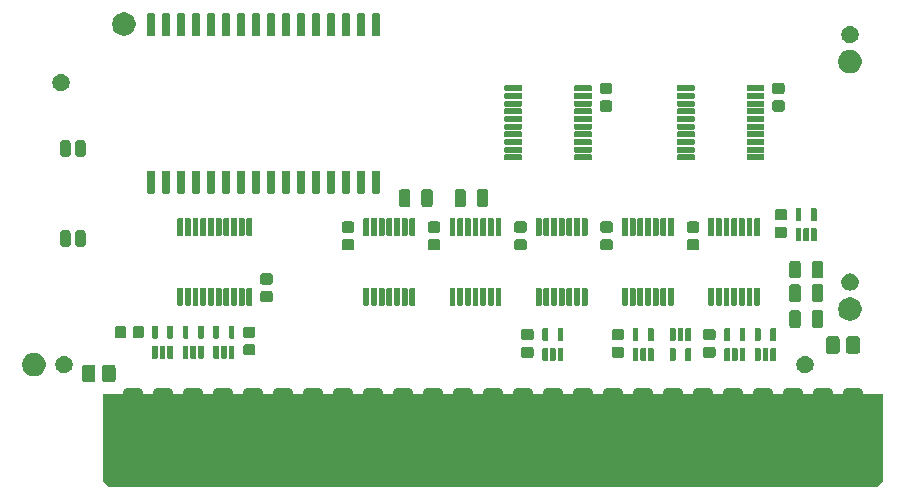
<source format=gts>
G04 #@! TF.GenerationSoftware,KiCad,Pcbnew,(5.1.5-0-10_14)*
G04 #@! TF.CreationDate,2021-02-24T21:24:28-05:00*
G04 #@! TF.ProjectId,RAM128,52414d31-3238-42e6-9b69-6361645f7063,rev?*
G04 #@! TF.SameCoordinates,Original*
G04 #@! TF.FileFunction,Soldermask,Top*
G04 #@! TF.FilePolarity,Negative*
%FSLAX46Y46*%
G04 Gerber Fmt 4.6, Leading zero omitted, Abs format (unit mm)*
G04 Created by KiCad (PCBNEW (5.1.5-0-10_14)) date 2021-02-24 21:24:28*
%MOMM*%
%LPD*%
G04 APERTURE LIST*
%ADD10C,0.100000*%
G04 APERTURE END LIST*
D10*
G36*
X139700000Y-139446000D02*
G01*
X139192000Y-139954000D01*
X74168000Y-139954000D01*
X73660000Y-139446000D01*
X73660000Y-132080000D01*
X139700000Y-132080000D01*
X139700000Y-139446000D01*
G37*
G36*
X137686355Y-131543544D02*
G01*
X137758967Y-131565570D01*
X137825881Y-131601336D01*
X137884531Y-131649469D01*
X137932664Y-131708119D01*
X137968430Y-131775033D01*
X137990456Y-131847645D01*
X137998200Y-131926267D01*
X137998200Y-138637733D01*
X137990456Y-138716355D01*
X137968430Y-138788967D01*
X137932664Y-138855881D01*
X137884531Y-138914531D01*
X137825881Y-138962664D01*
X137758967Y-138998430D01*
X137686355Y-139020456D01*
X137607733Y-139028200D01*
X136712267Y-139028200D01*
X136633645Y-139020456D01*
X136561033Y-138998430D01*
X136494119Y-138962664D01*
X136435469Y-138914531D01*
X136387336Y-138855881D01*
X136351570Y-138788967D01*
X136329544Y-138716355D01*
X136321800Y-138637733D01*
X136321800Y-131926267D01*
X136329544Y-131847645D01*
X136351570Y-131775033D01*
X136387336Y-131708119D01*
X136435469Y-131649469D01*
X136494119Y-131601336D01*
X136561033Y-131565570D01*
X136633645Y-131543544D01*
X136712267Y-131535800D01*
X137607733Y-131535800D01*
X137686355Y-131543544D01*
G37*
G36*
X135146355Y-131543544D02*
G01*
X135218967Y-131565570D01*
X135285881Y-131601336D01*
X135344531Y-131649469D01*
X135392664Y-131708119D01*
X135428430Y-131775033D01*
X135450456Y-131847645D01*
X135458200Y-131926267D01*
X135458200Y-138637733D01*
X135450456Y-138716355D01*
X135428430Y-138788967D01*
X135392664Y-138855881D01*
X135344531Y-138914531D01*
X135285881Y-138962664D01*
X135218967Y-138998430D01*
X135146355Y-139020456D01*
X135067733Y-139028200D01*
X134172267Y-139028200D01*
X134093645Y-139020456D01*
X134021033Y-138998430D01*
X133954119Y-138962664D01*
X133895469Y-138914531D01*
X133847336Y-138855881D01*
X133811570Y-138788967D01*
X133789544Y-138716355D01*
X133781800Y-138637733D01*
X133781800Y-131926267D01*
X133789544Y-131847645D01*
X133811570Y-131775033D01*
X133847336Y-131708119D01*
X133895469Y-131649469D01*
X133954119Y-131601336D01*
X134021033Y-131565570D01*
X134093645Y-131543544D01*
X134172267Y-131535800D01*
X135067733Y-131535800D01*
X135146355Y-131543544D01*
G37*
G36*
X132606355Y-131543544D02*
G01*
X132678967Y-131565570D01*
X132745881Y-131601336D01*
X132804531Y-131649469D01*
X132852664Y-131708119D01*
X132888430Y-131775033D01*
X132910456Y-131847645D01*
X132918200Y-131926267D01*
X132918200Y-138637733D01*
X132910456Y-138716355D01*
X132888430Y-138788967D01*
X132852664Y-138855881D01*
X132804531Y-138914531D01*
X132745881Y-138962664D01*
X132678967Y-138998430D01*
X132606355Y-139020456D01*
X132527733Y-139028200D01*
X131632267Y-139028200D01*
X131553645Y-139020456D01*
X131481033Y-138998430D01*
X131414119Y-138962664D01*
X131355469Y-138914531D01*
X131307336Y-138855881D01*
X131271570Y-138788967D01*
X131249544Y-138716355D01*
X131241800Y-138637733D01*
X131241800Y-131926267D01*
X131249544Y-131847645D01*
X131271570Y-131775033D01*
X131307336Y-131708119D01*
X131355469Y-131649469D01*
X131414119Y-131601336D01*
X131481033Y-131565570D01*
X131553645Y-131543544D01*
X131632267Y-131535800D01*
X132527733Y-131535800D01*
X132606355Y-131543544D01*
G37*
G36*
X130066355Y-131543544D02*
G01*
X130138967Y-131565570D01*
X130205881Y-131601336D01*
X130264531Y-131649469D01*
X130312664Y-131708119D01*
X130348430Y-131775033D01*
X130370456Y-131847645D01*
X130378200Y-131926267D01*
X130378200Y-138637733D01*
X130370456Y-138716355D01*
X130348430Y-138788967D01*
X130312664Y-138855881D01*
X130264531Y-138914531D01*
X130205881Y-138962664D01*
X130138967Y-138998430D01*
X130066355Y-139020456D01*
X129987733Y-139028200D01*
X129092267Y-139028200D01*
X129013645Y-139020456D01*
X128941033Y-138998430D01*
X128874119Y-138962664D01*
X128815469Y-138914531D01*
X128767336Y-138855881D01*
X128731570Y-138788967D01*
X128709544Y-138716355D01*
X128701800Y-138637733D01*
X128701800Y-131926267D01*
X128709544Y-131847645D01*
X128731570Y-131775033D01*
X128767336Y-131708119D01*
X128815469Y-131649469D01*
X128874119Y-131601336D01*
X128941033Y-131565570D01*
X129013645Y-131543544D01*
X129092267Y-131535800D01*
X129987733Y-131535800D01*
X130066355Y-131543544D01*
G37*
G36*
X127526355Y-131543544D02*
G01*
X127598967Y-131565570D01*
X127665881Y-131601336D01*
X127724531Y-131649469D01*
X127772664Y-131708119D01*
X127808430Y-131775033D01*
X127830456Y-131847645D01*
X127838200Y-131926267D01*
X127838200Y-138637733D01*
X127830456Y-138716355D01*
X127808430Y-138788967D01*
X127772664Y-138855881D01*
X127724531Y-138914531D01*
X127665881Y-138962664D01*
X127598967Y-138998430D01*
X127526355Y-139020456D01*
X127447733Y-139028200D01*
X126552267Y-139028200D01*
X126473645Y-139020456D01*
X126401033Y-138998430D01*
X126334119Y-138962664D01*
X126275469Y-138914531D01*
X126227336Y-138855881D01*
X126191570Y-138788967D01*
X126169544Y-138716355D01*
X126161800Y-138637733D01*
X126161800Y-131926267D01*
X126169544Y-131847645D01*
X126191570Y-131775033D01*
X126227336Y-131708119D01*
X126275469Y-131649469D01*
X126334119Y-131601336D01*
X126401033Y-131565570D01*
X126473645Y-131543544D01*
X126552267Y-131535800D01*
X127447733Y-131535800D01*
X127526355Y-131543544D01*
G37*
G36*
X124986355Y-131543544D02*
G01*
X125058967Y-131565570D01*
X125125881Y-131601336D01*
X125184531Y-131649469D01*
X125232664Y-131708119D01*
X125268430Y-131775033D01*
X125290456Y-131847645D01*
X125298200Y-131926267D01*
X125298200Y-138637733D01*
X125290456Y-138716355D01*
X125268430Y-138788967D01*
X125232664Y-138855881D01*
X125184531Y-138914531D01*
X125125881Y-138962664D01*
X125058967Y-138998430D01*
X124986355Y-139020456D01*
X124907733Y-139028200D01*
X124012267Y-139028200D01*
X123933645Y-139020456D01*
X123861033Y-138998430D01*
X123794119Y-138962664D01*
X123735469Y-138914531D01*
X123687336Y-138855881D01*
X123651570Y-138788967D01*
X123629544Y-138716355D01*
X123621800Y-138637733D01*
X123621800Y-131926267D01*
X123629544Y-131847645D01*
X123651570Y-131775033D01*
X123687336Y-131708119D01*
X123735469Y-131649469D01*
X123794119Y-131601336D01*
X123861033Y-131565570D01*
X123933645Y-131543544D01*
X124012267Y-131535800D01*
X124907733Y-131535800D01*
X124986355Y-131543544D01*
G37*
G36*
X122446355Y-131543544D02*
G01*
X122518967Y-131565570D01*
X122585881Y-131601336D01*
X122644531Y-131649469D01*
X122692664Y-131708119D01*
X122728430Y-131775033D01*
X122750456Y-131847645D01*
X122758200Y-131926267D01*
X122758200Y-138637733D01*
X122750456Y-138716355D01*
X122728430Y-138788967D01*
X122692664Y-138855881D01*
X122644531Y-138914531D01*
X122585881Y-138962664D01*
X122518967Y-138998430D01*
X122446355Y-139020456D01*
X122367733Y-139028200D01*
X121472267Y-139028200D01*
X121393645Y-139020456D01*
X121321033Y-138998430D01*
X121254119Y-138962664D01*
X121195469Y-138914531D01*
X121147336Y-138855881D01*
X121111570Y-138788967D01*
X121089544Y-138716355D01*
X121081800Y-138637733D01*
X121081800Y-131926267D01*
X121089544Y-131847645D01*
X121111570Y-131775033D01*
X121147336Y-131708119D01*
X121195469Y-131649469D01*
X121254119Y-131601336D01*
X121321033Y-131565570D01*
X121393645Y-131543544D01*
X121472267Y-131535800D01*
X122367733Y-131535800D01*
X122446355Y-131543544D01*
G37*
G36*
X119906355Y-131543544D02*
G01*
X119978967Y-131565570D01*
X120045881Y-131601336D01*
X120104531Y-131649469D01*
X120152664Y-131708119D01*
X120188430Y-131775033D01*
X120210456Y-131847645D01*
X120218200Y-131926267D01*
X120218200Y-138637733D01*
X120210456Y-138716355D01*
X120188430Y-138788967D01*
X120152664Y-138855881D01*
X120104531Y-138914531D01*
X120045881Y-138962664D01*
X119978967Y-138998430D01*
X119906355Y-139020456D01*
X119827733Y-139028200D01*
X118932267Y-139028200D01*
X118853645Y-139020456D01*
X118781033Y-138998430D01*
X118714119Y-138962664D01*
X118655469Y-138914531D01*
X118607336Y-138855881D01*
X118571570Y-138788967D01*
X118549544Y-138716355D01*
X118541800Y-138637733D01*
X118541800Y-131926267D01*
X118549544Y-131847645D01*
X118571570Y-131775033D01*
X118607336Y-131708119D01*
X118655469Y-131649469D01*
X118714119Y-131601336D01*
X118781033Y-131565570D01*
X118853645Y-131543544D01*
X118932267Y-131535800D01*
X119827733Y-131535800D01*
X119906355Y-131543544D01*
G37*
G36*
X117366355Y-131543544D02*
G01*
X117438967Y-131565570D01*
X117505881Y-131601336D01*
X117564531Y-131649469D01*
X117612664Y-131708119D01*
X117648430Y-131775033D01*
X117670456Y-131847645D01*
X117678200Y-131926267D01*
X117678200Y-138637733D01*
X117670456Y-138716355D01*
X117648430Y-138788967D01*
X117612664Y-138855881D01*
X117564531Y-138914531D01*
X117505881Y-138962664D01*
X117438967Y-138998430D01*
X117366355Y-139020456D01*
X117287733Y-139028200D01*
X116392267Y-139028200D01*
X116313645Y-139020456D01*
X116241033Y-138998430D01*
X116174119Y-138962664D01*
X116115469Y-138914531D01*
X116067336Y-138855881D01*
X116031570Y-138788967D01*
X116009544Y-138716355D01*
X116001800Y-138637733D01*
X116001800Y-131926267D01*
X116009544Y-131847645D01*
X116031570Y-131775033D01*
X116067336Y-131708119D01*
X116115469Y-131649469D01*
X116174119Y-131601336D01*
X116241033Y-131565570D01*
X116313645Y-131543544D01*
X116392267Y-131535800D01*
X117287733Y-131535800D01*
X117366355Y-131543544D01*
G37*
G36*
X114826355Y-131543544D02*
G01*
X114898967Y-131565570D01*
X114965881Y-131601336D01*
X115024531Y-131649469D01*
X115072664Y-131708119D01*
X115108430Y-131775033D01*
X115130456Y-131847645D01*
X115138200Y-131926267D01*
X115138200Y-138637733D01*
X115130456Y-138716355D01*
X115108430Y-138788967D01*
X115072664Y-138855881D01*
X115024531Y-138914531D01*
X114965881Y-138962664D01*
X114898967Y-138998430D01*
X114826355Y-139020456D01*
X114747733Y-139028200D01*
X113852267Y-139028200D01*
X113773645Y-139020456D01*
X113701033Y-138998430D01*
X113634119Y-138962664D01*
X113575469Y-138914531D01*
X113527336Y-138855881D01*
X113491570Y-138788967D01*
X113469544Y-138716355D01*
X113461800Y-138637733D01*
X113461800Y-131926267D01*
X113469544Y-131847645D01*
X113491570Y-131775033D01*
X113527336Y-131708119D01*
X113575469Y-131649469D01*
X113634119Y-131601336D01*
X113701033Y-131565570D01*
X113773645Y-131543544D01*
X113852267Y-131535800D01*
X114747733Y-131535800D01*
X114826355Y-131543544D01*
G37*
G36*
X112286355Y-131543544D02*
G01*
X112358967Y-131565570D01*
X112425881Y-131601336D01*
X112484531Y-131649469D01*
X112532664Y-131708119D01*
X112568430Y-131775033D01*
X112590456Y-131847645D01*
X112598200Y-131926267D01*
X112598200Y-138637733D01*
X112590456Y-138716355D01*
X112568430Y-138788967D01*
X112532664Y-138855881D01*
X112484531Y-138914531D01*
X112425881Y-138962664D01*
X112358967Y-138998430D01*
X112286355Y-139020456D01*
X112207733Y-139028200D01*
X111312267Y-139028200D01*
X111233645Y-139020456D01*
X111161033Y-138998430D01*
X111094119Y-138962664D01*
X111035469Y-138914531D01*
X110987336Y-138855881D01*
X110951570Y-138788967D01*
X110929544Y-138716355D01*
X110921800Y-138637733D01*
X110921800Y-131926267D01*
X110929544Y-131847645D01*
X110951570Y-131775033D01*
X110987336Y-131708119D01*
X111035469Y-131649469D01*
X111094119Y-131601336D01*
X111161033Y-131565570D01*
X111233645Y-131543544D01*
X111312267Y-131535800D01*
X112207733Y-131535800D01*
X112286355Y-131543544D01*
G37*
G36*
X109746355Y-131543544D02*
G01*
X109818967Y-131565570D01*
X109885881Y-131601336D01*
X109944531Y-131649469D01*
X109992664Y-131708119D01*
X110028430Y-131775033D01*
X110050456Y-131847645D01*
X110058200Y-131926267D01*
X110058200Y-138637733D01*
X110050456Y-138716355D01*
X110028430Y-138788967D01*
X109992664Y-138855881D01*
X109944531Y-138914531D01*
X109885881Y-138962664D01*
X109818967Y-138998430D01*
X109746355Y-139020456D01*
X109667733Y-139028200D01*
X108772267Y-139028200D01*
X108693645Y-139020456D01*
X108621033Y-138998430D01*
X108554119Y-138962664D01*
X108495469Y-138914531D01*
X108447336Y-138855881D01*
X108411570Y-138788967D01*
X108389544Y-138716355D01*
X108381800Y-138637733D01*
X108381800Y-131926267D01*
X108389544Y-131847645D01*
X108411570Y-131775033D01*
X108447336Y-131708119D01*
X108495469Y-131649469D01*
X108554119Y-131601336D01*
X108621033Y-131565570D01*
X108693645Y-131543544D01*
X108772267Y-131535800D01*
X109667733Y-131535800D01*
X109746355Y-131543544D01*
G37*
G36*
X107206355Y-131543544D02*
G01*
X107278967Y-131565570D01*
X107345881Y-131601336D01*
X107404531Y-131649469D01*
X107452664Y-131708119D01*
X107488430Y-131775033D01*
X107510456Y-131847645D01*
X107518200Y-131926267D01*
X107518200Y-138637733D01*
X107510456Y-138716355D01*
X107488430Y-138788967D01*
X107452664Y-138855881D01*
X107404531Y-138914531D01*
X107345881Y-138962664D01*
X107278967Y-138998430D01*
X107206355Y-139020456D01*
X107127733Y-139028200D01*
X106232267Y-139028200D01*
X106153645Y-139020456D01*
X106081033Y-138998430D01*
X106014119Y-138962664D01*
X105955469Y-138914531D01*
X105907336Y-138855881D01*
X105871570Y-138788967D01*
X105849544Y-138716355D01*
X105841800Y-138637733D01*
X105841800Y-131926267D01*
X105849544Y-131847645D01*
X105871570Y-131775033D01*
X105907336Y-131708119D01*
X105955469Y-131649469D01*
X106014119Y-131601336D01*
X106081033Y-131565570D01*
X106153645Y-131543544D01*
X106232267Y-131535800D01*
X107127733Y-131535800D01*
X107206355Y-131543544D01*
G37*
G36*
X104666355Y-131543544D02*
G01*
X104738967Y-131565570D01*
X104805881Y-131601336D01*
X104864531Y-131649469D01*
X104912664Y-131708119D01*
X104948430Y-131775033D01*
X104970456Y-131847645D01*
X104978200Y-131926267D01*
X104978200Y-138637733D01*
X104970456Y-138716355D01*
X104948430Y-138788967D01*
X104912664Y-138855881D01*
X104864531Y-138914531D01*
X104805881Y-138962664D01*
X104738967Y-138998430D01*
X104666355Y-139020456D01*
X104587733Y-139028200D01*
X103692267Y-139028200D01*
X103613645Y-139020456D01*
X103541033Y-138998430D01*
X103474119Y-138962664D01*
X103415469Y-138914531D01*
X103367336Y-138855881D01*
X103331570Y-138788967D01*
X103309544Y-138716355D01*
X103301800Y-138637733D01*
X103301800Y-131926267D01*
X103309544Y-131847645D01*
X103331570Y-131775033D01*
X103367336Y-131708119D01*
X103415469Y-131649469D01*
X103474119Y-131601336D01*
X103541033Y-131565570D01*
X103613645Y-131543544D01*
X103692267Y-131535800D01*
X104587733Y-131535800D01*
X104666355Y-131543544D01*
G37*
G36*
X102126355Y-131543544D02*
G01*
X102198967Y-131565570D01*
X102265881Y-131601336D01*
X102324531Y-131649469D01*
X102372664Y-131708119D01*
X102408430Y-131775033D01*
X102430456Y-131847645D01*
X102438200Y-131926267D01*
X102438200Y-138637733D01*
X102430456Y-138716355D01*
X102408430Y-138788967D01*
X102372664Y-138855881D01*
X102324531Y-138914531D01*
X102265881Y-138962664D01*
X102198967Y-138998430D01*
X102126355Y-139020456D01*
X102047733Y-139028200D01*
X101152267Y-139028200D01*
X101073645Y-139020456D01*
X101001033Y-138998430D01*
X100934119Y-138962664D01*
X100875469Y-138914531D01*
X100827336Y-138855881D01*
X100791570Y-138788967D01*
X100769544Y-138716355D01*
X100761800Y-138637733D01*
X100761800Y-131926267D01*
X100769544Y-131847645D01*
X100791570Y-131775033D01*
X100827336Y-131708119D01*
X100875469Y-131649469D01*
X100934119Y-131601336D01*
X101001033Y-131565570D01*
X101073645Y-131543544D01*
X101152267Y-131535800D01*
X102047733Y-131535800D01*
X102126355Y-131543544D01*
G37*
G36*
X99586355Y-131543544D02*
G01*
X99658967Y-131565570D01*
X99725881Y-131601336D01*
X99784531Y-131649469D01*
X99832664Y-131708119D01*
X99868430Y-131775033D01*
X99890456Y-131847645D01*
X99898200Y-131926267D01*
X99898200Y-138637733D01*
X99890456Y-138716355D01*
X99868430Y-138788967D01*
X99832664Y-138855881D01*
X99784531Y-138914531D01*
X99725881Y-138962664D01*
X99658967Y-138998430D01*
X99586355Y-139020456D01*
X99507733Y-139028200D01*
X98612267Y-139028200D01*
X98533645Y-139020456D01*
X98461033Y-138998430D01*
X98394119Y-138962664D01*
X98335469Y-138914531D01*
X98287336Y-138855881D01*
X98251570Y-138788967D01*
X98229544Y-138716355D01*
X98221800Y-138637733D01*
X98221800Y-131926267D01*
X98229544Y-131847645D01*
X98251570Y-131775033D01*
X98287336Y-131708119D01*
X98335469Y-131649469D01*
X98394119Y-131601336D01*
X98461033Y-131565570D01*
X98533645Y-131543544D01*
X98612267Y-131535800D01*
X99507733Y-131535800D01*
X99586355Y-131543544D01*
G37*
G36*
X97046355Y-131543544D02*
G01*
X97118967Y-131565570D01*
X97185881Y-131601336D01*
X97244531Y-131649469D01*
X97292664Y-131708119D01*
X97328430Y-131775033D01*
X97350456Y-131847645D01*
X97358200Y-131926267D01*
X97358200Y-138637733D01*
X97350456Y-138716355D01*
X97328430Y-138788967D01*
X97292664Y-138855881D01*
X97244531Y-138914531D01*
X97185881Y-138962664D01*
X97118967Y-138998430D01*
X97046355Y-139020456D01*
X96967733Y-139028200D01*
X96072267Y-139028200D01*
X95993645Y-139020456D01*
X95921033Y-138998430D01*
X95854119Y-138962664D01*
X95795469Y-138914531D01*
X95747336Y-138855881D01*
X95711570Y-138788967D01*
X95689544Y-138716355D01*
X95681800Y-138637733D01*
X95681800Y-131926267D01*
X95689544Y-131847645D01*
X95711570Y-131775033D01*
X95747336Y-131708119D01*
X95795469Y-131649469D01*
X95854119Y-131601336D01*
X95921033Y-131565570D01*
X95993645Y-131543544D01*
X96072267Y-131535800D01*
X96967733Y-131535800D01*
X97046355Y-131543544D01*
G37*
G36*
X94506355Y-131543544D02*
G01*
X94578967Y-131565570D01*
X94645881Y-131601336D01*
X94704531Y-131649469D01*
X94752664Y-131708119D01*
X94788430Y-131775033D01*
X94810456Y-131847645D01*
X94818200Y-131926267D01*
X94818200Y-138637733D01*
X94810456Y-138716355D01*
X94788430Y-138788967D01*
X94752664Y-138855881D01*
X94704531Y-138914531D01*
X94645881Y-138962664D01*
X94578967Y-138998430D01*
X94506355Y-139020456D01*
X94427733Y-139028200D01*
X93532267Y-139028200D01*
X93453645Y-139020456D01*
X93381033Y-138998430D01*
X93314119Y-138962664D01*
X93255469Y-138914531D01*
X93207336Y-138855881D01*
X93171570Y-138788967D01*
X93149544Y-138716355D01*
X93141800Y-138637733D01*
X93141800Y-131926267D01*
X93149544Y-131847645D01*
X93171570Y-131775033D01*
X93207336Y-131708119D01*
X93255469Y-131649469D01*
X93314119Y-131601336D01*
X93381033Y-131565570D01*
X93453645Y-131543544D01*
X93532267Y-131535800D01*
X94427733Y-131535800D01*
X94506355Y-131543544D01*
G37*
G36*
X91966355Y-131543544D02*
G01*
X92038967Y-131565570D01*
X92105881Y-131601336D01*
X92164531Y-131649469D01*
X92212664Y-131708119D01*
X92248430Y-131775033D01*
X92270456Y-131847645D01*
X92278200Y-131926267D01*
X92278200Y-138637733D01*
X92270456Y-138716355D01*
X92248430Y-138788967D01*
X92212664Y-138855881D01*
X92164531Y-138914531D01*
X92105881Y-138962664D01*
X92038967Y-138998430D01*
X91966355Y-139020456D01*
X91887733Y-139028200D01*
X90992267Y-139028200D01*
X90913645Y-139020456D01*
X90841033Y-138998430D01*
X90774119Y-138962664D01*
X90715469Y-138914531D01*
X90667336Y-138855881D01*
X90631570Y-138788967D01*
X90609544Y-138716355D01*
X90601800Y-138637733D01*
X90601800Y-131926267D01*
X90609544Y-131847645D01*
X90631570Y-131775033D01*
X90667336Y-131708119D01*
X90715469Y-131649469D01*
X90774119Y-131601336D01*
X90841033Y-131565570D01*
X90913645Y-131543544D01*
X90992267Y-131535800D01*
X91887733Y-131535800D01*
X91966355Y-131543544D01*
G37*
G36*
X89426355Y-131543544D02*
G01*
X89498967Y-131565570D01*
X89565881Y-131601336D01*
X89624531Y-131649469D01*
X89672664Y-131708119D01*
X89708430Y-131775033D01*
X89730456Y-131847645D01*
X89738200Y-131926267D01*
X89738200Y-138637733D01*
X89730456Y-138716355D01*
X89708430Y-138788967D01*
X89672664Y-138855881D01*
X89624531Y-138914531D01*
X89565881Y-138962664D01*
X89498967Y-138998430D01*
X89426355Y-139020456D01*
X89347733Y-139028200D01*
X88452267Y-139028200D01*
X88373645Y-139020456D01*
X88301033Y-138998430D01*
X88234119Y-138962664D01*
X88175469Y-138914531D01*
X88127336Y-138855881D01*
X88091570Y-138788967D01*
X88069544Y-138716355D01*
X88061800Y-138637733D01*
X88061800Y-131926267D01*
X88069544Y-131847645D01*
X88091570Y-131775033D01*
X88127336Y-131708119D01*
X88175469Y-131649469D01*
X88234119Y-131601336D01*
X88301033Y-131565570D01*
X88373645Y-131543544D01*
X88452267Y-131535800D01*
X89347733Y-131535800D01*
X89426355Y-131543544D01*
G37*
G36*
X86886355Y-131543544D02*
G01*
X86958967Y-131565570D01*
X87025881Y-131601336D01*
X87084531Y-131649469D01*
X87132664Y-131708119D01*
X87168430Y-131775033D01*
X87190456Y-131847645D01*
X87198200Y-131926267D01*
X87198200Y-138637733D01*
X87190456Y-138716355D01*
X87168430Y-138788967D01*
X87132664Y-138855881D01*
X87084531Y-138914531D01*
X87025881Y-138962664D01*
X86958967Y-138998430D01*
X86886355Y-139020456D01*
X86807733Y-139028200D01*
X85912267Y-139028200D01*
X85833645Y-139020456D01*
X85761033Y-138998430D01*
X85694119Y-138962664D01*
X85635469Y-138914531D01*
X85587336Y-138855881D01*
X85551570Y-138788967D01*
X85529544Y-138716355D01*
X85521800Y-138637733D01*
X85521800Y-131926267D01*
X85529544Y-131847645D01*
X85551570Y-131775033D01*
X85587336Y-131708119D01*
X85635469Y-131649469D01*
X85694119Y-131601336D01*
X85761033Y-131565570D01*
X85833645Y-131543544D01*
X85912267Y-131535800D01*
X86807733Y-131535800D01*
X86886355Y-131543544D01*
G37*
G36*
X84346355Y-131543544D02*
G01*
X84418967Y-131565570D01*
X84485881Y-131601336D01*
X84544531Y-131649469D01*
X84592664Y-131708119D01*
X84628430Y-131775033D01*
X84650456Y-131847645D01*
X84658200Y-131926267D01*
X84658200Y-138637733D01*
X84650456Y-138716355D01*
X84628430Y-138788967D01*
X84592664Y-138855881D01*
X84544531Y-138914531D01*
X84485881Y-138962664D01*
X84418967Y-138998430D01*
X84346355Y-139020456D01*
X84267733Y-139028200D01*
X83372267Y-139028200D01*
X83293645Y-139020456D01*
X83221033Y-138998430D01*
X83154119Y-138962664D01*
X83095469Y-138914531D01*
X83047336Y-138855881D01*
X83011570Y-138788967D01*
X82989544Y-138716355D01*
X82981800Y-138637733D01*
X82981800Y-131926267D01*
X82989544Y-131847645D01*
X83011570Y-131775033D01*
X83047336Y-131708119D01*
X83095469Y-131649469D01*
X83154119Y-131601336D01*
X83221033Y-131565570D01*
X83293645Y-131543544D01*
X83372267Y-131535800D01*
X84267733Y-131535800D01*
X84346355Y-131543544D01*
G37*
G36*
X81806355Y-131543544D02*
G01*
X81878967Y-131565570D01*
X81945881Y-131601336D01*
X82004531Y-131649469D01*
X82052664Y-131708119D01*
X82088430Y-131775033D01*
X82110456Y-131847645D01*
X82118200Y-131926267D01*
X82118200Y-138637733D01*
X82110456Y-138716355D01*
X82088430Y-138788967D01*
X82052664Y-138855881D01*
X82004531Y-138914531D01*
X81945881Y-138962664D01*
X81878967Y-138998430D01*
X81806355Y-139020456D01*
X81727733Y-139028200D01*
X80832267Y-139028200D01*
X80753645Y-139020456D01*
X80681033Y-138998430D01*
X80614119Y-138962664D01*
X80555469Y-138914531D01*
X80507336Y-138855881D01*
X80471570Y-138788967D01*
X80449544Y-138716355D01*
X80441800Y-138637733D01*
X80441800Y-131926267D01*
X80449544Y-131847645D01*
X80471570Y-131775033D01*
X80507336Y-131708119D01*
X80555469Y-131649469D01*
X80614119Y-131601336D01*
X80681033Y-131565570D01*
X80753645Y-131543544D01*
X80832267Y-131535800D01*
X81727733Y-131535800D01*
X81806355Y-131543544D01*
G37*
G36*
X79266355Y-131543544D02*
G01*
X79338967Y-131565570D01*
X79405881Y-131601336D01*
X79464531Y-131649469D01*
X79512664Y-131708119D01*
X79548430Y-131775033D01*
X79570456Y-131847645D01*
X79578200Y-131926267D01*
X79578200Y-138637733D01*
X79570456Y-138716355D01*
X79548430Y-138788967D01*
X79512664Y-138855881D01*
X79464531Y-138914531D01*
X79405881Y-138962664D01*
X79338967Y-138998430D01*
X79266355Y-139020456D01*
X79187733Y-139028200D01*
X78292267Y-139028200D01*
X78213645Y-139020456D01*
X78141033Y-138998430D01*
X78074119Y-138962664D01*
X78015469Y-138914531D01*
X77967336Y-138855881D01*
X77931570Y-138788967D01*
X77909544Y-138716355D01*
X77901800Y-138637733D01*
X77901800Y-131926267D01*
X77909544Y-131847645D01*
X77931570Y-131775033D01*
X77967336Y-131708119D01*
X78015469Y-131649469D01*
X78074119Y-131601336D01*
X78141033Y-131565570D01*
X78213645Y-131543544D01*
X78292267Y-131535800D01*
X79187733Y-131535800D01*
X79266355Y-131543544D01*
G37*
G36*
X76726355Y-131543544D02*
G01*
X76798967Y-131565570D01*
X76865881Y-131601336D01*
X76924531Y-131649469D01*
X76972664Y-131708119D01*
X77008430Y-131775033D01*
X77030456Y-131847645D01*
X77038200Y-131926267D01*
X77038200Y-138637733D01*
X77030456Y-138716355D01*
X77008430Y-138788967D01*
X76972664Y-138855881D01*
X76924531Y-138914531D01*
X76865881Y-138962664D01*
X76798967Y-138998430D01*
X76726355Y-139020456D01*
X76647733Y-139028200D01*
X75752267Y-139028200D01*
X75673645Y-139020456D01*
X75601033Y-138998430D01*
X75534119Y-138962664D01*
X75475469Y-138914531D01*
X75427336Y-138855881D01*
X75391570Y-138788967D01*
X75369544Y-138716355D01*
X75361800Y-138637733D01*
X75361800Y-131926267D01*
X75369544Y-131847645D01*
X75391570Y-131775033D01*
X75427336Y-131708119D01*
X75475469Y-131649469D01*
X75534119Y-131601336D01*
X75601033Y-131565570D01*
X75673645Y-131543544D01*
X75752267Y-131535800D01*
X76647733Y-131535800D01*
X76726355Y-131543544D01*
G37*
G36*
X72819082Y-129555215D02*
G01*
X72867006Y-129569752D01*
X72911168Y-129593357D01*
X72949876Y-129625124D01*
X72981643Y-129663832D01*
X73005248Y-129707994D01*
X73019785Y-129755918D01*
X73025000Y-129808867D01*
X73025000Y-130791133D01*
X73019785Y-130844082D01*
X73005248Y-130892006D01*
X72981643Y-130936168D01*
X72949876Y-130974876D01*
X72911168Y-131006643D01*
X72867006Y-131030248D01*
X72819082Y-131044785D01*
X72766133Y-131050000D01*
X72133867Y-131050000D01*
X72080918Y-131044785D01*
X72032994Y-131030248D01*
X71988832Y-131006643D01*
X71950124Y-130974876D01*
X71918357Y-130936168D01*
X71894752Y-130892006D01*
X71880215Y-130844082D01*
X71875000Y-130791133D01*
X71875000Y-129808867D01*
X71880215Y-129755918D01*
X71894752Y-129707994D01*
X71918357Y-129663832D01*
X71950124Y-129625124D01*
X71988832Y-129593357D01*
X72032994Y-129569752D01*
X72080918Y-129555215D01*
X72133867Y-129550000D01*
X72766133Y-129550000D01*
X72819082Y-129555215D01*
G37*
G36*
X74519082Y-129555215D02*
G01*
X74567006Y-129569752D01*
X74611168Y-129593357D01*
X74649876Y-129625124D01*
X74681643Y-129663832D01*
X74705248Y-129707994D01*
X74719785Y-129755918D01*
X74725000Y-129808867D01*
X74725000Y-130791133D01*
X74719785Y-130844082D01*
X74705248Y-130892006D01*
X74681643Y-130936168D01*
X74649876Y-130974876D01*
X74611168Y-131006643D01*
X74567006Y-131030248D01*
X74519082Y-131044785D01*
X74466133Y-131050000D01*
X73833867Y-131050000D01*
X73780918Y-131044785D01*
X73732994Y-131030248D01*
X73688832Y-131006643D01*
X73650124Y-130974876D01*
X73618357Y-130936168D01*
X73594752Y-130892006D01*
X73580215Y-130844082D01*
X73575000Y-130791133D01*
X73575000Y-129808867D01*
X73580215Y-129755918D01*
X73594752Y-129707994D01*
X73618357Y-129663832D01*
X73650124Y-129625124D01*
X73688832Y-129593357D01*
X73732994Y-129569752D01*
X73780918Y-129555215D01*
X73833867Y-129550000D01*
X74466133Y-129550000D01*
X74519082Y-129555215D01*
G37*
G36*
X68109692Y-128578429D02*
G01*
X68291679Y-128653811D01*
X68455458Y-128763245D01*
X68455460Y-128763247D01*
X68455463Y-128763249D01*
X68594751Y-128902537D01*
X68594753Y-128902540D01*
X68594755Y-128902542D01*
X68704189Y-129066321D01*
X68779571Y-129248308D01*
X68818000Y-129441509D01*
X68818000Y-129638491D01*
X68779571Y-129831692D01*
X68704189Y-130013679D01*
X68594755Y-130177458D01*
X68594753Y-130177460D01*
X68594751Y-130177463D01*
X68455463Y-130316751D01*
X68455460Y-130316753D01*
X68455458Y-130316755D01*
X68291679Y-130426189D01*
X68109692Y-130501571D01*
X67916491Y-130540000D01*
X67719509Y-130540000D01*
X67526308Y-130501571D01*
X67344321Y-130426189D01*
X67180542Y-130316755D01*
X67180540Y-130316753D01*
X67180537Y-130316751D01*
X67041249Y-130177463D01*
X67041247Y-130177460D01*
X67041245Y-130177458D01*
X66931811Y-130013679D01*
X66856429Y-129831692D01*
X66818000Y-129638491D01*
X66818000Y-129441509D01*
X66856429Y-129248308D01*
X66931811Y-129066321D01*
X67041245Y-128902542D01*
X67041247Y-128902540D01*
X67041249Y-128902537D01*
X67180537Y-128763249D01*
X67180540Y-128763247D01*
X67180542Y-128763245D01*
X67344321Y-128653811D01*
X67526308Y-128578429D01*
X67719509Y-128540000D01*
X67916491Y-128540000D01*
X68109692Y-128578429D01*
G37*
G36*
X133213933Y-128825274D02*
G01*
X133307185Y-128843823D01*
X133438939Y-128898398D01*
X133438940Y-128898399D01*
X133438943Y-128898400D01*
X133557523Y-128977633D01*
X133658367Y-129078477D01*
X133737600Y-129197057D01*
X133737601Y-129197060D01*
X133737602Y-129197061D01*
X133792177Y-129328815D01*
X133820000Y-129468693D01*
X133820000Y-129611307D01*
X133792177Y-129751185D01*
X133737602Y-129882939D01*
X133737600Y-129882943D01*
X133658367Y-130001523D01*
X133557523Y-130102367D01*
X133438943Y-130181600D01*
X133438940Y-130181601D01*
X133438939Y-130181602D01*
X133307185Y-130236177D01*
X133213933Y-130254726D01*
X133167308Y-130264000D01*
X133024692Y-130264000D01*
X132978067Y-130254726D01*
X132884815Y-130236177D01*
X132753061Y-130181602D01*
X132753060Y-130181601D01*
X132753057Y-130181600D01*
X132634477Y-130102367D01*
X132533633Y-130001523D01*
X132454400Y-129882943D01*
X132454398Y-129882939D01*
X132399823Y-129751185D01*
X132372000Y-129611307D01*
X132372000Y-129468693D01*
X132399823Y-129328815D01*
X132454398Y-129197061D01*
X132454399Y-129197060D01*
X132454400Y-129197057D01*
X132533633Y-129078477D01*
X132634477Y-128977633D01*
X132753057Y-128898400D01*
X132753060Y-128898399D01*
X132753061Y-128898398D01*
X132884815Y-128843823D01*
X132978067Y-128825274D01*
X133024692Y-128816000D01*
X133167308Y-128816000D01*
X133213933Y-128825274D01*
G37*
G36*
X70475933Y-128825274D02*
G01*
X70569185Y-128843823D01*
X70700939Y-128898398D01*
X70700940Y-128898399D01*
X70700943Y-128898400D01*
X70819523Y-128977633D01*
X70920367Y-129078477D01*
X70999600Y-129197057D01*
X70999601Y-129197060D01*
X70999602Y-129197061D01*
X71054177Y-129328815D01*
X71082000Y-129468693D01*
X71082000Y-129611307D01*
X71054177Y-129751185D01*
X70999602Y-129882939D01*
X70999600Y-129882943D01*
X70920367Y-130001523D01*
X70819523Y-130102367D01*
X70700943Y-130181600D01*
X70700940Y-130181601D01*
X70700939Y-130181602D01*
X70569185Y-130236177D01*
X70475933Y-130254726D01*
X70429308Y-130264000D01*
X70286692Y-130264000D01*
X70240067Y-130254726D01*
X70146815Y-130236177D01*
X70015061Y-130181602D01*
X70015060Y-130181601D01*
X70015057Y-130181600D01*
X69896477Y-130102367D01*
X69795633Y-130001523D01*
X69716400Y-129882943D01*
X69716398Y-129882939D01*
X69661823Y-129751185D01*
X69634000Y-129611307D01*
X69634000Y-129468693D01*
X69661823Y-129328815D01*
X69716398Y-129197061D01*
X69716399Y-129197060D01*
X69716400Y-129197057D01*
X69795633Y-129078477D01*
X69896477Y-128977633D01*
X70015057Y-128898400D01*
X70015060Y-128898399D01*
X70015061Y-128898398D01*
X70146815Y-128843823D01*
X70240067Y-128825274D01*
X70286692Y-128816000D01*
X70429308Y-128816000D01*
X70475933Y-128825274D01*
G37*
G36*
X129918906Y-128161997D02*
G01*
X129935406Y-128167002D01*
X129950606Y-128175127D01*
X129963935Y-128186065D01*
X129974873Y-128199394D01*
X129982998Y-128214594D01*
X129988003Y-128231094D01*
X129990000Y-128251367D01*
X129990000Y-129148633D01*
X129988003Y-129168906D01*
X129982998Y-129185406D01*
X129974873Y-129200606D01*
X129963935Y-129213935D01*
X129950606Y-129224873D01*
X129935406Y-129232998D01*
X129918906Y-129238003D01*
X129898633Y-129240000D01*
X129601367Y-129240000D01*
X129581094Y-129238003D01*
X129564594Y-129232998D01*
X129549394Y-129224873D01*
X129536065Y-129213935D01*
X129525127Y-129200606D01*
X129517002Y-129185406D01*
X129511997Y-129168906D01*
X129510000Y-129148633D01*
X129510000Y-128251367D01*
X129511997Y-128231094D01*
X129517002Y-128214594D01*
X129525127Y-128199394D01*
X129536065Y-128186065D01*
X129549394Y-128175127D01*
X129564594Y-128167002D01*
X129581094Y-128161997D01*
X129601367Y-128160000D01*
X129898633Y-128160000D01*
X129918906Y-128161997D01*
G37*
G36*
X127318906Y-128161997D02*
G01*
X127335406Y-128167002D01*
X127350606Y-128175127D01*
X127363935Y-128186065D01*
X127374873Y-128199394D01*
X127382998Y-128214594D01*
X127388003Y-128231094D01*
X127390000Y-128251367D01*
X127390000Y-129148633D01*
X127388003Y-129168906D01*
X127382998Y-129185406D01*
X127374873Y-129200606D01*
X127363935Y-129213935D01*
X127350606Y-129224873D01*
X127335406Y-129232998D01*
X127318906Y-129238003D01*
X127298633Y-129240000D01*
X127001367Y-129240000D01*
X126981094Y-129238003D01*
X126964594Y-129232998D01*
X126949394Y-129224873D01*
X126936065Y-129213935D01*
X126925127Y-129200606D01*
X126917002Y-129185406D01*
X126911997Y-129168906D01*
X126910000Y-129148633D01*
X126910000Y-128251367D01*
X126911997Y-128231094D01*
X126917002Y-128214594D01*
X126925127Y-128199394D01*
X126936065Y-128186065D01*
X126949394Y-128175127D01*
X126964594Y-128167002D01*
X126981094Y-128161997D01*
X127001367Y-128160000D01*
X127298633Y-128160000D01*
X127318906Y-128161997D01*
G37*
G36*
X126668906Y-128161997D02*
G01*
X126685406Y-128167002D01*
X126700606Y-128175127D01*
X126713935Y-128186065D01*
X126724873Y-128199394D01*
X126732998Y-128214594D01*
X126738003Y-128231094D01*
X126740000Y-128251367D01*
X126740000Y-129148633D01*
X126738003Y-129168906D01*
X126732998Y-129185406D01*
X126724873Y-129200606D01*
X126713935Y-129213935D01*
X126700606Y-129224873D01*
X126685406Y-129232998D01*
X126668906Y-129238003D01*
X126648633Y-129240000D01*
X126351367Y-129240000D01*
X126331094Y-129238003D01*
X126314594Y-129232998D01*
X126299394Y-129224873D01*
X126286065Y-129213935D01*
X126275127Y-129200606D01*
X126267002Y-129185406D01*
X126261997Y-129168906D01*
X126260000Y-129148633D01*
X126260000Y-128251367D01*
X126261997Y-128231094D01*
X126267002Y-128214594D01*
X126275127Y-128199394D01*
X126286065Y-128186065D01*
X126299394Y-128175127D01*
X126314594Y-128167002D01*
X126331094Y-128161997D01*
X126351367Y-128160000D01*
X126648633Y-128160000D01*
X126668906Y-128161997D01*
G37*
G36*
X127968906Y-128161997D02*
G01*
X127985406Y-128167002D01*
X128000606Y-128175127D01*
X128013935Y-128186065D01*
X128024873Y-128199394D01*
X128032998Y-128214594D01*
X128038003Y-128231094D01*
X128040000Y-128251367D01*
X128040000Y-129148633D01*
X128038003Y-129168906D01*
X128032998Y-129185406D01*
X128024873Y-129200606D01*
X128013935Y-129213935D01*
X128000606Y-129224873D01*
X127985406Y-129232998D01*
X127968906Y-129238003D01*
X127948633Y-129240000D01*
X127651367Y-129240000D01*
X127631094Y-129238003D01*
X127614594Y-129232998D01*
X127599394Y-129224873D01*
X127586065Y-129213935D01*
X127575127Y-129200606D01*
X127567002Y-129185406D01*
X127561997Y-129168906D01*
X127560000Y-129148633D01*
X127560000Y-128251367D01*
X127561997Y-128231094D01*
X127567002Y-128214594D01*
X127575127Y-128199394D01*
X127586065Y-128186065D01*
X127599394Y-128175127D01*
X127614594Y-128167002D01*
X127631094Y-128161997D01*
X127651367Y-128160000D01*
X127948633Y-128160000D01*
X127968906Y-128161997D01*
G37*
G36*
X119568906Y-128161997D02*
G01*
X119585406Y-128167002D01*
X119600606Y-128175127D01*
X119613935Y-128186065D01*
X119624873Y-128199394D01*
X119632998Y-128214594D01*
X119638003Y-128231094D01*
X119640000Y-128251367D01*
X119640000Y-129148633D01*
X119638003Y-129168906D01*
X119632998Y-129185406D01*
X119624873Y-129200606D01*
X119613935Y-129213935D01*
X119600606Y-129224873D01*
X119585406Y-129232998D01*
X119568906Y-129238003D01*
X119548633Y-129240000D01*
X119251367Y-129240000D01*
X119231094Y-129238003D01*
X119214594Y-129232998D01*
X119199394Y-129224873D01*
X119186065Y-129213935D01*
X119175127Y-129200606D01*
X119167002Y-129185406D01*
X119161997Y-129168906D01*
X119160000Y-129148633D01*
X119160000Y-128251367D01*
X119161997Y-128231094D01*
X119167002Y-128214594D01*
X119175127Y-128199394D01*
X119186065Y-128186065D01*
X119199394Y-128175127D01*
X119214594Y-128167002D01*
X119231094Y-128161997D01*
X119251367Y-128160000D01*
X119548633Y-128160000D01*
X119568906Y-128161997D01*
G37*
G36*
X118918906Y-128161997D02*
G01*
X118935406Y-128167002D01*
X118950606Y-128175127D01*
X118963935Y-128186065D01*
X118974873Y-128199394D01*
X118982998Y-128214594D01*
X118988003Y-128231094D01*
X118990000Y-128251367D01*
X118990000Y-129148633D01*
X118988003Y-129168906D01*
X118982998Y-129185406D01*
X118974873Y-129200606D01*
X118963935Y-129213935D01*
X118950606Y-129224873D01*
X118935406Y-129232998D01*
X118918906Y-129238003D01*
X118898633Y-129240000D01*
X118601367Y-129240000D01*
X118581094Y-129238003D01*
X118564594Y-129232998D01*
X118549394Y-129224873D01*
X118536065Y-129213935D01*
X118525127Y-129200606D01*
X118517002Y-129185406D01*
X118511997Y-129168906D01*
X118510000Y-129148633D01*
X118510000Y-128251367D01*
X118511997Y-128231094D01*
X118517002Y-128214594D01*
X118525127Y-128199394D01*
X118536065Y-128186065D01*
X118549394Y-128175127D01*
X118564594Y-128167002D01*
X118581094Y-128161997D01*
X118601367Y-128160000D01*
X118898633Y-128160000D01*
X118918906Y-128161997D01*
G37*
G36*
X120218906Y-128161997D02*
G01*
X120235406Y-128167002D01*
X120250606Y-128175127D01*
X120263935Y-128186065D01*
X120274873Y-128199394D01*
X120282998Y-128214594D01*
X120288003Y-128231094D01*
X120290000Y-128251367D01*
X120290000Y-129148633D01*
X120288003Y-129168906D01*
X120282998Y-129185406D01*
X120274873Y-129200606D01*
X120263935Y-129213935D01*
X120250606Y-129224873D01*
X120235406Y-129232998D01*
X120218906Y-129238003D01*
X120198633Y-129240000D01*
X119901367Y-129240000D01*
X119881094Y-129238003D01*
X119864594Y-129232998D01*
X119849394Y-129224873D01*
X119836065Y-129213935D01*
X119825127Y-129200606D01*
X119817002Y-129185406D01*
X119811997Y-129168906D01*
X119810000Y-129148633D01*
X119810000Y-128251367D01*
X119811997Y-128231094D01*
X119817002Y-128214594D01*
X119825127Y-128199394D01*
X119836065Y-128186065D01*
X119849394Y-128175127D01*
X119864594Y-128167002D01*
X119881094Y-128161997D01*
X119901367Y-128160000D01*
X120198633Y-128160000D01*
X120218906Y-128161997D01*
G37*
G36*
X112568906Y-128161997D02*
G01*
X112585406Y-128167002D01*
X112600606Y-128175127D01*
X112613935Y-128186065D01*
X112624873Y-128199394D01*
X112632998Y-128214594D01*
X112638003Y-128231094D01*
X112640000Y-128251367D01*
X112640000Y-129148633D01*
X112638003Y-129168906D01*
X112632998Y-129185406D01*
X112624873Y-129200606D01*
X112613935Y-129213935D01*
X112600606Y-129224873D01*
X112585406Y-129232998D01*
X112568906Y-129238003D01*
X112548633Y-129240000D01*
X112251367Y-129240000D01*
X112231094Y-129238003D01*
X112214594Y-129232998D01*
X112199394Y-129224873D01*
X112186065Y-129213935D01*
X112175127Y-129200606D01*
X112167002Y-129185406D01*
X112161997Y-129168906D01*
X112160000Y-129148633D01*
X112160000Y-128251367D01*
X112161997Y-128231094D01*
X112167002Y-128214594D01*
X112175127Y-128199394D01*
X112186065Y-128186065D01*
X112199394Y-128175127D01*
X112214594Y-128167002D01*
X112231094Y-128161997D01*
X112251367Y-128160000D01*
X112548633Y-128160000D01*
X112568906Y-128161997D01*
G37*
G36*
X111268906Y-128161997D02*
G01*
X111285406Y-128167002D01*
X111300606Y-128175127D01*
X111313935Y-128186065D01*
X111324873Y-128199394D01*
X111332998Y-128214594D01*
X111338003Y-128231094D01*
X111340000Y-128251367D01*
X111340000Y-129148633D01*
X111338003Y-129168906D01*
X111332998Y-129185406D01*
X111324873Y-129200606D01*
X111313935Y-129213935D01*
X111300606Y-129224873D01*
X111285406Y-129232998D01*
X111268906Y-129238003D01*
X111248633Y-129240000D01*
X110951367Y-129240000D01*
X110931094Y-129238003D01*
X110914594Y-129232998D01*
X110899394Y-129224873D01*
X110886065Y-129213935D01*
X110875127Y-129200606D01*
X110867002Y-129185406D01*
X110861997Y-129168906D01*
X110860000Y-129148633D01*
X110860000Y-128251367D01*
X110861997Y-128231094D01*
X110867002Y-128214594D01*
X110875127Y-128199394D01*
X110886065Y-128186065D01*
X110899394Y-128175127D01*
X110914594Y-128167002D01*
X110931094Y-128161997D01*
X110951367Y-128160000D01*
X111248633Y-128160000D01*
X111268906Y-128161997D01*
G37*
G36*
X111918906Y-128161997D02*
G01*
X111935406Y-128167002D01*
X111950606Y-128175127D01*
X111963935Y-128186065D01*
X111974873Y-128199394D01*
X111982998Y-128214594D01*
X111988003Y-128231094D01*
X111990000Y-128251367D01*
X111990000Y-129148633D01*
X111988003Y-129168906D01*
X111982998Y-129185406D01*
X111974873Y-129200606D01*
X111963935Y-129213935D01*
X111950606Y-129224873D01*
X111935406Y-129232998D01*
X111918906Y-129238003D01*
X111898633Y-129240000D01*
X111601367Y-129240000D01*
X111581094Y-129238003D01*
X111564594Y-129232998D01*
X111549394Y-129224873D01*
X111536065Y-129213935D01*
X111525127Y-129200606D01*
X111517002Y-129185406D01*
X111511997Y-129168906D01*
X111510000Y-129148633D01*
X111510000Y-128251367D01*
X111511997Y-128231094D01*
X111517002Y-128214594D01*
X111525127Y-128199394D01*
X111536065Y-128186065D01*
X111549394Y-128175127D01*
X111564594Y-128167002D01*
X111581094Y-128161997D01*
X111601367Y-128160000D01*
X111898633Y-128160000D01*
X111918906Y-128161997D01*
G37*
G36*
X123368906Y-128161997D02*
G01*
X123385406Y-128167002D01*
X123400606Y-128175127D01*
X123413935Y-128186065D01*
X123424873Y-128199394D01*
X123432998Y-128214594D01*
X123438003Y-128231094D01*
X123440000Y-128251367D01*
X123440000Y-129148633D01*
X123438003Y-129168906D01*
X123432998Y-129185406D01*
X123424873Y-129200606D01*
X123413935Y-129213935D01*
X123400606Y-129224873D01*
X123385406Y-129232998D01*
X123368906Y-129238003D01*
X123348633Y-129240000D01*
X123051367Y-129240000D01*
X123031094Y-129238003D01*
X123014594Y-129232998D01*
X122999394Y-129224873D01*
X122986065Y-129213935D01*
X122975127Y-129200606D01*
X122967002Y-129185406D01*
X122961997Y-129168906D01*
X122960000Y-129148633D01*
X122960000Y-128251367D01*
X122961997Y-128231094D01*
X122967002Y-128214594D01*
X122975127Y-128199394D01*
X122986065Y-128186065D01*
X122999394Y-128175127D01*
X123014594Y-128167002D01*
X123031094Y-128161997D01*
X123051367Y-128160000D01*
X123348633Y-128160000D01*
X123368906Y-128161997D01*
G37*
G36*
X122068906Y-128161997D02*
G01*
X122085406Y-128167002D01*
X122100606Y-128175127D01*
X122113935Y-128186065D01*
X122124873Y-128199394D01*
X122132998Y-128214594D01*
X122138003Y-128231094D01*
X122140000Y-128251367D01*
X122140000Y-129148633D01*
X122138003Y-129168906D01*
X122132998Y-129185406D01*
X122124873Y-129200606D01*
X122113935Y-129213935D01*
X122100606Y-129224873D01*
X122085406Y-129232998D01*
X122068906Y-129238003D01*
X122048633Y-129240000D01*
X121751367Y-129240000D01*
X121731094Y-129238003D01*
X121714594Y-129232998D01*
X121699394Y-129224873D01*
X121686065Y-129213935D01*
X121675127Y-129200606D01*
X121667002Y-129185406D01*
X121661997Y-129168906D01*
X121660000Y-129148633D01*
X121660000Y-128251367D01*
X121661997Y-128231094D01*
X121667002Y-128214594D01*
X121675127Y-128199394D01*
X121686065Y-128186065D01*
X121699394Y-128175127D01*
X121714594Y-128167002D01*
X121731094Y-128161997D01*
X121751367Y-128160000D01*
X122048633Y-128160000D01*
X122068906Y-128161997D01*
G37*
G36*
X129268906Y-128161997D02*
G01*
X129285406Y-128167002D01*
X129300606Y-128175127D01*
X129313935Y-128186065D01*
X129324873Y-128199394D01*
X129332998Y-128214594D01*
X129338003Y-128231094D01*
X129340000Y-128251367D01*
X129340000Y-129148633D01*
X129338003Y-129168906D01*
X129332998Y-129185406D01*
X129324873Y-129200606D01*
X129313935Y-129213935D01*
X129300606Y-129224873D01*
X129285406Y-129232998D01*
X129268906Y-129238003D01*
X129248633Y-129240000D01*
X128951367Y-129240000D01*
X128931094Y-129238003D01*
X128914594Y-129232998D01*
X128899394Y-129224873D01*
X128886065Y-129213935D01*
X128875127Y-129200606D01*
X128867002Y-129185406D01*
X128861997Y-129168906D01*
X128860000Y-129148633D01*
X128860000Y-128251367D01*
X128861997Y-128231094D01*
X128867002Y-128214594D01*
X128875127Y-128199394D01*
X128886065Y-128186065D01*
X128899394Y-128175127D01*
X128914594Y-128167002D01*
X128931094Y-128161997D01*
X128951367Y-128160000D01*
X129248633Y-128160000D01*
X129268906Y-128161997D01*
G37*
G36*
X130568906Y-128161997D02*
G01*
X130585406Y-128167002D01*
X130600606Y-128175127D01*
X130613935Y-128186065D01*
X130624873Y-128199394D01*
X130632998Y-128214594D01*
X130638003Y-128231094D01*
X130640000Y-128251367D01*
X130640000Y-129148633D01*
X130638003Y-129168906D01*
X130632998Y-129185406D01*
X130624873Y-129200606D01*
X130613935Y-129213935D01*
X130600606Y-129224873D01*
X130585406Y-129232998D01*
X130568906Y-129238003D01*
X130548633Y-129240000D01*
X130251367Y-129240000D01*
X130231094Y-129238003D01*
X130214594Y-129232998D01*
X130199394Y-129224873D01*
X130186065Y-129213935D01*
X130175127Y-129200606D01*
X130167002Y-129185406D01*
X130161997Y-129168906D01*
X130160000Y-129148633D01*
X130160000Y-128251367D01*
X130161997Y-128231094D01*
X130167002Y-128214594D01*
X130175127Y-128199394D01*
X130186065Y-128186065D01*
X130199394Y-128175127D01*
X130214594Y-128167002D01*
X130231094Y-128161997D01*
X130251367Y-128160000D01*
X130548633Y-128160000D01*
X130568906Y-128161997D01*
G37*
G36*
X84068906Y-127961997D02*
G01*
X84085406Y-127967002D01*
X84100606Y-127975127D01*
X84113935Y-127986065D01*
X84124873Y-127999394D01*
X84132998Y-128014594D01*
X84138003Y-128031094D01*
X84140000Y-128051367D01*
X84140000Y-128948633D01*
X84138003Y-128968906D01*
X84132998Y-128985406D01*
X84124873Y-129000606D01*
X84113935Y-129013935D01*
X84100606Y-129024873D01*
X84085406Y-129032998D01*
X84068906Y-129038003D01*
X84048633Y-129040000D01*
X83751367Y-129040000D01*
X83731094Y-129038003D01*
X83714594Y-129032998D01*
X83699394Y-129024873D01*
X83686065Y-129013935D01*
X83675127Y-129000606D01*
X83667002Y-128985406D01*
X83661997Y-128968906D01*
X83660000Y-128948633D01*
X83660000Y-128051367D01*
X83661997Y-128031094D01*
X83667002Y-128014594D01*
X83675127Y-127999394D01*
X83686065Y-127986065D01*
X83699394Y-127975127D01*
X83714594Y-127967002D01*
X83731094Y-127961997D01*
X83751367Y-127960000D01*
X84048633Y-127960000D01*
X84068906Y-127961997D01*
G37*
G36*
X83418906Y-127961997D02*
G01*
X83435406Y-127967002D01*
X83450606Y-127975127D01*
X83463935Y-127986065D01*
X83474873Y-127999394D01*
X83482998Y-128014594D01*
X83488003Y-128031094D01*
X83490000Y-128051367D01*
X83490000Y-128948633D01*
X83488003Y-128968906D01*
X83482998Y-128985406D01*
X83474873Y-129000606D01*
X83463935Y-129013935D01*
X83450606Y-129024873D01*
X83435406Y-129032998D01*
X83418906Y-129038003D01*
X83398633Y-129040000D01*
X83101367Y-129040000D01*
X83081094Y-129038003D01*
X83064594Y-129032998D01*
X83049394Y-129024873D01*
X83036065Y-129013935D01*
X83025127Y-129000606D01*
X83017002Y-128985406D01*
X83011997Y-128968906D01*
X83010000Y-128948633D01*
X83010000Y-128051367D01*
X83011997Y-128031094D01*
X83017002Y-128014594D01*
X83025127Y-127999394D01*
X83036065Y-127986065D01*
X83049394Y-127975127D01*
X83064594Y-127967002D01*
X83081094Y-127961997D01*
X83101367Y-127960000D01*
X83398633Y-127960000D01*
X83418906Y-127961997D01*
G37*
G36*
X84718906Y-127961997D02*
G01*
X84735406Y-127967002D01*
X84750606Y-127975127D01*
X84763935Y-127986065D01*
X84774873Y-127999394D01*
X84782998Y-128014594D01*
X84788003Y-128031094D01*
X84790000Y-128051367D01*
X84790000Y-128948633D01*
X84788003Y-128968906D01*
X84782998Y-128985406D01*
X84774873Y-129000606D01*
X84763935Y-129013935D01*
X84750606Y-129024873D01*
X84735406Y-129032998D01*
X84718906Y-129038003D01*
X84698633Y-129040000D01*
X84401367Y-129040000D01*
X84381094Y-129038003D01*
X84364594Y-129032998D01*
X84349394Y-129024873D01*
X84336065Y-129013935D01*
X84325127Y-129000606D01*
X84317002Y-128985406D01*
X84311997Y-128968906D01*
X84310000Y-128948633D01*
X84310000Y-128051367D01*
X84311997Y-128031094D01*
X84317002Y-128014594D01*
X84325127Y-127999394D01*
X84336065Y-127986065D01*
X84349394Y-127975127D01*
X84364594Y-127967002D01*
X84381094Y-127961997D01*
X84401367Y-127960000D01*
X84698633Y-127960000D01*
X84718906Y-127961997D01*
G37*
G36*
X79518906Y-127961997D02*
G01*
X79535406Y-127967002D01*
X79550606Y-127975127D01*
X79563935Y-127986065D01*
X79574873Y-127999394D01*
X79582998Y-128014594D01*
X79588003Y-128031094D01*
X79590000Y-128051367D01*
X79590000Y-128948633D01*
X79588003Y-128968906D01*
X79582998Y-128985406D01*
X79574873Y-129000606D01*
X79563935Y-129013935D01*
X79550606Y-129024873D01*
X79535406Y-129032998D01*
X79518906Y-129038003D01*
X79498633Y-129040000D01*
X79201367Y-129040000D01*
X79181094Y-129038003D01*
X79164594Y-129032998D01*
X79149394Y-129024873D01*
X79136065Y-129013935D01*
X79125127Y-129000606D01*
X79117002Y-128985406D01*
X79111997Y-128968906D01*
X79110000Y-128948633D01*
X79110000Y-128051367D01*
X79111997Y-128031094D01*
X79117002Y-128014594D01*
X79125127Y-127999394D01*
X79136065Y-127986065D01*
X79149394Y-127975127D01*
X79164594Y-127967002D01*
X79181094Y-127961997D01*
X79201367Y-127960000D01*
X79498633Y-127960000D01*
X79518906Y-127961997D01*
G37*
G36*
X78218906Y-127961997D02*
G01*
X78235406Y-127967002D01*
X78250606Y-127975127D01*
X78263935Y-127986065D01*
X78274873Y-127999394D01*
X78282998Y-128014594D01*
X78288003Y-128031094D01*
X78290000Y-128051367D01*
X78290000Y-128948633D01*
X78288003Y-128968906D01*
X78282998Y-128985406D01*
X78274873Y-129000606D01*
X78263935Y-129013935D01*
X78250606Y-129024873D01*
X78235406Y-129032998D01*
X78218906Y-129038003D01*
X78198633Y-129040000D01*
X77901367Y-129040000D01*
X77881094Y-129038003D01*
X77864594Y-129032998D01*
X77849394Y-129024873D01*
X77836065Y-129013935D01*
X77825127Y-129000606D01*
X77817002Y-128985406D01*
X77811997Y-128968906D01*
X77810000Y-128948633D01*
X77810000Y-128051367D01*
X77811997Y-128031094D01*
X77817002Y-128014594D01*
X77825127Y-127999394D01*
X77836065Y-127986065D01*
X77849394Y-127975127D01*
X77864594Y-127967002D01*
X77881094Y-127961997D01*
X77901367Y-127960000D01*
X78198633Y-127960000D01*
X78218906Y-127961997D01*
G37*
G36*
X78868906Y-127961997D02*
G01*
X78885406Y-127967002D01*
X78900606Y-127975127D01*
X78913935Y-127986065D01*
X78924873Y-127999394D01*
X78932998Y-128014594D01*
X78938003Y-128031094D01*
X78940000Y-128051367D01*
X78940000Y-128948633D01*
X78938003Y-128968906D01*
X78932998Y-128985406D01*
X78924873Y-129000606D01*
X78913935Y-129013935D01*
X78900606Y-129024873D01*
X78885406Y-129032998D01*
X78868906Y-129038003D01*
X78848633Y-129040000D01*
X78551367Y-129040000D01*
X78531094Y-129038003D01*
X78514594Y-129032998D01*
X78499394Y-129024873D01*
X78486065Y-129013935D01*
X78475127Y-129000606D01*
X78467002Y-128985406D01*
X78461997Y-128968906D01*
X78460000Y-128948633D01*
X78460000Y-128051367D01*
X78461997Y-128031094D01*
X78467002Y-128014594D01*
X78475127Y-127999394D01*
X78486065Y-127986065D01*
X78499394Y-127975127D01*
X78514594Y-127967002D01*
X78531094Y-127961997D01*
X78551367Y-127960000D01*
X78848633Y-127960000D01*
X78868906Y-127961997D01*
G37*
G36*
X81468906Y-127961997D02*
G01*
X81485406Y-127967002D01*
X81500606Y-127975127D01*
X81513935Y-127986065D01*
X81524873Y-127999394D01*
X81532998Y-128014594D01*
X81538003Y-128031094D01*
X81540000Y-128051367D01*
X81540000Y-128948633D01*
X81538003Y-128968906D01*
X81532998Y-128985406D01*
X81524873Y-129000606D01*
X81513935Y-129013935D01*
X81500606Y-129024873D01*
X81485406Y-129032998D01*
X81468906Y-129038003D01*
X81448633Y-129040000D01*
X81151367Y-129040000D01*
X81131094Y-129038003D01*
X81114594Y-129032998D01*
X81099394Y-129024873D01*
X81086065Y-129013935D01*
X81075127Y-129000606D01*
X81067002Y-128985406D01*
X81061997Y-128968906D01*
X81060000Y-128948633D01*
X81060000Y-128051367D01*
X81061997Y-128031094D01*
X81067002Y-128014594D01*
X81075127Y-127999394D01*
X81086065Y-127986065D01*
X81099394Y-127975127D01*
X81114594Y-127967002D01*
X81131094Y-127961997D01*
X81151367Y-127960000D01*
X81448633Y-127960000D01*
X81468906Y-127961997D01*
G37*
G36*
X80818906Y-127961997D02*
G01*
X80835406Y-127967002D01*
X80850606Y-127975127D01*
X80863935Y-127986065D01*
X80874873Y-127999394D01*
X80882998Y-128014594D01*
X80888003Y-128031094D01*
X80890000Y-128051367D01*
X80890000Y-128948633D01*
X80888003Y-128968906D01*
X80882998Y-128985406D01*
X80874873Y-129000606D01*
X80863935Y-129013935D01*
X80850606Y-129024873D01*
X80835406Y-129032998D01*
X80818906Y-129038003D01*
X80798633Y-129040000D01*
X80501367Y-129040000D01*
X80481094Y-129038003D01*
X80464594Y-129032998D01*
X80449394Y-129024873D01*
X80436065Y-129013935D01*
X80425127Y-129000606D01*
X80417002Y-128985406D01*
X80411997Y-128968906D01*
X80410000Y-128948633D01*
X80410000Y-128051367D01*
X80411997Y-128031094D01*
X80417002Y-128014594D01*
X80425127Y-127999394D01*
X80436065Y-127986065D01*
X80449394Y-127975127D01*
X80464594Y-127967002D01*
X80481094Y-127961997D01*
X80501367Y-127960000D01*
X80798633Y-127960000D01*
X80818906Y-127961997D01*
G37*
G36*
X82118906Y-127961997D02*
G01*
X82135406Y-127967002D01*
X82150606Y-127975127D01*
X82163935Y-127986065D01*
X82174873Y-127999394D01*
X82182998Y-128014594D01*
X82188003Y-128031094D01*
X82190000Y-128051367D01*
X82190000Y-128948633D01*
X82188003Y-128968906D01*
X82182998Y-128985406D01*
X82174873Y-129000606D01*
X82163935Y-129013935D01*
X82150606Y-129024873D01*
X82135406Y-129032998D01*
X82118906Y-129038003D01*
X82098633Y-129040000D01*
X81801367Y-129040000D01*
X81781094Y-129038003D01*
X81764594Y-129032998D01*
X81749394Y-129024873D01*
X81736065Y-129013935D01*
X81725127Y-129000606D01*
X81717002Y-128985406D01*
X81711997Y-128968906D01*
X81710000Y-128948633D01*
X81710000Y-128051367D01*
X81711997Y-128031094D01*
X81717002Y-128014594D01*
X81725127Y-127999394D01*
X81736065Y-127986065D01*
X81749394Y-127975127D01*
X81764594Y-127967002D01*
X81781094Y-127961997D01*
X81801367Y-127960000D01*
X82098633Y-127960000D01*
X82118906Y-127961997D01*
G37*
G36*
X125359329Y-128029255D02*
G01*
X125397868Y-128040945D01*
X125433388Y-128059931D01*
X125464520Y-128085480D01*
X125490069Y-128116612D01*
X125509055Y-128152132D01*
X125520745Y-128190671D01*
X125525000Y-128233868D01*
X125525000Y-128766132D01*
X125520745Y-128809329D01*
X125509055Y-128847868D01*
X125490069Y-128883388D01*
X125464520Y-128914520D01*
X125433388Y-128940069D01*
X125397868Y-128959055D01*
X125359329Y-128970745D01*
X125316132Y-128975000D01*
X124683868Y-128975000D01*
X124640671Y-128970745D01*
X124602132Y-128959055D01*
X124566612Y-128940069D01*
X124535480Y-128914520D01*
X124509931Y-128883388D01*
X124490945Y-128847868D01*
X124479255Y-128809329D01*
X124475000Y-128766132D01*
X124475000Y-128233868D01*
X124479255Y-128190671D01*
X124490945Y-128152132D01*
X124509931Y-128116612D01*
X124535480Y-128085480D01*
X124566612Y-128059931D01*
X124602132Y-128040945D01*
X124640671Y-128029255D01*
X124683868Y-128025000D01*
X125316132Y-128025000D01*
X125359329Y-128029255D01*
G37*
G36*
X117609329Y-128029255D02*
G01*
X117647868Y-128040945D01*
X117683388Y-128059931D01*
X117714520Y-128085480D01*
X117740069Y-128116612D01*
X117759055Y-128152132D01*
X117770745Y-128190671D01*
X117775000Y-128233868D01*
X117775000Y-128766132D01*
X117770745Y-128809329D01*
X117759055Y-128847868D01*
X117740069Y-128883388D01*
X117714520Y-128914520D01*
X117683388Y-128940069D01*
X117647868Y-128959055D01*
X117609329Y-128970745D01*
X117566132Y-128975000D01*
X116933868Y-128975000D01*
X116890671Y-128970745D01*
X116852132Y-128959055D01*
X116816612Y-128940069D01*
X116785480Y-128914520D01*
X116759931Y-128883388D01*
X116740945Y-128847868D01*
X116729255Y-128809329D01*
X116725000Y-128766132D01*
X116725000Y-128233868D01*
X116729255Y-128190671D01*
X116740945Y-128152132D01*
X116759931Y-128116612D01*
X116785480Y-128085480D01*
X116816612Y-128059931D01*
X116852132Y-128040945D01*
X116890671Y-128029255D01*
X116933868Y-128025000D01*
X117566132Y-128025000D01*
X117609329Y-128029255D01*
G37*
G36*
X109959329Y-128029255D02*
G01*
X109997868Y-128040945D01*
X110033388Y-128059931D01*
X110064520Y-128085480D01*
X110090069Y-128116612D01*
X110109055Y-128152132D01*
X110120745Y-128190671D01*
X110125000Y-128233868D01*
X110125000Y-128766132D01*
X110120745Y-128809329D01*
X110109055Y-128847868D01*
X110090069Y-128883388D01*
X110064520Y-128914520D01*
X110033388Y-128940069D01*
X109997868Y-128959055D01*
X109959329Y-128970745D01*
X109916132Y-128975000D01*
X109283868Y-128975000D01*
X109240671Y-128970745D01*
X109202132Y-128959055D01*
X109166612Y-128940069D01*
X109135480Y-128914520D01*
X109109931Y-128883388D01*
X109090945Y-128847868D01*
X109079255Y-128809329D01*
X109075000Y-128766132D01*
X109075000Y-128233868D01*
X109079255Y-128190671D01*
X109090945Y-128152132D01*
X109109931Y-128116612D01*
X109135480Y-128085480D01*
X109166612Y-128059931D01*
X109202132Y-128040945D01*
X109240671Y-128029255D01*
X109283868Y-128025000D01*
X109916132Y-128025000D01*
X109959329Y-128029255D01*
G37*
G36*
X86409329Y-127829255D02*
G01*
X86447868Y-127840945D01*
X86483388Y-127859931D01*
X86514520Y-127885480D01*
X86540069Y-127916612D01*
X86559055Y-127952132D01*
X86570745Y-127990671D01*
X86575000Y-128033868D01*
X86575000Y-128566132D01*
X86570745Y-128609329D01*
X86559055Y-128647868D01*
X86540069Y-128683388D01*
X86514520Y-128714520D01*
X86483388Y-128740069D01*
X86447868Y-128759055D01*
X86409329Y-128770745D01*
X86366132Y-128775000D01*
X85733868Y-128775000D01*
X85690671Y-128770745D01*
X85652132Y-128759055D01*
X85616612Y-128740069D01*
X85585480Y-128714520D01*
X85559931Y-128683388D01*
X85540945Y-128647868D01*
X85529255Y-128609329D01*
X85525000Y-128566132D01*
X85525000Y-128033868D01*
X85529255Y-127990671D01*
X85540945Y-127952132D01*
X85559931Y-127916612D01*
X85585480Y-127885480D01*
X85616612Y-127859931D01*
X85652132Y-127840945D01*
X85690671Y-127829255D01*
X85733868Y-127825000D01*
X86366132Y-127825000D01*
X86409329Y-127829255D01*
G37*
G36*
X137529082Y-127144215D02*
G01*
X137577006Y-127158752D01*
X137621168Y-127182357D01*
X137659876Y-127214124D01*
X137691643Y-127252832D01*
X137715248Y-127296994D01*
X137729785Y-127344918D01*
X137735000Y-127397867D01*
X137735000Y-128380133D01*
X137729785Y-128433082D01*
X137715248Y-128481006D01*
X137691643Y-128525168D01*
X137659876Y-128563876D01*
X137621168Y-128595643D01*
X137577006Y-128619248D01*
X137529082Y-128633785D01*
X137476133Y-128639000D01*
X136843867Y-128639000D01*
X136790918Y-128633785D01*
X136742994Y-128619248D01*
X136698832Y-128595643D01*
X136660124Y-128563876D01*
X136628357Y-128525168D01*
X136604752Y-128481006D01*
X136590215Y-128433082D01*
X136585000Y-128380133D01*
X136585000Y-127397867D01*
X136590215Y-127344918D01*
X136604752Y-127296994D01*
X136628357Y-127252832D01*
X136660124Y-127214124D01*
X136698832Y-127182357D01*
X136742994Y-127158752D01*
X136790918Y-127144215D01*
X136843867Y-127139000D01*
X137476133Y-127139000D01*
X137529082Y-127144215D01*
G37*
G36*
X135829082Y-127144215D02*
G01*
X135877006Y-127158752D01*
X135921168Y-127182357D01*
X135959876Y-127214124D01*
X135991643Y-127252832D01*
X136015248Y-127296994D01*
X136029785Y-127344918D01*
X136035000Y-127397867D01*
X136035000Y-128380133D01*
X136029785Y-128433082D01*
X136015248Y-128481006D01*
X135991643Y-128525168D01*
X135959876Y-128563876D01*
X135921168Y-128595643D01*
X135877006Y-128619248D01*
X135829082Y-128633785D01*
X135776133Y-128639000D01*
X135143867Y-128639000D01*
X135090918Y-128633785D01*
X135042994Y-128619248D01*
X134998832Y-128595643D01*
X134960124Y-128563876D01*
X134928357Y-128525168D01*
X134904752Y-128481006D01*
X134890215Y-128433082D01*
X134885000Y-128380133D01*
X134885000Y-127397867D01*
X134890215Y-127344918D01*
X134904752Y-127296994D01*
X134928357Y-127252832D01*
X134960124Y-127214124D01*
X134998832Y-127182357D01*
X135042994Y-127158752D01*
X135090918Y-127144215D01*
X135143867Y-127139000D01*
X135776133Y-127139000D01*
X135829082Y-127144215D01*
G37*
G36*
X123368906Y-126461997D02*
G01*
X123385406Y-126467002D01*
X123400606Y-126475127D01*
X123413935Y-126486065D01*
X123424873Y-126499394D01*
X123432998Y-126514594D01*
X123438003Y-126531094D01*
X123440000Y-126551367D01*
X123440000Y-127448633D01*
X123438003Y-127468906D01*
X123432998Y-127485406D01*
X123424873Y-127500606D01*
X123413935Y-127513935D01*
X123400606Y-127524873D01*
X123385406Y-127532998D01*
X123368906Y-127538003D01*
X123348633Y-127540000D01*
X123051367Y-127540000D01*
X123031094Y-127538003D01*
X123014594Y-127532998D01*
X122999394Y-127524873D01*
X122986065Y-127513935D01*
X122975127Y-127500606D01*
X122967002Y-127485406D01*
X122961997Y-127468906D01*
X122960000Y-127448633D01*
X122960000Y-126551367D01*
X122961997Y-126531094D01*
X122967002Y-126514594D01*
X122975127Y-126499394D01*
X122986065Y-126486065D01*
X122999394Y-126475127D01*
X123014594Y-126467002D01*
X123031094Y-126461997D01*
X123051367Y-126460000D01*
X123348633Y-126460000D01*
X123368906Y-126461997D01*
G37*
G36*
X130568906Y-126461997D02*
G01*
X130585406Y-126467002D01*
X130600606Y-126475127D01*
X130613935Y-126486065D01*
X130624873Y-126499394D01*
X130632998Y-126514594D01*
X130638003Y-126531094D01*
X130640000Y-126551367D01*
X130640000Y-127448633D01*
X130638003Y-127468906D01*
X130632998Y-127485406D01*
X130624873Y-127500606D01*
X130613935Y-127513935D01*
X130600606Y-127524873D01*
X130585406Y-127532998D01*
X130568906Y-127538003D01*
X130548633Y-127540000D01*
X130251367Y-127540000D01*
X130231094Y-127538003D01*
X130214594Y-127532998D01*
X130199394Y-127524873D01*
X130186065Y-127513935D01*
X130175127Y-127500606D01*
X130167002Y-127485406D01*
X130161997Y-127468906D01*
X130160000Y-127448633D01*
X130160000Y-126551367D01*
X130161997Y-126531094D01*
X130167002Y-126514594D01*
X130175127Y-126499394D01*
X130186065Y-126486065D01*
X130199394Y-126475127D01*
X130214594Y-126467002D01*
X130231094Y-126461997D01*
X130251367Y-126460000D01*
X130548633Y-126460000D01*
X130568906Y-126461997D01*
G37*
G36*
X111268906Y-126461997D02*
G01*
X111285406Y-126467002D01*
X111300606Y-126475127D01*
X111313935Y-126486065D01*
X111324873Y-126499394D01*
X111332998Y-126514594D01*
X111338003Y-126531094D01*
X111340000Y-126551367D01*
X111340000Y-127448633D01*
X111338003Y-127468906D01*
X111332998Y-127485406D01*
X111324873Y-127500606D01*
X111313935Y-127513935D01*
X111300606Y-127524873D01*
X111285406Y-127532998D01*
X111268906Y-127538003D01*
X111248633Y-127540000D01*
X110951367Y-127540000D01*
X110931094Y-127538003D01*
X110914594Y-127532998D01*
X110899394Y-127524873D01*
X110886065Y-127513935D01*
X110875127Y-127500606D01*
X110867002Y-127485406D01*
X110861997Y-127468906D01*
X110860000Y-127448633D01*
X110860000Y-126551367D01*
X110861997Y-126531094D01*
X110867002Y-126514594D01*
X110875127Y-126499394D01*
X110886065Y-126486065D01*
X110899394Y-126475127D01*
X110914594Y-126467002D01*
X110931094Y-126461997D01*
X110951367Y-126460000D01*
X111248633Y-126460000D01*
X111268906Y-126461997D01*
G37*
G36*
X129268906Y-126461997D02*
G01*
X129285406Y-126467002D01*
X129300606Y-126475127D01*
X129313935Y-126486065D01*
X129324873Y-126499394D01*
X129332998Y-126514594D01*
X129338003Y-126531094D01*
X129340000Y-126551367D01*
X129340000Y-127448633D01*
X129338003Y-127468906D01*
X129332998Y-127485406D01*
X129324873Y-127500606D01*
X129313935Y-127513935D01*
X129300606Y-127524873D01*
X129285406Y-127532998D01*
X129268906Y-127538003D01*
X129248633Y-127540000D01*
X128951367Y-127540000D01*
X128931094Y-127538003D01*
X128914594Y-127532998D01*
X128899394Y-127524873D01*
X128886065Y-127513935D01*
X128875127Y-127500606D01*
X128867002Y-127485406D01*
X128861997Y-127468906D01*
X128860000Y-127448633D01*
X128860000Y-126551367D01*
X128861997Y-126531094D01*
X128867002Y-126514594D01*
X128875127Y-126499394D01*
X128886065Y-126486065D01*
X128899394Y-126475127D01*
X128914594Y-126467002D01*
X128931094Y-126461997D01*
X128951367Y-126460000D01*
X129248633Y-126460000D01*
X129268906Y-126461997D01*
G37*
G36*
X126668906Y-126461997D02*
G01*
X126685406Y-126467002D01*
X126700606Y-126475127D01*
X126713935Y-126486065D01*
X126724873Y-126499394D01*
X126732998Y-126514594D01*
X126738003Y-126531094D01*
X126740000Y-126551367D01*
X126740000Y-127448633D01*
X126738003Y-127468906D01*
X126732998Y-127485406D01*
X126724873Y-127500606D01*
X126713935Y-127513935D01*
X126700606Y-127524873D01*
X126685406Y-127532998D01*
X126668906Y-127538003D01*
X126648633Y-127540000D01*
X126351367Y-127540000D01*
X126331094Y-127538003D01*
X126314594Y-127532998D01*
X126299394Y-127524873D01*
X126286065Y-127513935D01*
X126275127Y-127500606D01*
X126267002Y-127485406D01*
X126261997Y-127468906D01*
X126260000Y-127448633D01*
X126260000Y-126551367D01*
X126261997Y-126531094D01*
X126267002Y-126514594D01*
X126275127Y-126499394D01*
X126286065Y-126486065D01*
X126299394Y-126475127D01*
X126314594Y-126467002D01*
X126331094Y-126461997D01*
X126351367Y-126460000D01*
X126648633Y-126460000D01*
X126668906Y-126461997D01*
G37*
G36*
X127968906Y-126461997D02*
G01*
X127985406Y-126467002D01*
X128000606Y-126475127D01*
X128013935Y-126486065D01*
X128024873Y-126499394D01*
X128032998Y-126514594D01*
X128038003Y-126531094D01*
X128040000Y-126551367D01*
X128040000Y-127448633D01*
X128038003Y-127468906D01*
X128032998Y-127485406D01*
X128024873Y-127500606D01*
X128013935Y-127513935D01*
X128000606Y-127524873D01*
X127985406Y-127532998D01*
X127968906Y-127538003D01*
X127948633Y-127540000D01*
X127651367Y-127540000D01*
X127631094Y-127538003D01*
X127614594Y-127532998D01*
X127599394Y-127524873D01*
X127586065Y-127513935D01*
X127575127Y-127500606D01*
X127567002Y-127485406D01*
X127561997Y-127468906D01*
X127560000Y-127448633D01*
X127560000Y-126551367D01*
X127561997Y-126531094D01*
X127567002Y-126514594D01*
X127575127Y-126499394D01*
X127586065Y-126486065D01*
X127599394Y-126475127D01*
X127614594Y-126467002D01*
X127631094Y-126461997D01*
X127651367Y-126460000D01*
X127948633Y-126460000D01*
X127968906Y-126461997D01*
G37*
G36*
X112568906Y-126461997D02*
G01*
X112585406Y-126467002D01*
X112600606Y-126475127D01*
X112613935Y-126486065D01*
X112624873Y-126499394D01*
X112632998Y-126514594D01*
X112638003Y-126531094D01*
X112640000Y-126551367D01*
X112640000Y-127448633D01*
X112638003Y-127468906D01*
X112632998Y-127485406D01*
X112624873Y-127500606D01*
X112613935Y-127513935D01*
X112600606Y-127524873D01*
X112585406Y-127532998D01*
X112568906Y-127538003D01*
X112548633Y-127540000D01*
X112251367Y-127540000D01*
X112231094Y-127538003D01*
X112214594Y-127532998D01*
X112199394Y-127524873D01*
X112186065Y-127513935D01*
X112175127Y-127500606D01*
X112167002Y-127485406D01*
X112161997Y-127468906D01*
X112160000Y-127448633D01*
X112160000Y-126551367D01*
X112161997Y-126531094D01*
X112167002Y-126514594D01*
X112175127Y-126499394D01*
X112186065Y-126486065D01*
X112199394Y-126475127D01*
X112214594Y-126467002D01*
X112231094Y-126461997D01*
X112251367Y-126460000D01*
X112548633Y-126460000D01*
X112568906Y-126461997D01*
G37*
G36*
X122718906Y-126461997D02*
G01*
X122735406Y-126467002D01*
X122750606Y-126475127D01*
X122763935Y-126486065D01*
X122774873Y-126499394D01*
X122782998Y-126514594D01*
X122788003Y-126531094D01*
X122790000Y-126551367D01*
X122790000Y-127448633D01*
X122788003Y-127468906D01*
X122782998Y-127485406D01*
X122774873Y-127500606D01*
X122763935Y-127513935D01*
X122750606Y-127524873D01*
X122735406Y-127532998D01*
X122718906Y-127538003D01*
X122698633Y-127540000D01*
X122401367Y-127540000D01*
X122381094Y-127538003D01*
X122364594Y-127532998D01*
X122349394Y-127524873D01*
X122336065Y-127513935D01*
X122325127Y-127500606D01*
X122317002Y-127485406D01*
X122311997Y-127468906D01*
X122310000Y-127448633D01*
X122310000Y-126551367D01*
X122311997Y-126531094D01*
X122317002Y-126514594D01*
X122325127Y-126499394D01*
X122336065Y-126486065D01*
X122349394Y-126475127D01*
X122364594Y-126467002D01*
X122381094Y-126461997D01*
X122401367Y-126460000D01*
X122698633Y-126460000D01*
X122718906Y-126461997D01*
G37*
G36*
X122068906Y-126461997D02*
G01*
X122085406Y-126467002D01*
X122100606Y-126475127D01*
X122113935Y-126486065D01*
X122124873Y-126499394D01*
X122132998Y-126514594D01*
X122138003Y-126531094D01*
X122140000Y-126551367D01*
X122140000Y-127448633D01*
X122138003Y-127468906D01*
X122132998Y-127485406D01*
X122124873Y-127500606D01*
X122113935Y-127513935D01*
X122100606Y-127524873D01*
X122085406Y-127532998D01*
X122068906Y-127538003D01*
X122048633Y-127540000D01*
X121751367Y-127540000D01*
X121731094Y-127538003D01*
X121714594Y-127532998D01*
X121699394Y-127524873D01*
X121686065Y-127513935D01*
X121675127Y-127500606D01*
X121667002Y-127485406D01*
X121661997Y-127468906D01*
X121660000Y-127448633D01*
X121660000Y-126551367D01*
X121661997Y-126531094D01*
X121667002Y-126514594D01*
X121675127Y-126499394D01*
X121686065Y-126486065D01*
X121699394Y-126475127D01*
X121714594Y-126467002D01*
X121731094Y-126461997D01*
X121751367Y-126460000D01*
X122048633Y-126460000D01*
X122068906Y-126461997D01*
G37*
G36*
X118918906Y-126461997D02*
G01*
X118935406Y-126467002D01*
X118950606Y-126475127D01*
X118963935Y-126486065D01*
X118974873Y-126499394D01*
X118982998Y-126514594D01*
X118988003Y-126531094D01*
X118990000Y-126551367D01*
X118990000Y-127448633D01*
X118988003Y-127468906D01*
X118982998Y-127485406D01*
X118974873Y-127500606D01*
X118963935Y-127513935D01*
X118950606Y-127524873D01*
X118935406Y-127532998D01*
X118918906Y-127538003D01*
X118898633Y-127540000D01*
X118601367Y-127540000D01*
X118581094Y-127538003D01*
X118564594Y-127532998D01*
X118549394Y-127524873D01*
X118536065Y-127513935D01*
X118525127Y-127500606D01*
X118517002Y-127485406D01*
X118511997Y-127468906D01*
X118510000Y-127448633D01*
X118510000Y-126551367D01*
X118511997Y-126531094D01*
X118517002Y-126514594D01*
X118525127Y-126499394D01*
X118536065Y-126486065D01*
X118549394Y-126475127D01*
X118564594Y-126467002D01*
X118581094Y-126461997D01*
X118601367Y-126460000D01*
X118898633Y-126460000D01*
X118918906Y-126461997D01*
G37*
G36*
X120218906Y-126461997D02*
G01*
X120235406Y-126467002D01*
X120250606Y-126475127D01*
X120263935Y-126486065D01*
X120274873Y-126499394D01*
X120282998Y-126514594D01*
X120288003Y-126531094D01*
X120290000Y-126551367D01*
X120290000Y-127448633D01*
X120288003Y-127468906D01*
X120282998Y-127485406D01*
X120274873Y-127500606D01*
X120263935Y-127513935D01*
X120250606Y-127524873D01*
X120235406Y-127532998D01*
X120218906Y-127538003D01*
X120198633Y-127540000D01*
X119901367Y-127540000D01*
X119881094Y-127538003D01*
X119864594Y-127532998D01*
X119849394Y-127524873D01*
X119836065Y-127513935D01*
X119825127Y-127500606D01*
X119817002Y-127485406D01*
X119811997Y-127468906D01*
X119810000Y-127448633D01*
X119810000Y-126551367D01*
X119811997Y-126531094D01*
X119817002Y-126514594D01*
X119825127Y-126499394D01*
X119836065Y-126486065D01*
X119849394Y-126475127D01*
X119864594Y-126467002D01*
X119881094Y-126461997D01*
X119901367Y-126460000D01*
X120198633Y-126460000D01*
X120218906Y-126461997D01*
G37*
G36*
X125359329Y-126529255D02*
G01*
X125397868Y-126540945D01*
X125433388Y-126559931D01*
X125464520Y-126585480D01*
X125490069Y-126616612D01*
X125509055Y-126652132D01*
X125520745Y-126690671D01*
X125525000Y-126733868D01*
X125525000Y-127266132D01*
X125520745Y-127309329D01*
X125509055Y-127347868D01*
X125490069Y-127383388D01*
X125464520Y-127414520D01*
X125433388Y-127440069D01*
X125397868Y-127459055D01*
X125359329Y-127470745D01*
X125316132Y-127475000D01*
X124683868Y-127475000D01*
X124640671Y-127470745D01*
X124602132Y-127459055D01*
X124566612Y-127440069D01*
X124535480Y-127414520D01*
X124509931Y-127383388D01*
X124490945Y-127347868D01*
X124479255Y-127309329D01*
X124475000Y-127266132D01*
X124475000Y-126733868D01*
X124479255Y-126690671D01*
X124490945Y-126652132D01*
X124509931Y-126616612D01*
X124535480Y-126585480D01*
X124566612Y-126559931D01*
X124602132Y-126540945D01*
X124640671Y-126529255D01*
X124683868Y-126525000D01*
X125316132Y-126525000D01*
X125359329Y-126529255D01*
G37*
G36*
X109959329Y-126529255D02*
G01*
X109997868Y-126540945D01*
X110033388Y-126559931D01*
X110064520Y-126585480D01*
X110090069Y-126616612D01*
X110109055Y-126652132D01*
X110120745Y-126690671D01*
X110125000Y-126733868D01*
X110125000Y-127266132D01*
X110120745Y-127309329D01*
X110109055Y-127347868D01*
X110090069Y-127383388D01*
X110064520Y-127414520D01*
X110033388Y-127440069D01*
X109997868Y-127459055D01*
X109959329Y-127470745D01*
X109916132Y-127475000D01*
X109283868Y-127475000D01*
X109240671Y-127470745D01*
X109202132Y-127459055D01*
X109166612Y-127440069D01*
X109135480Y-127414520D01*
X109109931Y-127383388D01*
X109090945Y-127347868D01*
X109079255Y-127309329D01*
X109075000Y-127266132D01*
X109075000Y-126733868D01*
X109079255Y-126690671D01*
X109090945Y-126652132D01*
X109109931Y-126616612D01*
X109135480Y-126585480D01*
X109166612Y-126559931D01*
X109202132Y-126540945D01*
X109240671Y-126529255D01*
X109283868Y-126525000D01*
X109916132Y-126525000D01*
X109959329Y-126529255D01*
G37*
G36*
X117609329Y-126529255D02*
G01*
X117647868Y-126540945D01*
X117683388Y-126559931D01*
X117714520Y-126585480D01*
X117740069Y-126616612D01*
X117759055Y-126652132D01*
X117770745Y-126690671D01*
X117775000Y-126733868D01*
X117775000Y-127266132D01*
X117770745Y-127309329D01*
X117759055Y-127347868D01*
X117740069Y-127383388D01*
X117714520Y-127414520D01*
X117683388Y-127440069D01*
X117647868Y-127459055D01*
X117609329Y-127470745D01*
X117566132Y-127475000D01*
X116933868Y-127475000D01*
X116890671Y-127470745D01*
X116852132Y-127459055D01*
X116816612Y-127440069D01*
X116785480Y-127414520D01*
X116759931Y-127383388D01*
X116740945Y-127347868D01*
X116729255Y-127309329D01*
X116725000Y-127266132D01*
X116725000Y-126733868D01*
X116729255Y-126690671D01*
X116740945Y-126652132D01*
X116759931Y-126616612D01*
X116785480Y-126585480D01*
X116816612Y-126559931D01*
X116852132Y-126540945D01*
X116890671Y-126529255D01*
X116933868Y-126525000D01*
X117566132Y-126525000D01*
X117609329Y-126529255D01*
G37*
G36*
X82118906Y-126261997D02*
G01*
X82135406Y-126267002D01*
X82150606Y-126275127D01*
X82163935Y-126286065D01*
X82174873Y-126299394D01*
X82182998Y-126314594D01*
X82188003Y-126331094D01*
X82190000Y-126351367D01*
X82190000Y-127248633D01*
X82188003Y-127268906D01*
X82182998Y-127285406D01*
X82174873Y-127300606D01*
X82163935Y-127313935D01*
X82150606Y-127324873D01*
X82135406Y-127332998D01*
X82118906Y-127338003D01*
X82098633Y-127340000D01*
X81801367Y-127340000D01*
X81781094Y-127338003D01*
X81764594Y-127332998D01*
X81749394Y-127324873D01*
X81736065Y-127313935D01*
X81725127Y-127300606D01*
X81717002Y-127285406D01*
X81711997Y-127268906D01*
X81710000Y-127248633D01*
X81710000Y-126351367D01*
X81711997Y-126331094D01*
X81717002Y-126314594D01*
X81725127Y-126299394D01*
X81736065Y-126286065D01*
X81749394Y-126275127D01*
X81764594Y-126267002D01*
X81781094Y-126261997D01*
X81801367Y-126260000D01*
X82098633Y-126260000D01*
X82118906Y-126261997D01*
G37*
G36*
X80818906Y-126261997D02*
G01*
X80835406Y-126267002D01*
X80850606Y-126275127D01*
X80863935Y-126286065D01*
X80874873Y-126299394D01*
X80882998Y-126314594D01*
X80888003Y-126331094D01*
X80890000Y-126351367D01*
X80890000Y-127248633D01*
X80888003Y-127268906D01*
X80882998Y-127285406D01*
X80874873Y-127300606D01*
X80863935Y-127313935D01*
X80850606Y-127324873D01*
X80835406Y-127332998D01*
X80818906Y-127338003D01*
X80798633Y-127340000D01*
X80501367Y-127340000D01*
X80481094Y-127338003D01*
X80464594Y-127332998D01*
X80449394Y-127324873D01*
X80436065Y-127313935D01*
X80425127Y-127300606D01*
X80417002Y-127285406D01*
X80411997Y-127268906D01*
X80410000Y-127248633D01*
X80410000Y-126351367D01*
X80411997Y-126331094D01*
X80417002Y-126314594D01*
X80425127Y-126299394D01*
X80436065Y-126286065D01*
X80449394Y-126275127D01*
X80464594Y-126267002D01*
X80481094Y-126261997D01*
X80501367Y-126260000D01*
X80798633Y-126260000D01*
X80818906Y-126261997D01*
G37*
G36*
X78218906Y-126261997D02*
G01*
X78235406Y-126267002D01*
X78250606Y-126275127D01*
X78263935Y-126286065D01*
X78274873Y-126299394D01*
X78282998Y-126314594D01*
X78288003Y-126331094D01*
X78290000Y-126351367D01*
X78290000Y-127248633D01*
X78288003Y-127268906D01*
X78282998Y-127285406D01*
X78274873Y-127300606D01*
X78263935Y-127313935D01*
X78250606Y-127324873D01*
X78235406Y-127332998D01*
X78218906Y-127338003D01*
X78198633Y-127340000D01*
X77901367Y-127340000D01*
X77881094Y-127338003D01*
X77864594Y-127332998D01*
X77849394Y-127324873D01*
X77836065Y-127313935D01*
X77825127Y-127300606D01*
X77817002Y-127285406D01*
X77811997Y-127268906D01*
X77810000Y-127248633D01*
X77810000Y-126351367D01*
X77811997Y-126331094D01*
X77817002Y-126314594D01*
X77825127Y-126299394D01*
X77836065Y-126286065D01*
X77849394Y-126275127D01*
X77864594Y-126267002D01*
X77881094Y-126261997D01*
X77901367Y-126260000D01*
X78198633Y-126260000D01*
X78218906Y-126261997D01*
G37*
G36*
X79518906Y-126261997D02*
G01*
X79535406Y-126267002D01*
X79550606Y-126275127D01*
X79563935Y-126286065D01*
X79574873Y-126299394D01*
X79582998Y-126314594D01*
X79588003Y-126331094D01*
X79590000Y-126351367D01*
X79590000Y-127248633D01*
X79588003Y-127268906D01*
X79582998Y-127285406D01*
X79574873Y-127300606D01*
X79563935Y-127313935D01*
X79550606Y-127324873D01*
X79535406Y-127332998D01*
X79518906Y-127338003D01*
X79498633Y-127340000D01*
X79201367Y-127340000D01*
X79181094Y-127338003D01*
X79164594Y-127332998D01*
X79149394Y-127324873D01*
X79136065Y-127313935D01*
X79125127Y-127300606D01*
X79117002Y-127285406D01*
X79111997Y-127268906D01*
X79110000Y-127248633D01*
X79110000Y-126351367D01*
X79111997Y-126331094D01*
X79117002Y-126314594D01*
X79125127Y-126299394D01*
X79136065Y-126286065D01*
X79149394Y-126275127D01*
X79164594Y-126267002D01*
X79181094Y-126261997D01*
X79201367Y-126260000D01*
X79498633Y-126260000D01*
X79518906Y-126261997D01*
G37*
G36*
X84718906Y-126261997D02*
G01*
X84735406Y-126267002D01*
X84750606Y-126275127D01*
X84763935Y-126286065D01*
X84774873Y-126299394D01*
X84782998Y-126314594D01*
X84788003Y-126331094D01*
X84790000Y-126351367D01*
X84790000Y-127248633D01*
X84788003Y-127268906D01*
X84782998Y-127285406D01*
X84774873Y-127300606D01*
X84763935Y-127313935D01*
X84750606Y-127324873D01*
X84735406Y-127332998D01*
X84718906Y-127338003D01*
X84698633Y-127340000D01*
X84401367Y-127340000D01*
X84381094Y-127338003D01*
X84364594Y-127332998D01*
X84349394Y-127324873D01*
X84336065Y-127313935D01*
X84325127Y-127300606D01*
X84317002Y-127285406D01*
X84311997Y-127268906D01*
X84310000Y-127248633D01*
X84310000Y-126351367D01*
X84311997Y-126331094D01*
X84317002Y-126314594D01*
X84325127Y-126299394D01*
X84336065Y-126286065D01*
X84349394Y-126275127D01*
X84364594Y-126267002D01*
X84381094Y-126261997D01*
X84401367Y-126260000D01*
X84698633Y-126260000D01*
X84718906Y-126261997D01*
G37*
G36*
X83418906Y-126261997D02*
G01*
X83435406Y-126267002D01*
X83450606Y-126275127D01*
X83463935Y-126286065D01*
X83474873Y-126299394D01*
X83482998Y-126314594D01*
X83488003Y-126331094D01*
X83490000Y-126351367D01*
X83490000Y-127248633D01*
X83488003Y-127268906D01*
X83482998Y-127285406D01*
X83474873Y-127300606D01*
X83463935Y-127313935D01*
X83450606Y-127324873D01*
X83435406Y-127332998D01*
X83418906Y-127338003D01*
X83398633Y-127340000D01*
X83101367Y-127340000D01*
X83081094Y-127338003D01*
X83064594Y-127332998D01*
X83049394Y-127324873D01*
X83036065Y-127313935D01*
X83025127Y-127300606D01*
X83017002Y-127285406D01*
X83011997Y-127268906D01*
X83010000Y-127248633D01*
X83010000Y-126351367D01*
X83011997Y-126331094D01*
X83017002Y-126314594D01*
X83025127Y-126299394D01*
X83036065Y-126286065D01*
X83049394Y-126275127D01*
X83064594Y-126267002D01*
X83081094Y-126261997D01*
X83101367Y-126260000D01*
X83398633Y-126260000D01*
X83418906Y-126261997D01*
G37*
G36*
X76959329Y-126279255D02*
G01*
X76997868Y-126290945D01*
X77033388Y-126309931D01*
X77064520Y-126335480D01*
X77090069Y-126366612D01*
X77109055Y-126402132D01*
X77120745Y-126440671D01*
X77125000Y-126483868D01*
X77125000Y-127116132D01*
X77120745Y-127159329D01*
X77109055Y-127197868D01*
X77090069Y-127233388D01*
X77064520Y-127264520D01*
X77033388Y-127290069D01*
X76997868Y-127309055D01*
X76959329Y-127320745D01*
X76916132Y-127325000D01*
X76383868Y-127325000D01*
X76340671Y-127320745D01*
X76302132Y-127309055D01*
X76266612Y-127290069D01*
X76235480Y-127264520D01*
X76209931Y-127233388D01*
X76190945Y-127197868D01*
X76179255Y-127159329D01*
X76175000Y-127116132D01*
X76175000Y-126483868D01*
X76179255Y-126440671D01*
X76190945Y-126402132D01*
X76209931Y-126366612D01*
X76235480Y-126335480D01*
X76266612Y-126309931D01*
X76302132Y-126290945D01*
X76340671Y-126279255D01*
X76383868Y-126275000D01*
X76916132Y-126275000D01*
X76959329Y-126279255D01*
G37*
G36*
X75459329Y-126279255D02*
G01*
X75497868Y-126290945D01*
X75533388Y-126309931D01*
X75564520Y-126335480D01*
X75590069Y-126366612D01*
X75609055Y-126402132D01*
X75620745Y-126440671D01*
X75625000Y-126483868D01*
X75625000Y-127116132D01*
X75620745Y-127159329D01*
X75609055Y-127197868D01*
X75590069Y-127233388D01*
X75564520Y-127264520D01*
X75533388Y-127290069D01*
X75497868Y-127309055D01*
X75459329Y-127320745D01*
X75416132Y-127325000D01*
X74883868Y-127325000D01*
X74840671Y-127320745D01*
X74802132Y-127309055D01*
X74766612Y-127290069D01*
X74735480Y-127264520D01*
X74709931Y-127233388D01*
X74690945Y-127197868D01*
X74679255Y-127159329D01*
X74675000Y-127116132D01*
X74675000Y-126483868D01*
X74679255Y-126440671D01*
X74690945Y-126402132D01*
X74709931Y-126366612D01*
X74735480Y-126335480D01*
X74766612Y-126309931D01*
X74802132Y-126290945D01*
X74840671Y-126279255D01*
X74883868Y-126275000D01*
X75416132Y-126275000D01*
X75459329Y-126279255D01*
G37*
G36*
X86409329Y-126329255D02*
G01*
X86447868Y-126340945D01*
X86483388Y-126359931D01*
X86514520Y-126385480D01*
X86540069Y-126416612D01*
X86559055Y-126452132D01*
X86570745Y-126490671D01*
X86575000Y-126533868D01*
X86575000Y-127066132D01*
X86570745Y-127109329D01*
X86559055Y-127147868D01*
X86540069Y-127183388D01*
X86514520Y-127214520D01*
X86483388Y-127240069D01*
X86447868Y-127259055D01*
X86409329Y-127270745D01*
X86366132Y-127275000D01*
X85733868Y-127275000D01*
X85690671Y-127270745D01*
X85652132Y-127259055D01*
X85616612Y-127240069D01*
X85585480Y-127214520D01*
X85559931Y-127183388D01*
X85540945Y-127147868D01*
X85529255Y-127109329D01*
X85525000Y-127066132D01*
X85525000Y-126533868D01*
X85529255Y-126490671D01*
X85540945Y-126452132D01*
X85559931Y-126416612D01*
X85585480Y-126385480D01*
X85616612Y-126359931D01*
X85652132Y-126340945D01*
X85690671Y-126329255D01*
X85733868Y-126325000D01*
X86366132Y-126325000D01*
X86409329Y-126329255D01*
G37*
G36*
X134459329Y-124954255D02*
G01*
X134497868Y-124965945D01*
X134533388Y-124984931D01*
X134564520Y-125010480D01*
X134590069Y-125041612D01*
X134609055Y-125077132D01*
X134620745Y-125115671D01*
X134625000Y-125158868D01*
X134625000Y-126241132D01*
X134620745Y-126284329D01*
X134609055Y-126322868D01*
X134590069Y-126358388D01*
X134564520Y-126389520D01*
X134533388Y-126415069D01*
X134497868Y-126434055D01*
X134459329Y-126445745D01*
X134416132Y-126450000D01*
X133883868Y-126450000D01*
X133840671Y-126445745D01*
X133802132Y-126434055D01*
X133766612Y-126415069D01*
X133735480Y-126389520D01*
X133709931Y-126358388D01*
X133690945Y-126322868D01*
X133679255Y-126284329D01*
X133675000Y-126241132D01*
X133675000Y-125158868D01*
X133679255Y-125115671D01*
X133690945Y-125077132D01*
X133709931Y-125041612D01*
X133735480Y-125010480D01*
X133766612Y-124984931D01*
X133802132Y-124965945D01*
X133840671Y-124954255D01*
X133883868Y-124950000D01*
X134416132Y-124950000D01*
X134459329Y-124954255D01*
G37*
G36*
X132559329Y-124954255D02*
G01*
X132597868Y-124965945D01*
X132633388Y-124984931D01*
X132664520Y-125010480D01*
X132690069Y-125041612D01*
X132709055Y-125077132D01*
X132720745Y-125115671D01*
X132725000Y-125158868D01*
X132725000Y-126241132D01*
X132720745Y-126284329D01*
X132709055Y-126322868D01*
X132690069Y-126358388D01*
X132664520Y-126389520D01*
X132633388Y-126415069D01*
X132597868Y-126434055D01*
X132559329Y-126445745D01*
X132516132Y-126450000D01*
X131983868Y-126450000D01*
X131940671Y-126445745D01*
X131902132Y-126434055D01*
X131866612Y-126415069D01*
X131835480Y-126389520D01*
X131809931Y-126358388D01*
X131790945Y-126322868D01*
X131779255Y-126284329D01*
X131775000Y-126241132D01*
X131775000Y-125158868D01*
X131779255Y-125115671D01*
X131790945Y-125077132D01*
X131809931Y-125041612D01*
X131835480Y-125010480D01*
X131866612Y-124984931D01*
X131902132Y-124965945D01*
X131940671Y-124954255D01*
X131983868Y-124950000D01*
X132516132Y-124950000D01*
X132559329Y-124954255D01*
G37*
G36*
X137197692Y-123879429D02*
G01*
X137379679Y-123954811D01*
X137543458Y-124064245D01*
X137543460Y-124064247D01*
X137543463Y-124064249D01*
X137682751Y-124203537D01*
X137682753Y-124203540D01*
X137682755Y-124203542D01*
X137792189Y-124367321D01*
X137867570Y-124549306D01*
X137906000Y-124742509D01*
X137906000Y-124939491D01*
X137867571Y-125132692D01*
X137792189Y-125314679D01*
X137682755Y-125478458D01*
X137682753Y-125478460D01*
X137682751Y-125478463D01*
X137543463Y-125617751D01*
X137543460Y-125617753D01*
X137543458Y-125617755D01*
X137379679Y-125727189D01*
X137197692Y-125802571D01*
X137004491Y-125841000D01*
X136807509Y-125841000D01*
X136614308Y-125802571D01*
X136432321Y-125727189D01*
X136268542Y-125617755D01*
X136268540Y-125617753D01*
X136268537Y-125617751D01*
X136129249Y-125478463D01*
X136129247Y-125478460D01*
X136129245Y-125478458D01*
X136019811Y-125314679D01*
X135944429Y-125132692D01*
X135906000Y-124939491D01*
X135906000Y-124742509D01*
X135944430Y-124549306D01*
X136019811Y-124367321D01*
X136129245Y-124203542D01*
X136129247Y-124203540D01*
X136129249Y-124203537D01*
X136268537Y-124064249D01*
X136268540Y-124064247D01*
X136268542Y-124064245D01*
X136432321Y-123954811D01*
X136614308Y-123879429D01*
X136807509Y-123841000D01*
X137004491Y-123841000D01*
X137197692Y-123879429D01*
G37*
G36*
X113974285Y-123053083D02*
G01*
X113991623Y-123058343D01*
X114007611Y-123066889D01*
X114021617Y-123078383D01*
X114033111Y-123092389D01*
X114041657Y-123108377D01*
X114046917Y-123125715D01*
X114049000Y-123146866D01*
X114049000Y-124453134D01*
X114046917Y-124474285D01*
X114041657Y-124491623D01*
X114033111Y-124507611D01*
X114021617Y-124521617D01*
X114007611Y-124533111D01*
X113991623Y-124541657D01*
X113974285Y-124546917D01*
X113953134Y-124549000D01*
X113646866Y-124549000D01*
X113625715Y-124546917D01*
X113608377Y-124541657D01*
X113592389Y-124533111D01*
X113578383Y-124521617D01*
X113566889Y-124507611D01*
X113558343Y-124491623D01*
X113553083Y-124474285D01*
X113551000Y-124453134D01*
X113551000Y-123146866D01*
X113553083Y-123125715D01*
X113558343Y-123108377D01*
X113566889Y-123092389D01*
X113578383Y-123078383D01*
X113592389Y-123066889D01*
X113608377Y-123058343D01*
X113625715Y-123053083D01*
X113646866Y-123051000D01*
X113953134Y-123051000D01*
X113974285Y-123053083D01*
G37*
G36*
X97424285Y-123053083D02*
G01*
X97441623Y-123058343D01*
X97457611Y-123066889D01*
X97471617Y-123078383D01*
X97483111Y-123092389D01*
X97491657Y-123108377D01*
X97496917Y-123125715D01*
X97499000Y-123146866D01*
X97499000Y-124453134D01*
X97496917Y-124474285D01*
X97491657Y-124491623D01*
X97483111Y-124507611D01*
X97471617Y-124521617D01*
X97457611Y-124533111D01*
X97441623Y-124541657D01*
X97424285Y-124546917D01*
X97403134Y-124549000D01*
X97096866Y-124549000D01*
X97075715Y-124546917D01*
X97058377Y-124541657D01*
X97042389Y-124533111D01*
X97028383Y-124521617D01*
X97016889Y-124507611D01*
X97008343Y-124491623D01*
X97003083Y-124474285D01*
X97001000Y-124453134D01*
X97001000Y-123146866D01*
X97003083Y-123125715D01*
X97008343Y-123108377D01*
X97016889Y-123092389D01*
X97028383Y-123078383D01*
X97042389Y-123066889D01*
X97058377Y-123058343D01*
X97075715Y-123053083D01*
X97096866Y-123051000D01*
X97403134Y-123051000D01*
X97424285Y-123053083D01*
G37*
G36*
X113324285Y-123053083D02*
G01*
X113341623Y-123058343D01*
X113357611Y-123066889D01*
X113371617Y-123078383D01*
X113383111Y-123092389D01*
X113391657Y-123108377D01*
X113396917Y-123125715D01*
X113399000Y-123146866D01*
X113399000Y-124453134D01*
X113396917Y-124474285D01*
X113391657Y-124491623D01*
X113383111Y-124507611D01*
X113371617Y-124521617D01*
X113357611Y-124533111D01*
X113341623Y-124541657D01*
X113324285Y-124546917D01*
X113303134Y-124549000D01*
X112996866Y-124549000D01*
X112975715Y-124546917D01*
X112958377Y-124541657D01*
X112942389Y-124533111D01*
X112928383Y-124521617D01*
X112916889Y-124507611D01*
X112908343Y-124491623D01*
X112903083Y-124474285D01*
X112901000Y-124453134D01*
X112901000Y-123146866D01*
X112903083Y-123125715D01*
X112908343Y-123108377D01*
X112916889Y-123092389D01*
X112928383Y-123078383D01*
X112942389Y-123066889D01*
X112958377Y-123058343D01*
X112975715Y-123053083D01*
X112996866Y-123051000D01*
X113303134Y-123051000D01*
X113324285Y-123053083D01*
G37*
G36*
X112674285Y-123053083D02*
G01*
X112691623Y-123058343D01*
X112707611Y-123066889D01*
X112721617Y-123078383D01*
X112733111Y-123092389D01*
X112741657Y-123108377D01*
X112746917Y-123125715D01*
X112749000Y-123146866D01*
X112749000Y-124453134D01*
X112746917Y-124474285D01*
X112741657Y-124491623D01*
X112733111Y-124507611D01*
X112721617Y-124521617D01*
X112707611Y-124533111D01*
X112691623Y-124541657D01*
X112674285Y-124546917D01*
X112653134Y-124549000D01*
X112346866Y-124549000D01*
X112325715Y-124546917D01*
X112308377Y-124541657D01*
X112292389Y-124533111D01*
X112278383Y-124521617D01*
X112266889Y-124507611D01*
X112258343Y-124491623D01*
X112253083Y-124474285D01*
X112251000Y-124453134D01*
X112251000Y-123146866D01*
X112253083Y-123125715D01*
X112258343Y-123108377D01*
X112266889Y-123092389D01*
X112278383Y-123078383D01*
X112292389Y-123066889D01*
X112308377Y-123058343D01*
X112325715Y-123053083D01*
X112346866Y-123051000D01*
X112653134Y-123051000D01*
X112674285Y-123053083D01*
G37*
G36*
X112024285Y-123053083D02*
G01*
X112041623Y-123058343D01*
X112057611Y-123066889D01*
X112071617Y-123078383D01*
X112083111Y-123092389D01*
X112091657Y-123108377D01*
X112096917Y-123125715D01*
X112099000Y-123146866D01*
X112099000Y-124453134D01*
X112096917Y-124474285D01*
X112091657Y-124491623D01*
X112083111Y-124507611D01*
X112071617Y-124521617D01*
X112057611Y-124533111D01*
X112041623Y-124541657D01*
X112024285Y-124546917D01*
X112003134Y-124549000D01*
X111696866Y-124549000D01*
X111675715Y-124546917D01*
X111658377Y-124541657D01*
X111642389Y-124533111D01*
X111628383Y-124521617D01*
X111616889Y-124507611D01*
X111608343Y-124491623D01*
X111603083Y-124474285D01*
X111601000Y-124453134D01*
X111601000Y-123146866D01*
X111603083Y-123125715D01*
X111608343Y-123108377D01*
X111616889Y-123092389D01*
X111628383Y-123078383D01*
X111642389Y-123066889D01*
X111658377Y-123058343D01*
X111675715Y-123053083D01*
X111696866Y-123051000D01*
X112003134Y-123051000D01*
X112024285Y-123053083D01*
G37*
G36*
X111374285Y-123053083D02*
G01*
X111391623Y-123058343D01*
X111407611Y-123066889D01*
X111421617Y-123078383D01*
X111433111Y-123092389D01*
X111441657Y-123108377D01*
X111446917Y-123125715D01*
X111449000Y-123146866D01*
X111449000Y-124453134D01*
X111446917Y-124474285D01*
X111441657Y-124491623D01*
X111433111Y-124507611D01*
X111421617Y-124521617D01*
X111407611Y-124533111D01*
X111391623Y-124541657D01*
X111374285Y-124546917D01*
X111353134Y-124549000D01*
X111046866Y-124549000D01*
X111025715Y-124546917D01*
X111008377Y-124541657D01*
X110992389Y-124533111D01*
X110978383Y-124521617D01*
X110966889Y-124507611D01*
X110958343Y-124491623D01*
X110953083Y-124474285D01*
X110951000Y-124453134D01*
X110951000Y-123146866D01*
X110953083Y-123125715D01*
X110958343Y-123108377D01*
X110966889Y-123092389D01*
X110978383Y-123078383D01*
X110992389Y-123066889D01*
X111008377Y-123058343D01*
X111025715Y-123053083D01*
X111046866Y-123051000D01*
X111353134Y-123051000D01*
X111374285Y-123053083D01*
G37*
G36*
X110724285Y-123053083D02*
G01*
X110741623Y-123058343D01*
X110757611Y-123066889D01*
X110771617Y-123078383D01*
X110783111Y-123092389D01*
X110791657Y-123108377D01*
X110796917Y-123125715D01*
X110799000Y-123146866D01*
X110799000Y-124453134D01*
X110796917Y-124474285D01*
X110791657Y-124491623D01*
X110783111Y-124507611D01*
X110771617Y-124521617D01*
X110757611Y-124533111D01*
X110741623Y-124541657D01*
X110724285Y-124546917D01*
X110703134Y-124549000D01*
X110396866Y-124549000D01*
X110375715Y-124546917D01*
X110358377Y-124541657D01*
X110342389Y-124533111D01*
X110328383Y-124521617D01*
X110316889Y-124507611D01*
X110308343Y-124491623D01*
X110303083Y-124474285D01*
X110301000Y-124453134D01*
X110301000Y-123146866D01*
X110303083Y-123125715D01*
X110308343Y-123108377D01*
X110316889Y-123092389D01*
X110328383Y-123078383D01*
X110342389Y-123066889D01*
X110358377Y-123058343D01*
X110375715Y-123053083D01*
X110396866Y-123051000D01*
X110703134Y-123051000D01*
X110724285Y-123053083D01*
G37*
G36*
X96774285Y-123053083D02*
G01*
X96791623Y-123058343D01*
X96807611Y-123066889D01*
X96821617Y-123078383D01*
X96833111Y-123092389D01*
X96841657Y-123108377D01*
X96846917Y-123125715D01*
X96849000Y-123146866D01*
X96849000Y-124453134D01*
X96846917Y-124474285D01*
X96841657Y-124491623D01*
X96833111Y-124507611D01*
X96821617Y-124521617D01*
X96807611Y-124533111D01*
X96791623Y-124541657D01*
X96774285Y-124546917D01*
X96753134Y-124549000D01*
X96446866Y-124549000D01*
X96425715Y-124546917D01*
X96408377Y-124541657D01*
X96392389Y-124533111D01*
X96378383Y-124521617D01*
X96366889Y-124507611D01*
X96358343Y-124491623D01*
X96353083Y-124474285D01*
X96351000Y-124453134D01*
X96351000Y-123146866D01*
X96353083Y-123125715D01*
X96358343Y-123108377D01*
X96366889Y-123092389D01*
X96378383Y-123078383D01*
X96392389Y-123066889D01*
X96408377Y-123058343D01*
X96425715Y-123053083D01*
X96446866Y-123051000D01*
X96753134Y-123051000D01*
X96774285Y-123053083D01*
G37*
G36*
X125324285Y-123053083D02*
G01*
X125341623Y-123058343D01*
X125357611Y-123066889D01*
X125371617Y-123078383D01*
X125383111Y-123092389D01*
X125391657Y-123108377D01*
X125396917Y-123125715D01*
X125399000Y-123146866D01*
X125399000Y-124453134D01*
X125396917Y-124474285D01*
X125391657Y-124491623D01*
X125383111Y-124507611D01*
X125371617Y-124521617D01*
X125357611Y-124533111D01*
X125341623Y-124541657D01*
X125324285Y-124546917D01*
X125303134Y-124549000D01*
X124996866Y-124549000D01*
X124975715Y-124546917D01*
X124958377Y-124541657D01*
X124942389Y-124533111D01*
X124928383Y-124521617D01*
X124916889Y-124507611D01*
X124908343Y-124491623D01*
X124903083Y-124474285D01*
X124901000Y-124453134D01*
X124901000Y-123146866D01*
X124903083Y-123125715D01*
X124908343Y-123108377D01*
X124916889Y-123092389D01*
X124928383Y-123078383D01*
X124942389Y-123066889D01*
X124958377Y-123058343D01*
X124975715Y-123053083D01*
X124996866Y-123051000D01*
X125303134Y-123051000D01*
X125324285Y-123053083D01*
G37*
G36*
X125974285Y-123053083D02*
G01*
X125991623Y-123058343D01*
X126007611Y-123066889D01*
X126021617Y-123078383D01*
X126033111Y-123092389D01*
X126041657Y-123108377D01*
X126046917Y-123125715D01*
X126049000Y-123146866D01*
X126049000Y-124453134D01*
X126046917Y-124474285D01*
X126041657Y-124491623D01*
X126033111Y-124507611D01*
X126021617Y-124521617D01*
X126007611Y-124533111D01*
X125991623Y-124541657D01*
X125974285Y-124546917D01*
X125953134Y-124549000D01*
X125646866Y-124549000D01*
X125625715Y-124546917D01*
X125608377Y-124541657D01*
X125592389Y-124533111D01*
X125578383Y-124521617D01*
X125566889Y-124507611D01*
X125558343Y-124491623D01*
X125553083Y-124474285D01*
X125551000Y-124453134D01*
X125551000Y-123146866D01*
X125553083Y-123125715D01*
X125558343Y-123108377D01*
X125566889Y-123092389D01*
X125578383Y-123078383D01*
X125592389Y-123066889D01*
X125608377Y-123058343D01*
X125625715Y-123053083D01*
X125646866Y-123051000D01*
X125953134Y-123051000D01*
X125974285Y-123053083D01*
G37*
G36*
X126624285Y-123053083D02*
G01*
X126641623Y-123058343D01*
X126657611Y-123066889D01*
X126671617Y-123078383D01*
X126683111Y-123092389D01*
X126691657Y-123108377D01*
X126696917Y-123125715D01*
X126699000Y-123146866D01*
X126699000Y-124453134D01*
X126696917Y-124474285D01*
X126691657Y-124491623D01*
X126683111Y-124507611D01*
X126671617Y-124521617D01*
X126657611Y-124533111D01*
X126641623Y-124541657D01*
X126624285Y-124546917D01*
X126603134Y-124549000D01*
X126296866Y-124549000D01*
X126275715Y-124546917D01*
X126258377Y-124541657D01*
X126242389Y-124533111D01*
X126228383Y-124521617D01*
X126216889Y-124507611D01*
X126208343Y-124491623D01*
X126203083Y-124474285D01*
X126201000Y-124453134D01*
X126201000Y-123146866D01*
X126203083Y-123125715D01*
X126208343Y-123108377D01*
X126216889Y-123092389D01*
X126228383Y-123078383D01*
X126242389Y-123066889D01*
X126258377Y-123058343D01*
X126275715Y-123053083D01*
X126296866Y-123051000D01*
X126603134Y-123051000D01*
X126624285Y-123053083D01*
G37*
G36*
X127274285Y-123053083D02*
G01*
X127291623Y-123058343D01*
X127307611Y-123066889D01*
X127321617Y-123078383D01*
X127333111Y-123092389D01*
X127341657Y-123108377D01*
X127346917Y-123125715D01*
X127349000Y-123146866D01*
X127349000Y-124453134D01*
X127346917Y-124474285D01*
X127341657Y-124491623D01*
X127333111Y-124507611D01*
X127321617Y-124521617D01*
X127307611Y-124533111D01*
X127291623Y-124541657D01*
X127274285Y-124546917D01*
X127253134Y-124549000D01*
X126946866Y-124549000D01*
X126925715Y-124546917D01*
X126908377Y-124541657D01*
X126892389Y-124533111D01*
X126878383Y-124521617D01*
X126866889Y-124507611D01*
X126858343Y-124491623D01*
X126853083Y-124474285D01*
X126851000Y-124453134D01*
X126851000Y-123146866D01*
X126853083Y-123125715D01*
X126858343Y-123108377D01*
X126866889Y-123092389D01*
X126878383Y-123078383D01*
X126892389Y-123066889D01*
X126908377Y-123058343D01*
X126925715Y-123053083D01*
X126946866Y-123051000D01*
X127253134Y-123051000D01*
X127274285Y-123053083D01*
G37*
G36*
X127924285Y-123053083D02*
G01*
X127941623Y-123058343D01*
X127957611Y-123066889D01*
X127971617Y-123078383D01*
X127983111Y-123092389D01*
X127991657Y-123108377D01*
X127996917Y-123125715D01*
X127999000Y-123146866D01*
X127999000Y-124453134D01*
X127996917Y-124474285D01*
X127991657Y-124491623D01*
X127983111Y-124507611D01*
X127971617Y-124521617D01*
X127957611Y-124533111D01*
X127941623Y-124541657D01*
X127924285Y-124546917D01*
X127903134Y-124549000D01*
X127596866Y-124549000D01*
X127575715Y-124546917D01*
X127558377Y-124541657D01*
X127542389Y-124533111D01*
X127528383Y-124521617D01*
X127516889Y-124507611D01*
X127508343Y-124491623D01*
X127503083Y-124474285D01*
X127501000Y-124453134D01*
X127501000Y-123146866D01*
X127503083Y-123125715D01*
X127508343Y-123108377D01*
X127516889Y-123092389D01*
X127528383Y-123078383D01*
X127542389Y-123066889D01*
X127558377Y-123058343D01*
X127575715Y-123053083D01*
X127596866Y-123051000D01*
X127903134Y-123051000D01*
X127924285Y-123053083D01*
G37*
G36*
X128574285Y-123053083D02*
G01*
X128591623Y-123058343D01*
X128607611Y-123066889D01*
X128621617Y-123078383D01*
X128633111Y-123092389D01*
X128641657Y-123108377D01*
X128646917Y-123125715D01*
X128649000Y-123146866D01*
X128649000Y-124453134D01*
X128646917Y-124474285D01*
X128641657Y-124491623D01*
X128633111Y-124507611D01*
X128621617Y-124521617D01*
X128607611Y-124533111D01*
X128591623Y-124541657D01*
X128574285Y-124546917D01*
X128553134Y-124549000D01*
X128246866Y-124549000D01*
X128225715Y-124546917D01*
X128208377Y-124541657D01*
X128192389Y-124533111D01*
X128178383Y-124521617D01*
X128166889Y-124507611D01*
X128158343Y-124491623D01*
X128153083Y-124474285D01*
X128151000Y-124453134D01*
X128151000Y-123146866D01*
X128153083Y-123125715D01*
X128158343Y-123108377D01*
X128166889Y-123092389D01*
X128178383Y-123078383D01*
X128192389Y-123066889D01*
X128208377Y-123058343D01*
X128225715Y-123053083D01*
X128246866Y-123051000D01*
X128553134Y-123051000D01*
X128574285Y-123053083D01*
G37*
G36*
X129224285Y-123053083D02*
G01*
X129241623Y-123058343D01*
X129257611Y-123066889D01*
X129271617Y-123078383D01*
X129283111Y-123092389D01*
X129291657Y-123108377D01*
X129296917Y-123125715D01*
X129299000Y-123146866D01*
X129299000Y-124453134D01*
X129296917Y-124474285D01*
X129291657Y-124491623D01*
X129283111Y-124507611D01*
X129271617Y-124521617D01*
X129257611Y-124533111D01*
X129241623Y-124541657D01*
X129224285Y-124546917D01*
X129203134Y-124549000D01*
X128896866Y-124549000D01*
X128875715Y-124546917D01*
X128858377Y-124541657D01*
X128842389Y-124533111D01*
X128828383Y-124521617D01*
X128816889Y-124507611D01*
X128808343Y-124491623D01*
X128803083Y-124474285D01*
X128801000Y-124453134D01*
X128801000Y-123146866D01*
X128803083Y-123125715D01*
X128808343Y-123108377D01*
X128816889Y-123092389D01*
X128828383Y-123078383D01*
X128842389Y-123066889D01*
X128858377Y-123058343D01*
X128875715Y-123053083D01*
X128896866Y-123051000D01*
X129203134Y-123051000D01*
X129224285Y-123053083D01*
G37*
G36*
X96124285Y-123053083D02*
G01*
X96141623Y-123058343D01*
X96157611Y-123066889D01*
X96171617Y-123078383D01*
X96183111Y-123092389D01*
X96191657Y-123108377D01*
X96196917Y-123125715D01*
X96199000Y-123146866D01*
X96199000Y-124453134D01*
X96196917Y-124474285D01*
X96191657Y-124491623D01*
X96183111Y-124507611D01*
X96171617Y-124521617D01*
X96157611Y-124533111D01*
X96141623Y-124541657D01*
X96124285Y-124546917D01*
X96103134Y-124549000D01*
X95796866Y-124549000D01*
X95775715Y-124546917D01*
X95758377Y-124541657D01*
X95742389Y-124533111D01*
X95728383Y-124521617D01*
X95716889Y-124507611D01*
X95708343Y-124491623D01*
X95703083Y-124474285D01*
X95701000Y-124453134D01*
X95701000Y-123146866D01*
X95703083Y-123125715D01*
X95708343Y-123108377D01*
X95716889Y-123092389D01*
X95728383Y-123078383D01*
X95742389Y-123066889D01*
X95758377Y-123058343D01*
X95775715Y-123053083D01*
X95796866Y-123051000D01*
X96103134Y-123051000D01*
X96124285Y-123053083D01*
G37*
G36*
X100024285Y-123053083D02*
G01*
X100041623Y-123058343D01*
X100057611Y-123066889D01*
X100071617Y-123078383D01*
X100083111Y-123092389D01*
X100091657Y-123108377D01*
X100096917Y-123125715D01*
X100099000Y-123146866D01*
X100099000Y-124453134D01*
X100096917Y-124474285D01*
X100091657Y-124491623D01*
X100083111Y-124507611D01*
X100071617Y-124521617D01*
X100057611Y-124533111D01*
X100041623Y-124541657D01*
X100024285Y-124546917D01*
X100003134Y-124549000D01*
X99696866Y-124549000D01*
X99675715Y-124546917D01*
X99658377Y-124541657D01*
X99642389Y-124533111D01*
X99628383Y-124521617D01*
X99616889Y-124507611D01*
X99608343Y-124491623D01*
X99603083Y-124474285D01*
X99601000Y-124453134D01*
X99601000Y-123146866D01*
X99603083Y-123125715D01*
X99608343Y-123108377D01*
X99616889Y-123092389D01*
X99628383Y-123078383D01*
X99642389Y-123066889D01*
X99658377Y-123058343D01*
X99675715Y-123053083D01*
X99696866Y-123051000D01*
X100003134Y-123051000D01*
X100024285Y-123053083D01*
G37*
G36*
X99374285Y-123053083D02*
G01*
X99391623Y-123058343D01*
X99407611Y-123066889D01*
X99421617Y-123078383D01*
X99433111Y-123092389D01*
X99441657Y-123108377D01*
X99446917Y-123125715D01*
X99449000Y-123146866D01*
X99449000Y-124453134D01*
X99446917Y-124474285D01*
X99441657Y-124491623D01*
X99433111Y-124507611D01*
X99421617Y-124521617D01*
X99407611Y-124533111D01*
X99391623Y-124541657D01*
X99374285Y-124546917D01*
X99353134Y-124549000D01*
X99046866Y-124549000D01*
X99025715Y-124546917D01*
X99008377Y-124541657D01*
X98992389Y-124533111D01*
X98978383Y-124521617D01*
X98966889Y-124507611D01*
X98958343Y-124491623D01*
X98953083Y-124474285D01*
X98951000Y-124453134D01*
X98951000Y-123146866D01*
X98953083Y-123125715D01*
X98958343Y-123108377D01*
X98966889Y-123092389D01*
X98978383Y-123078383D01*
X98992389Y-123066889D01*
X99008377Y-123058343D01*
X99025715Y-123053083D01*
X99046866Y-123051000D01*
X99353134Y-123051000D01*
X99374285Y-123053083D01*
G37*
G36*
X98724285Y-123053083D02*
G01*
X98741623Y-123058343D01*
X98757611Y-123066889D01*
X98771617Y-123078383D01*
X98783111Y-123092389D01*
X98791657Y-123108377D01*
X98796917Y-123125715D01*
X98799000Y-123146866D01*
X98799000Y-124453134D01*
X98796917Y-124474285D01*
X98791657Y-124491623D01*
X98783111Y-124507611D01*
X98771617Y-124521617D01*
X98757611Y-124533111D01*
X98741623Y-124541657D01*
X98724285Y-124546917D01*
X98703134Y-124549000D01*
X98396866Y-124549000D01*
X98375715Y-124546917D01*
X98358377Y-124541657D01*
X98342389Y-124533111D01*
X98328383Y-124521617D01*
X98316889Y-124507611D01*
X98308343Y-124491623D01*
X98303083Y-124474285D01*
X98301000Y-124453134D01*
X98301000Y-123146866D01*
X98303083Y-123125715D01*
X98308343Y-123108377D01*
X98316889Y-123092389D01*
X98328383Y-123078383D01*
X98342389Y-123066889D01*
X98358377Y-123058343D01*
X98375715Y-123053083D01*
X98396866Y-123051000D01*
X98703134Y-123051000D01*
X98724285Y-123053083D01*
G37*
G36*
X98074285Y-123053083D02*
G01*
X98091623Y-123058343D01*
X98107611Y-123066889D01*
X98121617Y-123078383D01*
X98133111Y-123092389D01*
X98141657Y-123108377D01*
X98146917Y-123125715D01*
X98149000Y-123146866D01*
X98149000Y-124453134D01*
X98146917Y-124474285D01*
X98141657Y-124491623D01*
X98133111Y-124507611D01*
X98121617Y-124521617D01*
X98107611Y-124533111D01*
X98091623Y-124541657D01*
X98074285Y-124546917D01*
X98053134Y-124549000D01*
X97746866Y-124549000D01*
X97725715Y-124546917D01*
X97708377Y-124541657D01*
X97692389Y-124533111D01*
X97678383Y-124521617D01*
X97666889Y-124507611D01*
X97658343Y-124491623D01*
X97653083Y-124474285D01*
X97651000Y-124453134D01*
X97651000Y-123146866D01*
X97653083Y-123125715D01*
X97658343Y-123108377D01*
X97666889Y-123092389D01*
X97678383Y-123078383D01*
X97692389Y-123066889D01*
X97708377Y-123058343D01*
X97725715Y-123053083D01*
X97746866Y-123051000D01*
X98053134Y-123051000D01*
X98074285Y-123053083D01*
G37*
G36*
X104074285Y-123053083D02*
G01*
X104091623Y-123058343D01*
X104107611Y-123066889D01*
X104121617Y-123078383D01*
X104133111Y-123092389D01*
X104141657Y-123108377D01*
X104146917Y-123125715D01*
X104149000Y-123146866D01*
X104149000Y-124453134D01*
X104146917Y-124474285D01*
X104141657Y-124491623D01*
X104133111Y-124507611D01*
X104121617Y-124521617D01*
X104107611Y-124533111D01*
X104091623Y-124541657D01*
X104074285Y-124546917D01*
X104053134Y-124549000D01*
X103746866Y-124549000D01*
X103725715Y-124546917D01*
X103708377Y-124541657D01*
X103692389Y-124533111D01*
X103678383Y-124521617D01*
X103666889Y-124507611D01*
X103658343Y-124491623D01*
X103653083Y-124474285D01*
X103651000Y-124453134D01*
X103651000Y-123146866D01*
X103653083Y-123125715D01*
X103658343Y-123108377D01*
X103666889Y-123092389D01*
X103678383Y-123078383D01*
X103692389Y-123066889D01*
X103708377Y-123058343D01*
X103725715Y-123053083D01*
X103746866Y-123051000D01*
X104053134Y-123051000D01*
X104074285Y-123053083D01*
G37*
G36*
X104724285Y-123053083D02*
G01*
X104741623Y-123058343D01*
X104757611Y-123066889D01*
X104771617Y-123078383D01*
X104783111Y-123092389D01*
X104791657Y-123108377D01*
X104796917Y-123125715D01*
X104799000Y-123146866D01*
X104799000Y-124453134D01*
X104796917Y-124474285D01*
X104791657Y-124491623D01*
X104783111Y-124507611D01*
X104771617Y-124521617D01*
X104757611Y-124533111D01*
X104741623Y-124541657D01*
X104724285Y-124546917D01*
X104703134Y-124549000D01*
X104396866Y-124549000D01*
X104375715Y-124546917D01*
X104358377Y-124541657D01*
X104342389Y-124533111D01*
X104328383Y-124521617D01*
X104316889Y-124507611D01*
X104308343Y-124491623D01*
X104303083Y-124474285D01*
X104301000Y-124453134D01*
X104301000Y-123146866D01*
X104303083Y-123125715D01*
X104308343Y-123108377D01*
X104316889Y-123092389D01*
X104328383Y-123078383D01*
X104342389Y-123066889D01*
X104358377Y-123058343D01*
X104375715Y-123053083D01*
X104396866Y-123051000D01*
X104703134Y-123051000D01*
X104724285Y-123053083D01*
G37*
G36*
X86224285Y-123053083D02*
G01*
X86241623Y-123058343D01*
X86257611Y-123066889D01*
X86271617Y-123078383D01*
X86283111Y-123092389D01*
X86291657Y-123108377D01*
X86296917Y-123125715D01*
X86299000Y-123146866D01*
X86299000Y-124453134D01*
X86296917Y-124474285D01*
X86291657Y-124491623D01*
X86283111Y-124507611D01*
X86271617Y-124521617D01*
X86257611Y-124533111D01*
X86241623Y-124541657D01*
X86224285Y-124546917D01*
X86203134Y-124549000D01*
X85896866Y-124549000D01*
X85875715Y-124546917D01*
X85858377Y-124541657D01*
X85842389Y-124533111D01*
X85828383Y-124521617D01*
X85816889Y-124507611D01*
X85808343Y-124491623D01*
X85803083Y-124474285D01*
X85801000Y-124453134D01*
X85801000Y-123146866D01*
X85803083Y-123125715D01*
X85808343Y-123108377D01*
X85816889Y-123092389D01*
X85828383Y-123078383D01*
X85842389Y-123066889D01*
X85858377Y-123058343D01*
X85875715Y-123053083D01*
X85896866Y-123051000D01*
X86203134Y-123051000D01*
X86224285Y-123053083D01*
G37*
G36*
X121924285Y-123053083D02*
G01*
X121941623Y-123058343D01*
X121957611Y-123066889D01*
X121971617Y-123078383D01*
X121983111Y-123092389D01*
X121991657Y-123108377D01*
X121996917Y-123125715D01*
X121999000Y-123146866D01*
X121999000Y-124453134D01*
X121996917Y-124474285D01*
X121991657Y-124491623D01*
X121983111Y-124507611D01*
X121971617Y-124521617D01*
X121957611Y-124533111D01*
X121941623Y-124541657D01*
X121924285Y-124546917D01*
X121903134Y-124549000D01*
X121596866Y-124549000D01*
X121575715Y-124546917D01*
X121558377Y-124541657D01*
X121542389Y-124533111D01*
X121528383Y-124521617D01*
X121516889Y-124507611D01*
X121508343Y-124491623D01*
X121503083Y-124474285D01*
X121501000Y-124453134D01*
X121501000Y-123146866D01*
X121503083Y-123125715D01*
X121508343Y-123108377D01*
X121516889Y-123092389D01*
X121528383Y-123078383D01*
X121542389Y-123066889D01*
X121558377Y-123058343D01*
X121575715Y-123053083D01*
X121596866Y-123051000D01*
X121903134Y-123051000D01*
X121924285Y-123053083D01*
G37*
G36*
X114624285Y-123053083D02*
G01*
X114641623Y-123058343D01*
X114657611Y-123066889D01*
X114671617Y-123078383D01*
X114683111Y-123092389D01*
X114691657Y-123108377D01*
X114696917Y-123125715D01*
X114699000Y-123146866D01*
X114699000Y-124453134D01*
X114696917Y-124474285D01*
X114691657Y-124491623D01*
X114683111Y-124507611D01*
X114671617Y-124521617D01*
X114657611Y-124533111D01*
X114641623Y-124541657D01*
X114624285Y-124546917D01*
X114603134Y-124549000D01*
X114296866Y-124549000D01*
X114275715Y-124546917D01*
X114258377Y-124541657D01*
X114242389Y-124533111D01*
X114228383Y-124521617D01*
X114216889Y-124507611D01*
X114208343Y-124491623D01*
X114203083Y-124474285D01*
X114201000Y-124453134D01*
X114201000Y-123146866D01*
X114203083Y-123125715D01*
X114208343Y-123108377D01*
X114216889Y-123092389D01*
X114228383Y-123078383D01*
X114242389Y-123066889D01*
X114258377Y-123058343D01*
X114275715Y-123053083D01*
X114296866Y-123051000D01*
X114603134Y-123051000D01*
X114624285Y-123053083D01*
G37*
G36*
X121274285Y-123053083D02*
G01*
X121291623Y-123058343D01*
X121307611Y-123066889D01*
X121321617Y-123078383D01*
X121333111Y-123092389D01*
X121341657Y-123108377D01*
X121346917Y-123125715D01*
X121349000Y-123146866D01*
X121349000Y-124453134D01*
X121346917Y-124474285D01*
X121341657Y-124491623D01*
X121333111Y-124507611D01*
X121321617Y-124521617D01*
X121307611Y-124533111D01*
X121291623Y-124541657D01*
X121274285Y-124546917D01*
X121253134Y-124549000D01*
X120946866Y-124549000D01*
X120925715Y-124546917D01*
X120908377Y-124541657D01*
X120892389Y-124533111D01*
X120878383Y-124521617D01*
X120866889Y-124507611D01*
X120858343Y-124491623D01*
X120853083Y-124474285D01*
X120851000Y-124453134D01*
X120851000Y-123146866D01*
X120853083Y-123125715D01*
X120858343Y-123108377D01*
X120866889Y-123092389D01*
X120878383Y-123078383D01*
X120892389Y-123066889D01*
X120908377Y-123058343D01*
X120925715Y-123053083D01*
X120946866Y-123051000D01*
X121253134Y-123051000D01*
X121274285Y-123053083D01*
G37*
G36*
X120624285Y-123053083D02*
G01*
X120641623Y-123058343D01*
X120657611Y-123066889D01*
X120671617Y-123078383D01*
X120683111Y-123092389D01*
X120691657Y-123108377D01*
X120696917Y-123125715D01*
X120699000Y-123146866D01*
X120699000Y-124453134D01*
X120696917Y-124474285D01*
X120691657Y-124491623D01*
X120683111Y-124507611D01*
X120671617Y-124521617D01*
X120657611Y-124533111D01*
X120641623Y-124541657D01*
X120624285Y-124546917D01*
X120603134Y-124549000D01*
X120296866Y-124549000D01*
X120275715Y-124546917D01*
X120258377Y-124541657D01*
X120242389Y-124533111D01*
X120228383Y-124521617D01*
X120216889Y-124507611D01*
X120208343Y-124491623D01*
X120203083Y-124474285D01*
X120201000Y-124453134D01*
X120201000Y-123146866D01*
X120203083Y-123125715D01*
X120208343Y-123108377D01*
X120216889Y-123092389D01*
X120228383Y-123078383D01*
X120242389Y-123066889D01*
X120258377Y-123058343D01*
X120275715Y-123053083D01*
X120296866Y-123051000D01*
X120603134Y-123051000D01*
X120624285Y-123053083D01*
G37*
G36*
X119974285Y-123053083D02*
G01*
X119991623Y-123058343D01*
X120007611Y-123066889D01*
X120021617Y-123078383D01*
X120033111Y-123092389D01*
X120041657Y-123108377D01*
X120046917Y-123125715D01*
X120049000Y-123146866D01*
X120049000Y-124453134D01*
X120046917Y-124474285D01*
X120041657Y-124491623D01*
X120033111Y-124507611D01*
X120021617Y-124521617D01*
X120007611Y-124533111D01*
X119991623Y-124541657D01*
X119974285Y-124546917D01*
X119953134Y-124549000D01*
X119646866Y-124549000D01*
X119625715Y-124546917D01*
X119608377Y-124541657D01*
X119592389Y-124533111D01*
X119578383Y-124521617D01*
X119566889Y-124507611D01*
X119558343Y-124491623D01*
X119553083Y-124474285D01*
X119551000Y-124453134D01*
X119551000Y-123146866D01*
X119553083Y-123125715D01*
X119558343Y-123108377D01*
X119566889Y-123092389D01*
X119578383Y-123078383D01*
X119592389Y-123066889D01*
X119608377Y-123058343D01*
X119625715Y-123053083D01*
X119646866Y-123051000D01*
X119953134Y-123051000D01*
X119974285Y-123053083D01*
G37*
G36*
X119324285Y-123053083D02*
G01*
X119341623Y-123058343D01*
X119357611Y-123066889D01*
X119371617Y-123078383D01*
X119383111Y-123092389D01*
X119391657Y-123108377D01*
X119396917Y-123125715D01*
X119399000Y-123146866D01*
X119399000Y-124453134D01*
X119396917Y-124474285D01*
X119391657Y-124491623D01*
X119383111Y-124507611D01*
X119371617Y-124521617D01*
X119357611Y-124533111D01*
X119341623Y-124541657D01*
X119324285Y-124546917D01*
X119303134Y-124549000D01*
X118996866Y-124549000D01*
X118975715Y-124546917D01*
X118958377Y-124541657D01*
X118942389Y-124533111D01*
X118928383Y-124521617D01*
X118916889Y-124507611D01*
X118908343Y-124491623D01*
X118903083Y-124474285D01*
X118901000Y-124453134D01*
X118901000Y-123146866D01*
X118903083Y-123125715D01*
X118908343Y-123108377D01*
X118916889Y-123092389D01*
X118928383Y-123078383D01*
X118942389Y-123066889D01*
X118958377Y-123058343D01*
X118975715Y-123053083D01*
X118996866Y-123051000D01*
X119303134Y-123051000D01*
X119324285Y-123053083D01*
G37*
G36*
X118674285Y-123053083D02*
G01*
X118691623Y-123058343D01*
X118707611Y-123066889D01*
X118721617Y-123078383D01*
X118733111Y-123092389D01*
X118741657Y-123108377D01*
X118746917Y-123125715D01*
X118749000Y-123146866D01*
X118749000Y-124453134D01*
X118746917Y-124474285D01*
X118741657Y-124491623D01*
X118733111Y-124507611D01*
X118721617Y-124521617D01*
X118707611Y-124533111D01*
X118691623Y-124541657D01*
X118674285Y-124546917D01*
X118653134Y-124549000D01*
X118346866Y-124549000D01*
X118325715Y-124546917D01*
X118308377Y-124541657D01*
X118292389Y-124533111D01*
X118278383Y-124521617D01*
X118266889Y-124507611D01*
X118258343Y-124491623D01*
X118253083Y-124474285D01*
X118251000Y-124453134D01*
X118251000Y-123146866D01*
X118253083Y-123125715D01*
X118258343Y-123108377D01*
X118266889Y-123092389D01*
X118278383Y-123078383D01*
X118292389Y-123066889D01*
X118308377Y-123058343D01*
X118325715Y-123053083D01*
X118346866Y-123051000D01*
X118653134Y-123051000D01*
X118674285Y-123053083D01*
G37*
G36*
X118024285Y-123053083D02*
G01*
X118041623Y-123058343D01*
X118057611Y-123066889D01*
X118071617Y-123078383D01*
X118083111Y-123092389D01*
X118091657Y-123108377D01*
X118096917Y-123125715D01*
X118099000Y-123146866D01*
X118099000Y-124453134D01*
X118096917Y-124474285D01*
X118091657Y-124491623D01*
X118083111Y-124507611D01*
X118071617Y-124521617D01*
X118057611Y-124533111D01*
X118041623Y-124541657D01*
X118024285Y-124546917D01*
X118003134Y-124549000D01*
X117696866Y-124549000D01*
X117675715Y-124546917D01*
X117658377Y-124541657D01*
X117642389Y-124533111D01*
X117628383Y-124521617D01*
X117616889Y-124507611D01*
X117608343Y-124491623D01*
X117603083Y-124474285D01*
X117601000Y-124453134D01*
X117601000Y-123146866D01*
X117603083Y-123125715D01*
X117608343Y-123108377D01*
X117616889Y-123092389D01*
X117628383Y-123078383D01*
X117642389Y-123066889D01*
X117658377Y-123058343D01*
X117675715Y-123053083D01*
X117696866Y-123051000D01*
X118003134Y-123051000D01*
X118024285Y-123053083D01*
G37*
G36*
X105374285Y-123053083D02*
G01*
X105391623Y-123058343D01*
X105407611Y-123066889D01*
X105421617Y-123078383D01*
X105433111Y-123092389D01*
X105441657Y-123108377D01*
X105446917Y-123125715D01*
X105449000Y-123146866D01*
X105449000Y-124453134D01*
X105446917Y-124474285D01*
X105441657Y-124491623D01*
X105433111Y-124507611D01*
X105421617Y-124521617D01*
X105407611Y-124533111D01*
X105391623Y-124541657D01*
X105374285Y-124546917D01*
X105353134Y-124549000D01*
X105046866Y-124549000D01*
X105025715Y-124546917D01*
X105008377Y-124541657D01*
X104992389Y-124533111D01*
X104978383Y-124521617D01*
X104966889Y-124507611D01*
X104958343Y-124491623D01*
X104953083Y-124474285D01*
X104951000Y-124453134D01*
X104951000Y-123146866D01*
X104953083Y-123125715D01*
X104958343Y-123108377D01*
X104966889Y-123092389D01*
X104978383Y-123078383D01*
X104992389Y-123066889D01*
X105008377Y-123058343D01*
X105025715Y-123053083D01*
X105046866Y-123051000D01*
X105353134Y-123051000D01*
X105374285Y-123053083D01*
G37*
G36*
X106024285Y-123053083D02*
G01*
X106041623Y-123058343D01*
X106057611Y-123066889D01*
X106071617Y-123078383D01*
X106083111Y-123092389D01*
X106091657Y-123108377D01*
X106096917Y-123125715D01*
X106099000Y-123146866D01*
X106099000Y-124453134D01*
X106096917Y-124474285D01*
X106091657Y-124491623D01*
X106083111Y-124507611D01*
X106071617Y-124521617D01*
X106057611Y-124533111D01*
X106041623Y-124541657D01*
X106024285Y-124546917D01*
X106003134Y-124549000D01*
X105696866Y-124549000D01*
X105675715Y-124546917D01*
X105658377Y-124541657D01*
X105642389Y-124533111D01*
X105628383Y-124521617D01*
X105616889Y-124507611D01*
X105608343Y-124491623D01*
X105603083Y-124474285D01*
X105601000Y-124453134D01*
X105601000Y-123146866D01*
X105603083Y-123125715D01*
X105608343Y-123108377D01*
X105616889Y-123092389D01*
X105628383Y-123078383D01*
X105642389Y-123066889D01*
X105658377Y-123058343D01*
X105675715Y-123053083D01*
X105696866Y-123051000D01*
X106003134Y-123051000D01*
X106024285Y-123053083D01*
G37*
G36*
X85574285Y-123053083D02*
G01*
X85591623Y-123058343D01*
X85607611Y-123066889D01*
X85621617Y-123078383D01*
X85633111Y-123092389D01*
X85641657Y-123108377D01*
X85646917Y-123125715D01*
X85649000Y-123146866D01*
X85649000Y-124453134D01*
X85646917Y-124474285D01*
X85641657Y-124491623D01*
X85633111Y-124507611D01*
X85621617Y-124521617D01*
X85607611Y-124533111D01*
X85591623Y-124541657D01*
X85574285Y-124546917D01*
X85553134Y-124549000D01*
X85246866Y-124549000D01*
X85225715Y-124546917D01*
X85208377Y-124541657D01*
X85192389Y-124533111D01*
X85178383Y-124521617D01*
X85166889Y-124507611D01*
X85158343Y-124491623D01*
X85153083Y-124474285D01*
X85151000Y-124453134D01*
X85151000Y-123146866D01*
X85153083Y-123125715D01*
X85158343Y-123108377D01*
X85166889Y-123092389D01*
X85178383Y-123078383D01*
X85192389Y-123066889D01*
X85208377Y-123058343D01*
X85225715Y-123053083D01*
X85246866Y-123051000D01*
X85553134Y-123051000D01*
X85574285Y-123053083D01*
G37*
G36*
X84924285Y-123053083D02*
G01*
X84941623Y-123058343D01*
X84957611Y-123066889D01*
X84971617Y-123078383D01*
X84983111Y-123092389D01*
X84991657Y-123108377D01*
X84996917Y-123125715D01*
X84999000Y-123146866D01*
X84999000Y-124453134D01*
X84996917Y-124474285D01*
X84991657Y-124491623D01*
X84983111Y-124507611D01*
X84971617Y-124521617D01*
X84957611Y-124533111D01*
X84941623Y-124541657D01*
X84924285Y-124546917D01*
X84903134Y-124549000D01*
X84596866Y-124549000D01*
X84575715Y-124546917D01*
X84558377Y-124541657D01*
X84542389Y-124533111D01*
X84528383Y-124521617D01*
X84516889Y-124507611D01*
X84508343Y-124491623D01*
X84503083Y-124474285D01*
X84501000Y-124453134D01*
X84501000Y-123146866D01*
X84503083Y-123125715D01*
X84508343Y-123108377D01*
X84516889Y-123092389D01*
X84528383Y-123078383D01*
X84542389Y-123066889D01*
X84558377Y-123058343D01*
X84575715Y-123053083D01*
X84596866Y-123051000D01*
X84903134Y-123051000D01*
X84924285Y-123053083D01*
G37*
G36*
X106674285Y-123053083D02*
G01*
X106691623Y-123058343D01*
X106707611Y-123066889D01*
X106721617Y-123078383D01*
X106733111Y-123092389D01*
X106741657Y-123108377D01*
X106746917Y-123125715D01*
X106749000Y-123146866D01*
X106749000Y-124453134D01*
X106746917Y-124474285D01*
X106741657Y-124491623D01*
X106733111Y-124507611D01*
X106721617Y-124521617D01*
X106707611Y-124533111D01*
X106691623Y-124541657D01*
X106674285Y-124546917D01*
X106653134Y-124549000D01*
X106346866Y-124549000D01*
X106325715Y-124546917D01*
X106308377Y-124541657D01*
X106292389Y-124533111D01*
X106278383Y-124521617D01*
X106266889Y-124507611D01*
X106258343Y-124491623D01*
X106253083Y-124474285D01*
X106251000Y-124453134D01*
X106251000Y-123146866D01*
X106253083Y-123125715D01*
X106258343Y-123108377D01*
X106266889Y-123092389D01*
X106278383Y-123078383D01*
X106292389Y-123066889D01*
X106308377Y-123058343D01*
X106325715Y-123053083D01*
X106346866Y-123051000D01*
X106653134Y-123051000D01*
X106674285Y-123053083D01*
G37*
G36*
X84274285Y-123053083D02*
G01*
X84291623Y-123058343D01*
X84307611Y-123066889D01*
X84321617Y-123078383D01*
X84333111Y-123092389D01*
X84341657Y-123108377D01*
X84346917Y-123125715D01*
X84349000Y-123146866D01*
X84349000Y-124453134D01*
X84346917Y-124474285D01*
X84341657Y-124491623D01*
X84333111Y-124507611D01*
X84321617Y-124521617D01*
X84307611Y-124533111D01*
X84291623Y-124541657D01*
X84274285Y-124546917D01*
X84253134Y-124549000D01*
X83946866Y-124549000D01*
X83925715Y-124546917D01*
X83908377Y-124541657D01*
X83892389Y-124533111D01*
X83878383Y-124521617D01*
X83866889Y-124507611D01*
X83858343Y-124491623D01*
X83853083Y-124474285D01*
X83851000Y-124453134D01*
X83851000Y-123146866D01*
X83853083Y-123125715D01*
X83858343Y-123108377D01*
X83866889Y-123092389D01*
X83878383Y-123078383D01*
X83892389Y-123066889D01*
X83908377Y-123058343D01*
X83925715Y-123053083D01*
X83946866Y-123051000D01*
X84253134Y-123051000D01*
X84274285Y-123053083D01*
G37*
G36*
X83624285Y-123053083D02*
G01*
X83641623Y-123058343D01*
X83657611Y-123066889D01*
X83671617Y-123078383D01*
X83683111Y-123092389D01*
X83691657Y-123108377D01*
X83696917Y-123125715D01*
X83699000Y-123146866D01*
X83699000Y-124453134D01*
X83696917Y-124474285D01*
X83691657Y-124491623D01*
X83683111Y-124507611D01*
X83671617Y-124521617D01*
X83657611Y-124533111D01*
X83641623Y-124541657D01*
X83624285Y-124546917D01*
X83603134Y-124549000D01*
X83296866Y-124549000D01*
X83275715Y-124546917D01*
X83258377Y-124541657D01*
X83242389Y-124533111D01*
X83228383Y-124521617D01*
X83216889Y-124507611D01*
X83208343Y-124491623D01*
X83203083Y-124474285D01*
X83201000Y-124453134D01*
X83201000Y-123146866D01*
X83203083Y-123125715D01*
X83208343Y-123108377D01*
X83216889Y-123092389D01*
X83228383Y-123078383D01*
X83242389Y-123066889D01*
X83258377Y-123058343D01*
X83275715Y-123053083D01*
X83296866Y-123051000D01*
X83603134Y-123051000D01*
X83624285Y-123053083D01*
G37*
G36*
X82974285Y-123053083D02*
G01*
X82991623Y-123058343D01*
X83007611Y-123066889D01*
X83021617Y-123078383D01*
X83033111Y-123092389D01*
X83041657Y-123108377D01*
X83046917Y-123125715D01*
X83049000Y-123146866D01*
X83049000Y-124453134D01*
X83046917Y-124474285D01*
X83041657Y-124491623D01*
X83033111Y-124507611D01*
X83021617Y-124521617D01*
X83007611Y-124533111D01*
X82991623Y-124541657D01*
X82974285Y-124546917D01*
X82953134Y-124549000D01*
X82646866Y-124549000D01*
X82625715Y-124546917D01*
X82608377Y-124541657D01*
X82592389Y-124533111D01*
X82578383Y-124521617D01*
X82566889Y-124507611D01*
X82558343Y-124491623D01*
X82553083Y-124474285D01*
X82551000Y-124453134D01*
X82551000Y-123146866D01*
X82553083Y-123125715D01*
X82558343Y-123108377D01*
X82566889Y-123092389D01*
X82578383Y-123078383D01*
X82592389Y-123066889D01*
X82608377Y-123058343D01*
X82625715Y-123053083D01*
X82646866Y-123051000D01*
X82953134Y-123051000D01*
X82974285Y-123053083D01*
G37*
G36*
X82324285Y-123053083D02*
G01*
X82341623Y-123058343D01*
X82357611Y-123066889D01*
X82371617Y-123078383D01*
X82383111Y-123092389D01*
X82391657Y-123108377D01*
X82396917Y-123125715D01*
X82399000Y-123146866D01*
X82399000Y-124453134D01*
X82396917Y-124474285D01*
X82391657Y-124491623D01*
X82383111Y-124507611D01*
X82371617Y-124521617D01*
X82357611Y-124533111D01*
X82341623Y-124541657D01*
X82324285Y-124546917D01*
X82303134Y-124549000D01*
X81996866Y-124549000D01*
X81975715Y-124546917D01*
X81958377Y-124541657D01*
X81942389Y-124533111D01*
X81928383Y-124521617D01*
X81916889Y-124507611D01*
X81908343Y-124491623D01*
X81903083Y-124474285D01*
X81901000Y-124453134D01*
X81901000Y-123146866D01*
X81903083Y-123125715D01*
X81908343Y-123108377D01*
X81916889Y-123092389D01*
X81928383Y-123078383D01*
X81942389Y-123066889D01*
X81958377Y-123058343D01*
X81975715Y-123053083D01*
X81996866Y-123051000D01*
X82303134Y-123051000D01*
X82324285Y-123053083D01*
G37*
G36*
X107324285Y-123053083D02*
G01*
X107341623Y-123058343D01*
X107357611Y-123066889D01*
X107371617Y-123078383D01*
X107383111Y-123092389D01*
X107391657Y-123108377D01*
X107396917Y-123125715D01*
X107399000Y-123146866D01*
X107399000Y-124453134D01*
X107396917Y-124474285D01*
X107391657Y-124491623D01*
X107383111Y-124507611D01*
X107371617Y-124521617D01*
X107357611Y-124533111D01*
X107341623Y-124541657D01*
X107324285Y-124546917D01*
X107303134Y-124549000D01*
X106996866Y-124549000D01*
X106975715Y-124546917D01*
X106958377Y-124541657D01*
X106942389Y-124533111D01*
X106928383Y-124521617D01*
X106916889Y-124507611D01*
X106908343Y-124491623D01*
X106903083Y-124474285D01*
X106901000Y-124453134D01*
X106901000Y-123146866D01*
X106903083Y-123125715D01*
X106908343Y-123108377D01*
X106916889Y-123092389D01*
X106928383Y-123078383D01*
X106942389Y-123066889D01*
X106958377Y-123058343D01*
X106975715Y-123053083D01*
X106996866Y-123051000D01*
X107303134Y-123051000D01*
X107324285Y-123053083D01*
G37*
G36*
X80374285Y-123053083D02*
G01*
X80391623Y-123058343D01*
X80407611Y-123066889D01*
X80421617Y-123078383D01*
X80433111Y-123092389D01*
X80441657Y-123108377D01*
X80446917Y-123125715D01*
X80449000Y-123146866D01*
X80449000Y-124453134D01*
X80446917Y-124474285D01*
X80441657Y-124491623D01*
X80433111Y-124507611D01*
X80421617Y-124521617D01*
X80407611Y-124533111D01*
X80391623Y-124541657D01*
X80374285Y-124546917D01*
X80353134Y-124549000D01*
X80046866Y-124549000D01*
X80025715Y-124546917D01*
X80008377Y-124541657D01*
X79992389Y-124533111D01*
X79978383Y-124521617D01*
X79966889Y-124507611D01*
X79958343Y-124491623D01*
X79953083Y-124474285D01*
X79951000Y-124453134D01*
X79951000Y-123146866D01*
X79953083Y-123125715D01*
X79958343Y-123108377D01*
X79966889Y-123092389D01*
X79978383Y-123078383D01*
X79992389Y-123066889D01*
X80008377Y-123058343D01*
X80025715Y-123053083D01*
X80046866Y-123051000D01*
X80353134Y-123051000D01*
X80374285Y-123053083D01*
G37*
G36*
X103424285Y-123053083D02*
G01*
X103441623Y-123058343D01*
X103457611Y-123066889D01*
X103471617Y-123078383D01*
X103483111Y-123092389D01*
X103491657Y-123108377D01*
X103496917Y-123125715D01*
X103499000Y-123146866D01*
X103499000Y-124453134D01*
X103496917Y-124474285D01*
X103491657Y-124491623D01*
X103483111Y-124507611D01*
X103471617Y-124521617D01*
X103457611Y-124533111D01*
X103441623Y-124541657D01*
X103424285Y-124546917D01*
X103403134Y-124549000D01*
X103096866Y-124549000D01*
X103075715Y-124546917D01*
X103058377Y-124541657D01*
X103042389Y-124533111D01*
X103028383Y-124521617D01*
X103016889Y-124507611D01*
X103008343Y-124491623D01*
X103003083Y-124474285D01*
X103001000Y-124453134D01*
X103001000Y-123146866D01*
X103003083Y-123125715D01*
X103008343Y-123108377D01*
X103016889Y-123092389D01*
X103028383Y-123078383D01*
X103042389Y-123066889D01*
X103058377Y-123058343D01*
X103075715Y-123053083D01*
X103096866Y-123051000D01*
X103403134Y-123051000D01*
X103424285Y-123053083D01*
G37*
G36*
X81024285Y-123053083D02*
G01*
X81041623Y-123058343D01*
X81057611Y-123066889D01*
X81071617Y-123078383D01*
X81083111Y-123092389D01*
X81091657Y-123108377D01*
X81096917Y-123125715D01*
X81099000Y-123146866D01*
X81099000Y-124453134D01*
X81096917Y-124474285D01*
X81091657Y-124491623D01*
X81083111Y-124507611D01*
X81071617Y-124521617D01*
X81057611Y-124533111D01*
X81041623Y-124541657D01*
X81024285Y-124546917D01*
X81003134Y-124549000D01*
X80696866Y-124549000D01*
X80675715Y-124546917D01*
X80658377Y-124541657D01*
X80642389Y-124533111D01*
X80628383Y-124521617D01*
X80616889Y-124507611D01*
X80608343Y-124491623D01*
X80603083Y-124474285D01*
X80601000Y-124453134D01*
X80601000Y-123146866D01*
X80603083Y-123125715D01*
X80608343Y-123108377D01*
X80616889Y-123092389D01*
X80628383Y-123078383D01*
X80642389Y-123066889D01*
X80658377Y-123058343D01*
X80675715Y-123053083D01*
X80696866Y-123051000D01*
X81003134Y-123051000D01*
X81024285Y-123053083D01*
G37*
G36*
X81674285Y-123053083D02*
G01*
X81691623Y-123058343D01*
X81707611Y-123066889D01*
X81721617Y-123078383D01*
X81733111Y-123092389D01*
X81741657Y-123108377D01*
X81746917Y-123125715D01*
X81749000Y-123146866D01*
X81749000Y-124453134D01*
X81746917Y-124474285D01*
X81741657Y-124491623D01*
X81733111Y-124507611D01*
X81721617Y-124521617D01*
X81707611Y-124533111D01*
X81691623Y-124541657D01*
X81674285Y-124546917D01*
X81653134Y-124549000D01*
X81346866Y-124549000D01*
X81325715Y-124546917D01*
X81308377Y-124541657D01*
X81292389Y-124533111D01*
X81278383Y-124521617D01*
X81266889Y-124507611D01*
X81258343Y-124491623D01*
X81253083Y-124474285D01*
X81251000Y-124453134D01*
X81251000Y-123146866D01*
X81253083Y-123125715D01*
X81258343Y-123108377D01*
X81266889Y-123092389D01*
X81278383Y-123078383D01*
X81292389Y-123066889D01*
X81308377Y-123058343D01*
X81325715Y-123053083D01*
X81346866Y-123051000D01*
X81653134Y-123051000D01*
X81674285Y-123053083D01*
G37*
G36*
X87859329Y-123329255D02*
G01*
X87897868Y-123340945D01*
X87933388Y-123359931D01*
X87964520Y-123385480D01*
X87990069Y-123416612D01*
X88009055Y-123452132D01*
X88020745Y-123490671D01*
X88025000Y-123533868D01*
X88025000Y-124066132D01*
X88020745Y-124109329D01*
X88009055Y-124147868D01*
X87990069Y-124183388D01*
X87964520Y-124214520D01*
X87933388Y-124240069D01*
X87897868Y-124259055D01*
X87859329Y-124270745D01*
X87816132Y-124275000D01*
X87183868Y-124275000D01*
X87140671Y-124270745D01*
X87102132Y-124259055D01*
X87066612Y-124240069D01*
X87035480Y-124214520D01*
X87009931Y-124183388D01*
X86990945Y-124147868D01*
X86979255Y-124109329D01*
X86975000Y-124066132D01*
X86975000Y-123533868D01*
X86979255Y-123490671D01*
X86990945Y-123452132D01*
X87009931Y-123416612D01*
X87035480Y-123385480D01*
X87066612Y-123359931D01*
X87102132Y-123340945D01*
X87140671Y-123329255D01*
X87183868Y-123325000D01*
X87816132Y-123325000D01*
X87859329Y-123329255D01*
G37*
G36*
X134459329Y-122754255D02*
G01*
X134497868Y-122765945D01*
X134533388Y-122784931D01*
X134564520Y-122810480D01*
X134590069Y-122841612D01*
X134609055Y-122877132D01*
X134620745Y-122915671D01*
X134625000Y-122958868D01*
X134625000Y-124041132D01*
X134620745Y-124084329D01*
X134609055Y-124122868D01*
X134590069Y-124158388D01*
X134564520Y-124189520D01*
X134533388Y-124215069D01*
X134497868Y-124234055D01*
X134459329Y-124245745D01*
X134416132Y-124250000D01*
X133883868Y-124250000D01*
X133840671Y-124245745D01*
X133802132Y-124234055D01*
X133766612Y-124215069D01*
X133735480Y-124189520D01*
X133709931Y-124158388D01*
X133690945Y-124122868D01*
X133679255Y-124084329D01*
X133675000Y-124041132D01*
X133675000Y-122958868D01*
X133679255Y-122915671D01*
X133690945Y-122877132D01*
X133709931Y-122841612D01*
X133735480Y-122810480D01*
X133766612Y-122784931D01*
X133802132Y-122765945D01*
X133840671Y-122754255D01*
X133883868Y-122750000D01*
X134416132Y-122750000D01*
X134459329Y-122754255D01*
G37*
G36*
X132559329Y-122754255D02*
G01*
X132597868Y-122765945D01*
X132633388Y-122784931D01*
X132664520Y-122810480D01*
X132690069Y-122841612D01*
X132709055Y-122877132D01*
X132720745Y-122915671D01*
X132725000Y-122958868D01*
X132725000Y-124041132D01*
X132720745Y-124084329D01*
X132709055Y-124122868D01*
X132690069Y-124158388D01*
X132664520Y-124189520D01*
X132633388Y-124215069D01*
X132597868Y-124234055D01*
X132559329Y-124245745D01*
X132516132Y-124250000D01*
X131983868Y-124250000D01*
X131940671Y-124245745D01*
X131902132Y-124234055D01*
X131866612Y-124215069D01*
X131835480Y-124189520D01*
X131809931Y-124158388D01*
X131790945Y-124122868D01*
X131779255Y-124084329D01*
X131775000Y-124041132D01*
X131775000Y-122958868D01*
X131779255Y-122915671D01*
X131790945Y-122877132D01*
X131809931Y-122841612D01*
X131835480Y-122810480D01*
X131866612Y-122784931D01*
X131902132Y-122765945D01*
X131940671Y-122754255D01*
X131983868Y-122750000D01*
X132516132Y-122750000D01*
X132559329Y-122754255D01*
G37*
G36*
X137023933Y-121840274D02*
G01*
X137117185Y-121858823D01*
X137248939Y-121913398D01*
X137248940Y-121913399D01*
X137248943Y-121913400D01*
X137367523Y-121992633D01*
X137468367Y-122093477D01*
X137547600Y-122212057D01*
X137547601Y-122212060D01*
X137547602Y-122212061D01*
X137602177Y-122343815D01*
X137630000Y-122483693D01*
X137630000Y-122626307D01*
X137602177Y-122766185D01*
X137548151Y-122896613D01*
X137547600Y-122897943D01*
X137468367Y-123016523D01*
X137367523Y-123117367D01*
X137248943Y-123196600D01*
X137248940Y-123196601D01*
X137248939Y-123196602D01*
X137117185Y-123251177D01*
X137023933Y-123269726D01*
X136977308Y-123279000D01*
X136834692Y-123279000D01*
X136788067Y-123269726D01*
X136694815Y-123251177D01*
X136563061Y-123196602D01*
X136563060Y-123196601D01*
X136563057Y-123196600D01*
X136444477Y-123117367D01*
X136343633Y-123016523D01*
X136264400Y-122897943D01*
X136263849Y-122896613D01*
X136209823Y-122766185D01*
X136182000Y-122626307D01*
X136182000Y-122483693D01*
X136209823Y-122343815D01*
X136264398Y-122212061D01*
X136264399Y-122212060D01*
X136264400Y-122212057D01*
X136343633Y-122093477D01*
X136444477Y-121992633D01*
X136563057Y-121913400D01*
X136563060Y-121913399D01*
X136563061Y-121913398D01*
X136694815Y-121858823D01*
X136788067Y-121840274D01*
X136834692Y-121831000D01*
X136977308Y-121831000D01*
X137023933Y-121840274D01*
G37*
G36*
X87859329Y-121829255D02*
G01*
X87897868Y-121840945D01*
X87933388Y-121859931D01*
X87964520Y-121885480D01*
X87990069Y-121916612D01*
X88009055Y-121952132D01*
X88020745Y-121990671D01*
X88025000Y-122033868D01*
X88025000Y-122566132D01*
X88020745Y-122609329D01*
X88009055Y-122647868D01*
X87990069Y-122683388D01*
X87964520Y-122714520D01*
X87933388Y-122740069D01*
X87897868Y-122759055D01*
X87859329Y-122770745D01*
X87816132Y-122775000D01*
X87183868Y-122775000D01*
X87140671Y-122770745D01*
X87102132Y-122759055D01*
X87066612Y-122740069D01*
X87035480Y-122714520D01*
X87009931Y-122683388D01*
X86990945Y-122647868D01*
X86979255Y-122609329D01*
X86975000Y-122566132D01*
X86975000Y-122033868D01*
X86979255Y-121990671D01*
X86990945Y-121952132D01*
X87009931Y-121916612D01*
X87035480Y-121885480D01*
X87066612Y-121859931D01*
X87102132Y-121840945D01*
X87140671Y-121829255D01*
X87183868Y-121825000D01*
X87816132Y-121825000D01*
X87859329Y-121829255D01*
G37*
G36*
X134459329Y-120754255D02*
G01*
X134497868Y-120765945D01*
X134533388Y-120784931D01*
X134564520Y-120810480D01*
X134590069Y-120841612D01*
X134609055Y-120877132D01*
X134620745Y-120915671D01*
X134625000Y-120958868D01*
X134625000Y-122041132D01*
X134620745Y-122084329D01*
X134609055Y-122122868D01*
X134590069Y-122158388D01*
X134564520Y-122189520D01*
X134533388Y-122215069D01*
X134497868Y-122234055D01*
X134459329Y-122245745D01*
X134416132Y-122250000D01*
X133883868Y-122250000D01*
X133840671Y-122245745D01*
X133802132Y-122234055D01*
X133766612Y-122215069D01*
X133735480Y-122189520D01*
X133709931Y-122158388D01*
X133690945Y-122122868D01*
X133679255Y-122084329D01*
X133675000Y-122041132D01*
X133675000Y-120958868D01*
X133679255Y-120915671D01*
X133690945Y-120877132D01*
X133709931Y-120841612D01*
X133735480Y-120810480D01*
X133766612Y-120784931D01*
X133802132Y-120765945D01*
X133840671Y-120754255D01*
X133883868Y-120750000D01*
X134416132Y-120750000D01*
X134459329Y-120754255D01*
G37*
G36*
X132559329Y-120754255D02*
G01*
X132597868Y-120765945D01*
X132633388Y-120784931D01*
X132664520Y-120810480D01*
X132690069Y-120841612D01*
X132709055Y-120877132D01*
X132720745Y-120915671D01*
X132725000Y-120958868D01*
X132725000Y-122041132D01*
X132720745Y-122084329D01*
X132709055Y-122122868D01*
X132690069Y-122158388D01*
X132664520Y-122189520D01*
X132633388Y-122215069D01*
X132597868Y-122234055D01*
X132559329Y-122245745D01*
X132516132Y-122250000D01*
X131983868Y-122250000D01*
X131940671Y-122245745D01*
X131902132Y-122234055D01*
X131866612Y-122215069D01*
X131835480Y-122189520D01*
X131809931Y-122158388D01*
X131790945Y-122122868D01*
X131779255Y-122084329D01*
X131775000Y-122041132D01*
X131775000Y-120958868D01*
X131779255Y-120915671D01*
X131790945Y-120877132D01*
X131809931Y-120841612D01*
X131835480Y-120810480D01*
X131866612Y-120784931D01*
X131902132Y-120765945D01*
X131940671Y-120754255D01*
X131983868Y-120750000D01*
X132516132Y-120750000D01*
X132559329Y-120754255D01*
G37*
G36*
X123959329Y-118929255D02*
G01*
X123997868Y-118940945D01*
X124033388Y-118959931D01*
X124064520Y-118985480D01*
X124090069Y-119016612D01*
X124109055Y-119052132D01*
X124120745Y-119090671D01*
X124125000Y-119133868D01*
X124125000Y-119666132D01*
X124120745Y-119709329D01*
X124109055Y-119747868D01*
X124090069Y-119783388D01*
X124064520Y-119814520D01*
X124033388Y-119840069D01*
X123997868Y-119859055D01*
X123959329Y-119870745D01*
X123916132Y-119875000D01*
X123283868Y-119875000D01*
X123240671Y-119870745D01*
X123202132Y-119859055D01*
X123166612Y-119840069D01*
X123135480Y-119814520D01*
X123109931Y-119783388D01*
X123090945Y-119747868D01*
X123079255Y-119709329D01*
X123075000Y-119666132D01*
X123075000Y-119133868D01*
X123079255Y-119090671D01*
X123090945Y-119052132D01*
X123109931Y-119016612D01*
X123135480Y-118985480D01*
X123166612Y-118959931D01*
X123202132Y-118940945D01*
X123240671Y-118929255D01*
X123283868Y-118925000D01*
X123916132Y-118925000D01*
X123959329Y-118929255D01*
G37*
G36*
X116659329Y-118929255D02*
G01*
X116697868Y-118940945D01*
X116733388Y-118959931D01*
X116764520Y-118985480D01*
X116790069Y-119016612D01*
X116809055Y-119052132D01*
X116820745Y-119090671D01*
X116825000Y-119133868D01*
X116825000Y-119666132D01*
X116820745Y-119709329D01*
X116809055Y-119747868D01*
X116790069Y-119783388D01*
X116764520Y-119814520D01*
X116733388Y-119840069D01*
X116697868Y-119859055D01*
X116659329Y-119870745D01*
X116616132Y-119875000D01*
X115983868Y-119875000D01*
X115940671Y-119870745D01*
X115902132Y-119859055D01*
X115866612Y-119840069D01*
X115835480Y-119814520D01*
X115809931Y-119783388D01*
X115790945Y-119747868D01*
X115779255Y-119709329D01*
X115775000Y-119666132D01*
X115775000Y-119133868D01*
X115779255Y-119090671D01*
X115790945Y-119052132D01*
X115809931Y-119016612D01*
X115835480Y-118985480D01*
X115866612Y-118959931D01*
X115902132Y-118940945D01*
X115940671Y-118929255D01*
X115983868Y-118925000D01*
X116616132Y-118925000D01*
X116659329Y-118929255D01*
G37*
G36*
X109359329Y-118929255D02*
G01*
X109397868Y-118940945D01*
X109433388Y-118959931D01*
X109464520Y-118985480D01*
X109490069Y-119016612D01*
X109509055Y-119052132D01*
X109520745Y-119090671D01*
X109525000Y-119133868D01*
X109525000Y-119666132D01*
X109520745Y-119709329D01*
X109509055Y-119747868D01*
X109490069Y-119783388D01*
X109464520Y-119814520D01*
X109433388Y-119840069D01*
X109397868Y-119859055D01*
X109359329Y-119870745D01*
X109316132Y-119875000D01*
X108683868Y-119875000D01*
X108640671Y-119870745D01*
X108602132Y-119859055D01*
X108566612Y-119840069D01*
X108535480Y-119814520D01*
X108509931Y-119783388D01*
X108490945Y-119747868D01*
X108479255Y-119709329D01*
X108475000Y-119666132D01*
X108475000Y-119133868D01*
X108479255Y-119090671D01*
X108490945Y-119052132D01*
X108509931Y-119016612D01*
X108535480Y-118985480D01*
X108566612Y-118959931D01*
X108602132Y-118940945D01*
X108640671Y-118929255D01*
X108683868Y-118925000D01*
X109316132Y-118925000D01*
X109359329Y-118929255D01*
G37*
G36*
X102059329Y-118929255D02*
G01*
X102097868Y-118940945D01*
X102133388Y-118959931D01*
X102164520Y-118985480D01*
X102190069Y-119016612D01*
X102209055Y-119052132D01*
X102220745Y-119090671D01*
X102225000Y-119133868D01*
X102225000Y-119666132D01*
X102220745Y-119709329D01*
X102209055Y-119747868D01*
X102190069Y-119783388D01*
X102164520Y-119814520D01*
X102133388Y-119840069D01*
X102097868Y-119859055D01*
X102059329Y-119870745D01*
X102016132Y-119875000D01*
X101383868Y-119875000D01*
X101340671Y-119870745D01*
X101302132Y-119859055D01*
X101266612Y-119840069D01*
X101235480Y-119814520D01*
X101209931Y-119783388D01*
X101190945Y-119747868D01*
X101179255Y-119709329D01*
X101175000Y-119666132D01*
X101175000Y-119133868D01*
X101179255Y-119090671D01*
X101190945Y-119052132D01*
X101209931Y-119016612D01*
X101235480Y-118985480D01*
X101266612Y-118959931D01*
X101302132Y-118940945D01*
X101340671Y-118929255D01*
X101383868Y-118925000D01*
X102016132Y-118925000D01*
X102059329Y-118929255D01*
G37*
G36*
X94759329Y-118929255D02*
G01*
X94797868Y-118940945D01*
X94833388Y-118959931D01*
X94864520Y-118985480D01*
X94890069Y-119016612D01*
X94909055Y-119052132D01*
X94920745Y-119090671D01*
X94925000Y-119133868D01*
X94925000Y-119666132D01*
X94920745Y-119709329D01*
X94909055Y-119747868D01*
X94890069Y-119783388D01*
X94864520Y-119814520D01*
X94833388Y-119840069D01*
X94797868Y-119859055D01*
X94759329Y-119870745D01*
X94716132Y-119875000D01*
X94083868Y-119875000D01*
X94040671Y-119870745D01*
X94002132Y-119859055D01*
X93966612Y-119840069D01*
X93935480Y-119814520D01*
X93909931Y-119783388D01*
X93890945Y-119747868D01*
X93879255Y-119709329D01*
X93875000Y-119666132D01*
X93875000Y-119133868D01*
X93879255Y-119090671D01*
X93890945Y-119052132D01*
X93909931Y-119016612D01*
X93935480Y-118985480D01*
X93966612Y-118959931D01*
X94002132Y-118940945D01*
X94040671Y-118929255D01*
X94083868Y-118925000D01*
X94716132Y-118925000D01*
X94759329Y-118929255D01*
G37*
G36*
X72037437Y-118190822D02*
G01*
X72071759Y-118201233D01*
X72103387Y-118218139D01*
X72131110Y-118240890D01*
X72153861Y-118268613D01*
X72170767Y-118300241D01*
X72181178Y-118334563D01*
X72185000Y-118373367D01*
X72185000Y-119370633D01*
X72181178Y-119409437D01*
X72170767Y-119443759D01*
X72153861Y-119475387D01*
X72131110Y-119503110D01*
X72103387Y-119525861D01*
X72071759Y-119542767D01*
X72037437Y-119553178D01*
X71998633Y-119557000D01*
X71511367Y-119557000D01*
X71472563Y-119553178D01*
X71438241Y-119542767D01*
X71406613Y-119525861D01*
X71378890Y-119503110D01*
X71356139Y-119475387D01*
X71339233Y-119443759D01*
X71328822Y-119409437D01*
X71325000Y-119370633D01*
X71325000Y-118373367D01*
X71328822Y-118334563D01*
X71339233Y-118300241D01*
X71356139Y-118268613D01*
X71378890Y-118240890D01*
X71406613Y-118218139D01*
X71438241Y-118201233D01*
X71472563Y-118190822D01*
X71511367Y-118187000D01*
X71998633Y-118187000D01*
X72037437Y-118190822D01*
G37*
G36*
X70767437Y-118190822D02*
G01*
X70801759Y-118201233D01*
X70833387Y-118218139D01*
X70861110Y-118240890D01*
X70883861Y-118268613D01*
X70900767Y-118300241D01*
X70911178Y-118334563D01*
X70915000Y-118373367D01*
X70915000Y-119370633D01*
X70911178Y-119409437D01*
X70900767Y-119443759D01*
X70883861Y-119475387D01*
X70861110Y-119503110D01*
X70833387Y-119525861D01*
X70801759Y-119542767D01*
X70767437Y-119553178D01*
X70728633Y-119557000D01*
X70241367Y-119557000D01*
X70202563Y-119553178D01*
X70168241Y-119542767D01*
X70136613Y-119525861D01*
X70108890Y-119503110D01*
X70086139Y-119475387D01*
X70069233Y-119443759D01*
X70058822Y-119409437D01*
X70055000Y-119370633D01*
X70055000Y-118373367D01*
X70058822Y-118334563D01*
X70069233Y-118300241D01*
X70086139Y-118268613D01*
X70108890Y-118240890D01*
X70136613Y-118218139D01*
X70168241Y-118201233D01*
X70202563Y-118190822D01*
X70241367Y-118187000D01*
X70728633Y-118187000D01*
X70767437Y-118190822D01*
G37*
G36*
X134018906Y-118011997D02*
G01*
X134035406Y-118017002D01*
X134050606Y-118025127D01*
X134063935Y-118036065D01*
X134074873Y-118049394D01*
X134082998Y-118064594D01*
X134088003Y-118081094D01*
X134090000Y-118101367D01*
X134090000Y-118998633D01*
X134088003Y-119018906D01*
X134082998Y-119035406D01*
X134074873Y-119050606D01*
X134063935Y-119063935D01*
X134050606Y-119074873D01*
X134035406Y-119082998D01*
X134018906Y-119088003D01*
X133998633Y-119090000D01*
X133701367Y-119090000D01*
X133681094Y-119088003D01*
X133664594Y-119082998D01*
X133649394Y-119074873D01*
X133636065Y-119063935D01*
X133625127Y-119050606D01*
X133617002Y-119035406D01*
X133611997Y-119018906D01*
X133610000Y-118998633D01*
X133610000Y-118101367D01*
X133611997Y-118081094D01*
X133617002Y-118064594D01*
X133625127Y-118049394D01*
X133636065Y-118036065D01*
X133649394Y-118025127D01*
X133664594Y-118017002D01*
X133681094Y-118011997D01*
X133701367Y-118010000D01*
X133998633Y-118010000D01*
X134018906Y-118011997D01*
G37*
G36*
X133368906Y-118011997D02*
G01*
X133385406Y-118017002D01*
X133400606Y-118025127D01*
X133413935Y-118036065D01*
X133424873Y-118049394D01*
X133432998Y-118064594D01*
X133438003Y-118081094D01*
X133440000Y-118101367D01*
X133440000Y-118998633D01*
X133438003Y-119018906D01*
X133432998Y-119035406D01*
X133424873Y-119050606D01*
X133413935Y-119063935D01*
X133400606Y-119074873D01*
X133385406Y-119082998D01*
X133368906Y-119088003D01*
X133348633Y-119090000D01*
X133051367Y-119090000D01*
X133031094Y-119088003D01*
X133014594Y-119082998D01*
X132999394Y-119074873D01*
X132986065Y-119063935D01*
X132975127Y-119050606D01*
X132967002Y-119035406D01*
X132961997Y-119018906D01*
X132960000Y-118998633D01*
X132960000Y-118101367D01*
X132961997Y-118081094D01*
X132967002Y-118064594D01*
X132975127Y-118049394D01*
X132986065Y-118036065D01*
X132999394Y-118025127D01*
X133014594Y-118017002D01*
X133031094Y-118011997D01*
X133051367Y-118010000D01*
X133348633Y-118010000D01*
X133368906Y-118011997D01*
G37*
G36*
X132718906Y-118011997D02*
G01*
X132735406Y-118017002D01*
X132750606Y-118025127D01*
X132763935Y-118036065D01*
X132774873Y-118049394D01*
X132782998Y-118064594D01*
X132788003Y-118081094D01*
X132790000Y-118101367D01*
X132790000Y-118998633D01*
X132788003Y-119018906D01*
X132782998Y-119035406D01*
X132774873Y-119050606D01*
X132763935Y-119063935D01*
X132750606Y-119074873D01*
X132735406Y-119082998D01*
X132718906Y-119088003D01*
X132698633Y-119090000D01*
X132401367Y-119090000D01*
X132381094Y-119088003D01*
X132364594Y-119082998D01*
X132349394Y-119074873D01*
X132336065Y-119063935D01*
X132325127Y-119050606D01*
X132317002Y-119035406D01*
X132311997Y-119018906D01*
X132310000Y-118998633D01*
X132310000Y-118101367D01*
X132311997Y-118081094D01*
X132317002Y-118064594D01*
X132325127Y-118049394D01*
X132336065Y-118036065D01*
X132349394Y-118025127D01*
X132364594Y-118017002D01*
X132381094Y-118011997D01*
X132401367Y-118010000D01*
X132698633Y-118010000D01*
X132718906Y-118011997D01*
G37*
G36*
X131409329Y-117879255D02*
G01*
X131447868Y-117890945D01*
X131483388Y-117909931D01*
X131514520Y-117935480D01*
X131540069Y-117966612D01*
X131559055Y-118002132D01*
X131570745Y-118040671D01*
X131575000Y-118083868D01*
X131575000Y-118616132D01*
X131570745Y-118659329D01*
X131559055Y-118697868D01*
X131540069Y-118733388D01*
X131514520Y-118764520D01*
X131483388Y-118790069D01*
X131447868Y-118809055D01*
X131409329Y-118820745D01*
X131366132Y-118825000D01*
X130733868Y-118825000D01*
X130690671Y-118820745D01*
X130652132Y-118809055D01*
X130616612Y-118790069D01*
X130585480Y-118764520D01*
X130559931Y-118733388D01*
X130540945Y-118697868D01*
X130529255Y-118659329D01*
X130525000Y-118616132D01*
X130525000Y-118083868D01*
X130529255Y-118040671D01*
X130540945Y-118002132D01*
X130559931Y-117966612D01*
X130585480Y-117935480D01*
X130616612Y-117909931D01*
X130652132Y-117890945D01*
X130690671Y-117879255D01*
X130733868Y-117875000D01*
X131366132Y-117875000D01*
X131409329Y-117879255D01*
G37*
G36*
X106024285Y-117153083D02*
G01*
X106041623Y-117158343D01*
X106057611Y-117166889D01*
X106071617Y-117178383D01*
X106083111Y-117192389D01*
X106091657Y-117208377D01*
X106096917Y-117225715D01*
X106099000Y-117246866D01*
X106099000Y-118553134D01*
X106096917Y-118574285D01*
X106091657Y-118591623D01*
X106083111Y-118607611D01*
X106071617Y-118621617D01*
X106057611Y-118633111D01*
X106041623Y-118641657D01*
X106024285Y-118646917D01*
X106003134Y-118649000D01*
X105696866Y-118649000D01*
X105675715Y-118646917D01*
X105658377Y-118641657D01*
X105642389Y-118633111D01*
X105628383Y-118621617D01*
X105616889Y-118607611D01*
X105608343Y-118591623D01*
X105603083Y-118574285D01*
X105601000Y-118553134D01*
X105601000Y-117246866D01*
X105603083Y-117225715D01*
X105608343Y-117208377D01*
X105616889Y-117192389D01*
X105628383Y-117178383D01*
X105642389Y-117166889D01*
X105658377Y-117158343D01*
X105675715Y-117153083D01*
X105696866Y-117151000D01*
X106003134Y-117151000D01*
X106024285Y-117153083D01*
G37*
G36*
X86224285Y-117153083D02*
G01*
X86241623Y-117158343D01*
X86257611Y-117166889D01*
X86271617Y-117178383D01*
X86283111Y-117192389D01*
X86291657Y-117208377D01*
X86296917Y-117225715D01*
X86299000Y-117246866D01*
X86299000Y-118553134D01*
X86296917Y-118574285D01*
X86291657Y-118591623D01*
X86283111Y-118607611D01*
X86271617Y-118621617D01*
X86257611Y-118633111D01*
X86241623Y-118641657D01*
X86224285Y-118646917D01*
X86203134Y-118649000D01*
X85896866Y-118649000D01*
X85875715Y-118646917D01*
X85858377Y-118641657D01*
X85842389Y-118633111D01*
X85828383Y-118621617D01*
X85816889Y-118607611D01*
X85808343Y-118591623D01*
X85803083Y-118574285D01*
X85801000Y-118553134D01*
X85801000Y-117246866D01*
X85803083Y-117225715D01*
X85808343Y-117208377D01*
X85816889Y-117192389D01*
X85828383Y-117178383D01*
X85842389Y-117166889D01*
X85858377Y-117158343D01*
X85875715Y-117153083D01*
X85896866Y-117151000D01*
X86203134Y-117151000D01*
X86224285Y-117153083D01*
G37*
G36*
X85574285Y-117153083D02*
G01*
X85591623Y-117158343D01*
X85607611Y-117166889D01*
X85621617Y-117178383D01*
X85633111Y-117192389D01*
X85641657Y-117208377D01*
X85646917Y-117225715D01*
X85649000Y-117246866D01*
X85649000Y-118553134D01*
X85646917Y-118574285D01*
X85641657Y-118591623D01*
X85633111Y-118607611D01*
X85621617Y-118621617D01*
X85607611Y-118633111D01*
X85591623Y-118641657D01*
X85574285Y-118646917D01*
X85553134Y-118649000D01*
X85246866Y-118649000D01*
X85225715Y-118646917D01*
X85208377Y-118641657D01*
X85192389Y-118633111D01*
X85178383Y-118621617D01*
X85166889Y-118607611D01*
X85158343Y-118591623D01*
X85153083Y-118574285D01*
X85151000Y-118553134D01*
X85151000Y-117246866D01*
X85153083Y-117225715D01*
X85158343Y-117208377D01*
X85166889Y-117192389D01*
X85178383Y-117178383D01*
X85192389Y-117166889D01*
X85208377Y-117158343D01*
X85225715Y-117153083D01*
X85246866Y-117151000D01*
X85553134Y-117151000D01*
X85574285Y-117153083D01*
G37*
G36*
X84924285Y-117153083D02*
G01*
X84941623Y-117158343D01*
X84957611Y-117166889D01*
X84971617Y-117178383D01*
X84983111Y-117192389D01*
X84991657Y-117208377D01*
X84996917Y-117225715D01*
X84999000Y-117246866D01*
X84999000Y-118553134D01*
X84996917Y-118574285D01*
X84991657Y-118591623D01*
X84983111Y-118607611D01*
X84971617Y-118621617D01*
X84957611Y-118633111D01*
X84941623Y-118641657D01*
X84924285Y-118646917D01*
X84903134Y-118649000D01*
X84596866Y-118649000D01*
X84575715Y-118646917D01*
X84558377Y-118641657D01*
X84542389Y-118633111D01*
X84528383Y-118621617D01*
X84516889Y-118607611D01*
X84508343Y-118591623D01*
X84503083Y-118574285D01*
X84501000Y-118553134D01*
X84501000Y-117246866D01*
X84503083Y-117225715D01*
X84508343Y-117208377D01*
X84516889Y-117192389D01*
X84528383Y-117178383D01*
X84542389Y-117166889D01*
X84558377Y-117158343D01*
X84575715Y-117153083D01*
X84596866Y-117151000D01*
X84903134Y-117151000D01*
X84924285Y-117153083D01*
G37*
G36*
X84274285Y-117153083D02*
G01*
X84291623Y-117158343D01*
X84307611Y-117166889D01*
X84321617Y-117178383D01*
X84333111Y-117192389D01*
X84341657Y-117208377D01*
X84346917Y-117225715D01*
X84349000Y-117246866D01*
X84349000Y-118553134D01*
X84346917Y-118574285D01*
X84341657Y-118591623D01*
X84333111Y-118607611D01*
X84321617Y-118621617D01*
X84307611Y-118633111D01*
X84291623Y-118641657D01*
X84274285Y-118646917D01*
X84253134Y-118649000D01*
X83946866Y-118649000D01*
X83925715Y-118646917D01*
X83908377Y-118641657D01*
X83892389Y-118633111D01*
X83878383Y-118621617D01*
X83866889Y-118607611D01*
X83858343Y-118591623D01*
X83853083Y-118574285D01*
X83851000Y-118553134D01*
X83851000Y-117246866D01*
X83853083Y-117225715D01*
X83858343Y-117208377D01*
X83866889Y-117192389D01*
X83878383Y-117178383D01*
X83892389Y-117166889D01*
X83908377Y-117158343D01*
X83925715Y-117153083D01*
X83946866Y-117151000D01*
X84253134Y-117151000D01*
X84274285Y-117153083D01*
G37*
G36*
X83624285Y-117153083D02*
G01*
X83641623Y-117158343D01*
X83657611Y-117166889D01*
X83671617Y-117178383D01*
X83683111Y-117192389D01*
X83691657Y-117208377D01*
X83696917Y-117225715D01*
X83699000Y-117246866D01*
X83699000Y-118553134D01*
X83696917Y-118574285D01*
X83691657Y-118591623D01*
X83683111Y-118607611D01*
X83671617Y-118621617D01*
X83657611Y-118633111D01*
X83641623Y-118641657D01*
X83624285Y-118646917D01*
X83603134Y-118649000D01*
X83296866Y-118649000D01*
X83275715Y-118646917D01*
X83258377Y-118641657D01*
X83242389Y-118633111D01*
X83228383Y-118621617D01*
X83216889Y-118607611D01*
X83208343Y-118591623D01*
X83203083Y-118574285D01*
X83201000Y-118553134D01*
X83201000Y-117246866D01*
X83203083Y-117225715D01*
X83208343Y-117208377D01*
X83216889Y-117192389D01*
X83228383Y-117178383D01*
X83242389Y-117166889D01*
X83258377Y-117158343D01*
X83275715Y-117153083D01*
X83296866Y-117151000D01*
X83603134Y-117151000D01*
X83624285Y-117153083D01*
G37*
G36*
X82974285Y-117153083D02*
G01*
X82991623Y-117158343D01*
X83007611Y-117166889D01*
X83021617Y-117178383D01*
X83033111Y-117192389D01*
X83041657Y-117208377D01*
X83046917Y-117225715D01*
X83049000Y-117246866D01*
X83049000Y-118553134D01*
X83046917Y-118574285D01*
X83041657Y-118591623D01*
X83033111Y-118607611D01*
X83021617Y-118621617D01*
X83007611Y-118633111D01*
X82991623Y-118641657D01*
X82974285Y-118646917D01*
X82953134Y-118649000D01*
X82646866Y-118649000D01*
X82625715Y-118646917D01*
X82608377Y-118641657D01*
X82592389Y-118633111D01*
X82578383Y-118621617D01*
X82566889Y-118607611D01*
X82558343Y-118591623D01*
X82553083Y-118574285D01*
X82551000Y-118553134D01*
X82551000Y-117246866D01*
X82553083Y-117225715D01*
X82558343Y-117208377D01*
X82566889Y-117192389D01*
X82578383Y-117178383D01*
X82592389Y-117166889D01*
X82608377Y-117158343D01*
X82625715Y-117153083D01*
X82646866Y-117151000D01*
X82953134Y-117151000D01*
X82974285Y-117153083D01*
G37*
G36*
X82324285Y-117153083D02*
G01*
X82341623Y-117158343D01*
X82357611Y-117166889D01*
X82371617Y-117178383D01*
X82383111Y-117192389D01*
X82391657Y-117208377D01*
X82396917Y-117225715D01*
X82399000Y-117246866D01*
X82399000Y-118553134D01*
X82396917Y-118574285D01*
X82391657Y-118591623D01*
X82383111Y-118607611D01*
X82371617Y-118621617D01*
X82357611Y-118633111D01*
X82341623Y-118641657D01*
X82324285Y-118646917D01*
X82303134Y-118649000D01*
X81996866Y-118649000D01*
X81975715Y-118646917D01*
X81958377Y-118641657D01*
X81942389Y-118633111D01*
X81928383Y-118621617D01*
X81916889Y-118607611D01*
X81908343Y-118591623D01*
X81903083Y-118574285D01*
X81901000Y-118553134D01*
X81901000Y-117246866D01*
X81903083Y-117225715D01*
X81908343Y-117208377D01*
X81916889Y-117192389D01*
X81928383Y-117178383D01*
X81942389Y-117166889D01*
X81958377Y-117158343D01*
X81975715Y-117153083D01*
X81996866Y-117151000D01*
X82303134Y-117151000D01*
X82324285Y-117153083D01*
G37*
G36*
X81674285Y-117153083D02*
G01*
X81691623Y-117158343D01*
X81707611Y-117166889D01*
X81721617Y-117178383D01*
X81733111Y-117192389D01*
X81741657Y-117208377D01*
X81746917Y-117225715D01*
X81749000Y-117246866D01*
X81749000Y-118553134D01*
X81746917Y-118574285D01*
X81741657Y-118591623D01*
X81733111Y-118607611D01*
X81721617Y-118621617D01*
X81707611Y-118633111D01*
X81691623Y-118641657D01*
X81674285Y-118646917D01*
X81653134Y-118649000D01*
X81346866Y-118649000D01*
X81325715Y-118646917D01*
X81308377Y-118641657D01*
X81292389Y-118633111D01*
X81278383Y-118621617D01*
X81266889Y-118607611D01*
X81258343Y-118591623D01*
X81253083Y-118574285D01*
X81251000Y-118553134D01*
X81251000Y-117246866D01*
X81253083Y-117225715D01*
X81258343Y-117208377D01*
X81266889Y-117192389D01*
X81278383Y-117178383D01*
X81292389Y-117166889D01*
X81308377Y-117158343D01*
X81325715Y-117153083D01*
X81346866Y-117151000D01*
X81653134Y-117151000D01*
X81674285Y-117153083D01*
G37*
G36*
X81024285Y-117153083D02*
G01*
X81041623Y-117158343D01*
X81057611Y-117166889D01*
X81071617Y-117178383D01*
X81083111Y-117192389D01*
X81091657Y-117208377D01*
X81096917Y-117225715D01*
X81099000Y-117246866D01*
X81099000Y-118553134D01*
X81096917Y-118574285D01*
X81091657Y-118591623D01*
X81083111Y-118607611D01*
X81071617Y-118621617D01*
X81057611Y-118633111D01*
X81041623Y-118641657D01*
X81024285Y-118646917D01*
X81003134Y-118649000D01*
X80696866Y-118649000D01*
X80675715Y-118646917D01*
X80658377Y-118641657D01*
X80642389Y-118633111D01*
X80628383Y-118621617D01*
X80616889Y-118607611D01*
X80608343Y-118591623D01*
X80603083Y-118574285D01*
X80601000Y-118553134D01*
X80601000Y-117246866D01*
X80603083Y-117225715D01*
X80608343Y-117208377D01*
X80616889Y-117192389D01*
X80628383Y-117178383D01*
X80642389Y-117166889D01*
X80658377Y-117158343D01*
X80675715Y-117153083D01*
X80696866Y-117151000D01*
X81003134Y-117151000D01*
X81024285Y-117153083D01*
G37*
G36*
X80374285Y-117153083D02*
G01*
X80391623Y-117158343D01*
X80407611Y-117166889D01*
X80421617Y-117178383D01*
X80433111Y-117192389D01*
X80441657Y-117208377D01*
X80446917Y-117225715D01*
X80449000Y-117246866D01*
X80449000Y-118553134D01*
X80446917Y-118574285D01*
X80441657Y-118591623D01*
X80433111Y-118607611D01*
X80421617Y-118621617D01*
X80407611Y-118633111D01*
X80391623Y-118641657D01*
X80374285Y-118646917D01*
X80353134Y-118649000D01*
X80046866Y-118649000D01*
X80025715Y-118646917D01*
X80008377Y-118641657D01*
X79992389Y-118633111D01*
X79978383Y-118621617D01*
X79966889Y-118607611D01*
X79958343Y-118591623D01*
X79953083Y-118574285D01*
X79951000Y-118553134D01*
X79951000Y-117246866D01*
X79953083Y-117225715D01*
X79958343Y-117208377D01*
X79966889Y-117192389D01*
X79978383Y-117178383D01*
X79992389Y-117166889D01*
X80008377Y-117158343D01*
X80025715Y-117153083D01*
X80046866Y-117151000D01*
X80353134Y-117151000D01*
X80374285Y-117153083D01*
G37*
G36*
X103424285Y-117153083D02*
G01*
X103441623Y-117158343D01*
X103457611Y-117166889D01*
X103471617Y-117178383D01*
X103483111Y-117192389D01*
X103491657Y-117208377D01*
X103496917Y-117225715D01*
X103499000Y-117246866D01*
X103499000Y-118553134D01*
X103496917Y-118574285D01*
X103491657Y-118591623D01*
X103483111Y-118607611D01*
X103471617Y-118621617D01*
X103457611Y-118633111D01*
X103441623Y-118641657D01*
X103424285Y-118646917D01*
X103403134Y-118649000D01*
X103096866Y-118649000D01*
X103075715Y-118646917D01*
X103058377Y-118641657D01*
X103042389Y-118633111D01*
X103028383Y-118621617D01*
X103016889Y-118607611D01*
X103008343Y-118591623D01*
X103003083Y-118574285D01*
X103001000Y-118553134D01*
X103001000Y-117246866D01*
X103003083Y-117225715D01*
X103008343Y-117208377D01*
X103016889Y-117192389D01*
X103028383Y-117178383D01*
X103042389Y-117166889D01*
X103058377Y-117158343D01*
X103075715Y-117153083D01*
X103096866Y-117151000D01*
X103403134Y-117151000D01*
X103424285Y-117153083D01*
G37*
G36*
X104074285Y-117153083D02*
G01*
X104091623Y-117158343D01*
X104107611Y-117166889D01*
X104121617Y-117178383D01*
X104133111Y-117192389D01*
X104141657Y-117208377D01*
X104146917Y-117225715D01*
X104149000Y-117246866D01*
X104149000Y-118553134D01*
X104146917Y-118574285D01*
X104141657Y-118591623D01*
X104133111Y-118607611D01*
X104121617Y-118621617D01*
X104107611Y-118633111D01*
X104091623Y-118641657D01*
X104074285Y-118646917D01*
X104053134Y-118649000D01*
X103746866Y-118649000D01*
X103725715Y-118646917D01*
X103708377Y-118641657D01*
X103692389Y-118633111D01*
X103678383Y-118621617D01*
X103666889Y-118607611D01*
X103658343Y-118591623D01*
X103653083Y-118574285D01*
X103651000Y-118553134D01*
X103651000Y-117246866D01*
X103653083Y-117225715D01*
X103658343Y-117208377D01*
X103666889Y-117192389D01*
X103678383Y-117178383D01*
X103692389Y-117166889D01*
X103708377Y-117158343D01*
X103725715Y-117153083D01*
X103746866Y-117151000D01*
X104053134Y-117151000D01*
X104074285Y-117153083D01*
G37*
G36*
X104724285Y-117153083D02*
G01*
X104741623Y-117158343D01*
X104757611Y-117166889D01*
X104771617Y-117178383D01*
X104783111Y-117192389D01*
X104791657Y-117208377D01*
X104796917Y-117225715D01*
X104799000Y-117246866D01*
X104799000Y-118553134D01*
X104796917Y-118574285D01*
X104791657Y-118591623D01*
X104783111Y-118607611D01*
X104771617Y-118621617D01*
X104757611Y-118633111D01*
X104741623Y-118641657D01*
X104724285Y-118646917D01*
X104703134Y-118649000D01*
X104396866Y-118649000D01*
X104375715Y-118646917D01*
X104358377Y-118641657D01*
X104342389Y-118633111D01*
X104328383Y-118621617D01*
X104316889Y-118607611D01*
X104308343Y-118591623D01*
X104303083Y-118574285D01*
X104301000Y-118553134D01*
X104301000Y-117246866D01*
X104303083Y-117225715D01*
X104308343Y-117208377D01*
X104316889Y-117192389D01*
X104328383Y-117178383D01*
X104342389Y-117166889D01*
X104358377Y-117158343D01*
X104375715Y-117153083D01*
X104396866Y-117151000D01*
X104703134Y-117151000D01*
X104724285Y-117153083D01*
G37*
G36*
X105374285Y-117153083D02*
G01*
X105391623Y-117158343D01*
X105407611Y-117166889D01*
X105421617Y-117178383D01*
X105433111Y-117192389D01*
X105441657Y-117208377D01*
X105446917Y-117225715D01*
X105449000Y-117246866D01*
X105449000Y-118553134D01*
X105446917Y-118574285D01*
X105441657Y-118591623D01*
X105433111Y-118607611D01*
X105421617Y-118621617D01*
X105407611Y-118633111D01*
X105391623Y-118641657D01*
X105374285Y-118646917D01*
X105353134Y-118649000D01*
X105046866Y-118649000D01*
X105025715Y-118646917D01*
X105008377Y-118641657D01*
X104992389Y-118633111D01*
X104978383Y-118621617D01*
X104966889Y-118607611D01*
X104958343Y-118591623D01*
X104953083Y-118574285D01*
X104951000Y-118553134D01*
X104951000Y-117246866D01*
X104953083Y-117225715D01*
X104958343Y-117208377D01*
X104966889Y-117192389D01*
X104978383Y-117178383D01*
X104992389Y-117166889D01*
X105008377Y-117158343D01*
X105025715Y-117153083D01*
X105046866Y-117151000D01*
X105353134Y-117151000D01*
X105374285Y-117153083D01*
G37*
G36*
X106674285Y-117153083D02*
G01*
X106691623Y-117158343D01*
X106707611Y-117166889D01*
X106721617Y-117178383D01*
X106733111Y-117192389D01*
X106741657Y-117208377D01*
X106746917Y-117225715D01*
X106749000Y-117246866D01*
X106749000Y-118553134D01*
X106746917Y-118574285D01*
X106741657Y-118591623D01*
X106733111Y-118607611D01*
X106721617Y-118621617D01*
X106707611Y-118633111D01*
X106691623Y-118641657D01*
X106674285Y-118646917D01*
X106653134Y-118649000D01*
X106346866Y-118649000D01*
X106325715Y-118646917D01*
X106308377Y-118641657D01*
X106292389Y-118633111D01*
X106278383Y-118621617D01*
X106266889Y-118607611D01*
X106258343Y-118591623D01*
X106253083Y-118574285D01*
X106251000Y-118553134D01*
X106251000Y-117246866D01*
X106253083Y-117225715D01*
X106258343Y-117208377D01*
X106266889Y-117192389D01*
X106278383Y-117178383D01*
X106292389Y-117166889D01*
X106308377Y-117158343D01*
X106325715Y-117153083D01*
X106346866Y-117151000D01*
X106653134Y-117151000D01*
X106674285Y-117153083D01*
G37*
G36*
X107324285Y-117153083D02*
G01*
X107341623Y-117158343D01*
X107357611Y-117166889D01*
X107371617Y-117178383D01*
X107383111Y-117192389D01*
X107391657Y-117208377D01*
X107396917Y-117225715D01*
X107399000Y-117246866D01*
X107399000Y-118553134D01*
X107396917Y-118574285D01*
X107391657Y-118591623D01*
X107383111Y-118607611D01*
X107371617Y-118621617D01*
X107357611Y-118633111D01*
X107341623Y-118641657D01*
X107324285Y-118646917D01*
X107303134Y-118649000D01*
X106996866Y-118649000D01*
X106975715Y-118646917D01*
X106958377Y-118641657D01*
X106942389Y-118633111D01*
X106928383Y-118621617D01*
X106916889Y-118607611D01*
X106908343Y-118591623D01*
X106903083Y-118574285D01*
X106901000Y-118553134D01*
X106901000Y-117246866D01*
X106903083Y-117225715D01*
X106908343Y-117208377D01*
X106916889Y-117192389D01*
X106928383Y-117178383D01*
X106942389Y-117166889D01*
X106958377Y-117158343D01*
X106975715Y-117153083D01*
X106996866Y-117151000D01*
X107303134Y-117151000D01*
X107324285Y-117153083D01*
G37*
G36*
X129224285Y-117153083D02*
G01*
X129241623Y-117158343D01*
X129257611Y-117166889D01*
X129271617Y-117178383D01*
X129283111Y-117192389D01*
X129291657Y-117208377D01*
X129296917Y-117225715D01*
X129299000Y-117246866D01*
X129299000Y-118553134D01*
X129296917Y-118574285D01*
X129291657Y-118591623D01*
X129283111Y-118607611D01*
X129271617Y-118621617D01*
X129257611Y-118633111D01*
X129241623Y-118641657D01*
X129224285Y-118646917D01*
X129203134Y-118649000D01*
X128896866Y-118649000D01*
X128875715Y-118646917D01*
X128858377Y-118641657D01*
X128842389Y-118633111D01*
X128828383Y-118621617D01*
X128816889Y-118607611D01*
X128808343Y-118591623D01*
X128803083Y-118574285D01*
X128801000Y-118553134D01*
X128801000Y-117246866D01*
X128803083Y-117225715D01*
X128808343Y-117208377D01*
X128816889Y-117192389D01*
X128828383Y-117178383D01*
X128842389Y-117166889D01*
X128858377Y-117158343D01*
X128875715Y-117153083D01*
X128896866Y-117151000D01*
X129203134Y-117151000D01*
X129224285Y-117153083D01*
G37*
G36*
X128574285Y-117153083D02*
G01*
X128591623Y-117158343D01*
X128607611Y-117166889D01*
X128621617Y-117178383D01*
X128633111Y-117192389D01*
X128641657Y-117208377D01*
X128646917Y-117225715D01*
X128649000Y-117246866D01*
X128649000Y-118553134D01*
X128646917Y-118574285D01*
X128641657Y-118591623D01*
X128633111Y-118607611D01*
X128621617Y-118621617D01*
X128607611Y-118633111D01*
X128591623Y-118641657D01*
X128574285Y-118646917D01*
X128553134Y-118649000D01*
X128246866Y-118649000D01*
X128225715Y-118646917D01*
X128208377Y-118641657D01*
X128192389Y-118633111D01*
X128178383Y-118621617D01*
X128166889Y-118607611D01*
X128158343Y-118591623D01*
X128153083Y-118574285D01*
X128151000Y-118553134D01*
X128151000Y-117246866D01*
X128153083Y-117225715D01*
X128158343Y-117208377D01*
X128166889Y-117192389D01*
X128178383Y-117178383D01*
X128192389Y-117166889D01*
X128208377Y-117158343D01*
X128225715Y-117153083D01*
X128246866Y-117151000D01*
X128553134Y-117151000D01*
X128574285Y-117153083D01*
G37*
G36*
X127924285Y-117153083D02*
G01*
X127941623Y-117158343D01*
X127957611Y-117166889D01*
X127971617Y-117178383D01*
X127983111Y-117192389D01*
X127991657Y-117208377D01*
X127996917Y-117225715D01*
X127999000Y-117246866D01*
X127999000Y-118553134D01*
X127996917Y-118574285D01*
X127991657Y-118591623D01*
X127983111Y-118607611D01*
X127971617Y-118621617D01*
X127957611Y-118633111D01*
X127941623Y-118641657D01*
X127924285Y-118646917D01*
X127903134Y-118649000D01*
X127596866Y-118649000D01*
X127575715Y-118646917D01*
X127558377Y-118641657D01*
X127542389Y-118633111D01*
X127528383Y-118621617D01*
X127516889Y-118607611D01*
X127508343Y-118591623D01*
X127503083Y-118574285D01*
X127501000Y-118553134D01*
X127501000Y-117246866D01*
X127503083Y-117225715D01*
X127508343Y-117208377D01*
X127516889Y-117192389D01*
X127528383Y-117178383D01*
X127542389Y-117166889D01*
X127558377Y-117158343D01*
X127575715Y-117153083D01*
X127596866Y-117151000D01*
X127903134Y-117151000D01*
X127924285Y-117153083D01*
G37*
G36*
X127274285Y-117153083D02*
G01*
X127291623Y-117158343D01*
X127307611Y-117166889D01*
X127321617Y-117178383D01*
X127333111Y-117192389D01*
X127341657Y-117208377D01*
X127346917Y-117225715D01*
X127349000Y-117246866D01*
X127349000Y-118553134D01*
X127346917Y-118574285D01*
X127341657Y-118591623D01*
X127333111Y-118607611D01*
X127321617Y-118621617D01*
X127307611Y-118633111D01*
X127291623Y-118641657D01*
X127274285Y-118646917D01*
X127253134Y-118649000D01*
X126946866Y-118649000D01*
X126925715Y-118646917D01*
X126908377Y-118641657D01*
X126892389Y-118633111D01*
X126878383Y-118621617D01*
X126866889Y-118607611D01*
X126858343Y-118591623D01*
X126853083Y-118574285D01*
X126851000Y-118553134D01*
X126851000Y-117246866D01*
X126853083Y-117225715D01*
X126858343Y-117208377D01*
X126866889Y-117192389D01*
X126878383Y-117178383D01*
X126892389Y-117166889D01*
X126908377Y-117158343D01*
X126925715Y-117153083D01*
X126946866Y-117151000D01*
X127253134Y-117151000D01*
X127274285Y-117153083D01*
G37*
G36*
X126624285Y-117153083D02*
G01*
X126641623Y-117158343D01*
X126657611Y-117166889D01*
X126671617Y-117178383D01*
X126683111Y-117192389D01*
X126691657Y-117208377D01*
X126696917Y-117225715D01*
X126699000Y-117246866D01*
X126699000Y-118553134D01*
X126696917Y-118574285D01*
X126691657Y-118591623D01*
X126683111Y-118607611D01*
X126671617Y-118621617D01*
X126657611Y-118633111D01*
X126641623Y-118641657D01*
X126624285Y-118646917D01*
X126603134Y-118649000D01*
X126296866Y-118649000D01*
X126275715Y-118646917D01*
X126258377Y-118641657D01*
X126242389Y-118633111D01*
X126228383Y-118621617D01*
X126216889Y-118607611D01*
X126208343Y-118591623D01*
X126203083Y-118574285D01*
X126201000Y-118553134D01*
X126201000Y-117246866D01*
X126203083Y-117225715D01*
X126208343Y-117208377D01*
X126216889Y-117192389D01*
X126228383Y-117178383D01*
X126242389Y-117166889D01*
X126258377Y-117158343D01*
X126275715Y-117153083D01*
X126296866Y-117151000D01*
X126603134Y-117151000D01*
X126624285Y-117153083D01*
G37*
G36*
X125974285Y-117153083D02*
G01*
X125991623Y-117158343D01*
X126007611Y-117166889D01*
X126021617Y-117178383D01*
X126033111Y-117192389D01*
X126041657Y-117208377D01*
X126046917Y-117225715D01*
X126049000Y-117246866D01*
X126049000Y-118553134D01*
X126046917Y-118574285D01*
X126041657Y-118591623D01*
X126033111Y-118607611D01*
X126021617Y-118621617D01*
X126007611Y-118633111D01*
X125991623Y-118641657D01*
X125974285Y-118646917D01*
X125953134Y-118649000D01*
X125646866Y-118649000D01*
X125625715Y-118646917D01*
X125608377Y-118641657D01*
X125592389Y-118633111D01*
X125578383Y-118621617D01*
X125566889Y-118607611D01*
X125558343Y-118591623D01*
X125553083Y-118574285D01*
X125551000Y-118553134D01*
X125551000Y-117246866D01*
X125553083Y-117225715D01*
X125558343Y-117208377D01*
X125566889Y-117192389D01*
X125578383Y-117178383D01*
X125592389Y-117166889D01*
X125608377Y-117158343D01*
X125625715Y-117153083D01*
X125646866Y-117151000D01*
X125953134Y-117151000D01*
X125974285Y-117153083D01*
G37*
G36*
X125324285Y-117153083D02*
G01*
X125341623Y-117158343D01*
X125357611Y-117166889D01*
X125371617Y-117178383D01*
X125383111Y-117192389D01*
X125391657Y-117208377D01*
X125396917Y-117225715D01*
X125399000Y-117246866D01*
X125399000Y-118553134D01*
X125396917Y-118574285D01*
X125391657Y-118591623D01*
X125383111Y-118607611D01*
X125371617Y-118621617D01*
X125357611Y-118633111D01*
X125341623Y-118641657D01*
X125324285Y-118646917D01*
X125303134Y-118649000D01*
X124996866Y-118649000D01*
X124975715Y-118646917D01*
X124958377Y-118641657D01*
X124942389Y-118633111D01*
X124928383Y-118621617D01*
X124916889Y-118607611D01*
X124908343Y-118591623D01*
X124903083Y-118574285D01*
X124901000Y-118553134D01*
X124901000Y-117246866D01*
X124903083Y-117225715D01*
X124908343Y-117208377D01*
X124916889Y-117192389D01*
X124928383Y-117178383D01*
X124942389Y-117166889D01*
X124958377Y-117158343D01*
X124975715Y-117153083D01*
X124996866Y-117151000D01*
X125303134Y-117151000D01*
X125324285Y-117153083D01*
G37*
G36*
X121924285Y-117153083D02*
G01*
X121941623Y-117158343D01*
X121957611Y-117166889D01*
X121971617Y-117178383D01*
X121983111Y-117192389D01*
X121991657Y-117208377D01*
X121996917Y-117225715D01*
X121999000Y-117246866D01*
X121999000Y-118553134D01*
X121996917Y-118574285D01*
X121991657Y-118591623D01*
X121983111Y-118607611D01*
X121971617Y-118621617D01*
X121957611Y-118633111D01*
X121941623Y-118641657D01*
X121924285Y-118646917D01*
X121903134Y-118649000D01*
X121596866Y-118649000D01*
X121575715Y-118646917D01*
X121558377Y-118641657D01*
X121542389Y-118633111D01*
X121528383Y-118621617D01*
X121516889Y-118607611D01*
X121508343Y-118591623D01*
X121503083Y-118574285D01*
X121501000Y-118553134D01*
X121501000Y-117246866D01*
X121503083Y-117225715D01*
X121508343Y-117208377D01*
X121516889Y-117192389D01*
X121528383Y-117178383D01*
X121542389Y-117166889D01*
X121558377Y-117158343D01*
X121575715Y-117153083D01*
X121596866Y-117151000D01*
X121903134Y-117151000D01*
X121924285Y-117153083D01*
G37*
G36*
X110724285Y-117153083D02*
G01*
X110741623Y-117158343D01*
X110757611Y-117166889D01*
X110771617Y-117178383D01*
X110783111Y-117192389D01*
X110791657Y-117208377D01*
X110796917Y-117225715D01*
X110799000Y-117246866D01*
X110799000Y-118553134D01*
X110796917Y-118574285D01*
X110791657Y-118591623D01*
X110783111Y-118607611D01*
X110771617Y-118621617D01*
X110757611Y-118633111D01*
X110741623Y-118641657D01*
X110724285Y-118646917D01*
X110703134Y-118649000D01*
X110396866Y-118649000D01*
X110375715Y-118646917D01*
X110358377Y-118641657D01*
X110342389Y-118633111D01*
X110328383Y-118621617D01*
X110316889Y-118607611D01*
X110308343Y-118591623D01*
X110303083Y-118574285D01*
X110301000Y-118553134D01*
X110301000Y-117246866D01*
X110303083Y-117225715D01*
X110308343Y-117208377D01*
X110316889Y-117192389D01*
X110328383Y-117178383D01*
X110342389Y-117166889D01*
X110358377Y-117158343D01*
X110375715Y-117153083D01*
X110396866Y-117151000D01*
X110703134Y-117151000D01*
X110724285Y-117153083D01*
G37*
G36*
X111374285Y-117153083D02*
G01*
X111391623Y-117158343D01*
X111407611Y-117166889D01*
X111421617Y-117178383D01*
X111433111Y-117192389D01*
X111441657Y-117208377D01*
X111446917Y-117225715D01*
X111449000Y-117246866D01*
X111449000Y-118553134D01*
X111446917Y-118574285D01*
X111441657Y-118591623D01*
X111433111Y-118607611D01*
X111421617Y-118621617D01*
X111407611Y-118633111D01*
X111391623Y-118641657D01*
X111374285Y-118646917D01*
X111353134Y-118649000D01*
X111046866Y-118649000D01*
X111025715Y-118646917D01*
X111008377Y-118641657D01*
X110992389Y-118633111D01*
X110978383Y-118621617D01*
X110966889Y-118607611D01*
X110958343Y-118591623D01*
X110953083Y-118574285D01*
X110951000Y-118553134D01*
X110951000Y-117246866D01*
X110953083Y-117225715D01*
X110958343Y-117208377D01*
X110966889Y-117192389D01*
X110978383Y-117178383D01*
X110992389Y-117166889D01*
X111008377Y-117158343D01*
X111025715Y-117153083D01*
X111046866Y-117151000D01*
X111353134Y-117151000D01*
X111374285Y-117153083D01*
G37*
G36*
X112024285Y-117153083D02*
G01*
X112041623Y-117158343D01*
X112057611Y-117166889D01*
X112071617Y-117178383D01*
X112083111Y-117192389D01*
X112091657Y-117208377D01*
X112096917Y-117225715D01*
X112099000Y-117246866D01*
X112099000Y-118553134D01*
X112096917Y-118574285D01*
X112091657Y-118591623D01*
X112083111Y-118607611D01*
X112071617Y-118621617D01*
X112057611Y-118633111D01*
X112041623Y-118641657D01*
X112024285Y-118646917D01*
X112003134Y-118649000D01*
X111696866Y-118649000D01*
X111675715Y-118646917D01*
X111658377Y-118641657D01*
X111642389Y-118633111D01*
X111628383Y-118621617D01*
X111616889Y-118607611D01*
X111608343Y-118591623D01*
X111603083Y-118574285D01*
X111601000Y-118553134D01*
X111601000Y-117246866D01*
X111603083Y-117225715D01*
X111608343Y-117208377D01*
X111616889Y-117192389D01*
X111628383Y-117178383D01*
X111642389Y-117166889D01*
X111658377Y-117158343D01*
X111675715Y-117153083D01*
X111696866Y-117151000D01*
X112003134Y-117151000D01*
X112024285Y-117153083D01*
G37*
G36*
X121274285Y-117153083D02*
G01*
X121291623Y-117158343D01*
X121307611Y-117166889D01*
X121321617Y-117178383D01*
X121333111Y-117192389D01*
X121341657Y-117208377D01*
X121346917Y-117225715D01*
X121349000Y-117246866D01*
X121349000Y-118553134D01*
X121346917Y-118574285D01*
X121341657Y-118591623D01*
X121333111Y-118607611D01*
X121321617Y-118621617D01*
X121307611Y-118633111D01*
X121291623Y-118641657D01*
X121274285Y-118646917D01*
X121253134Y-118649000D01*
X120946866Y-118649000D01*
X120925715Y-118646917D01*
X120908377Y-118641657D01*
X120892389Y-118633111D01*
X120878383Y-118621617D01*
X120866889Y-118607611D01*
X120858343Y-118591623D01*
X120853083Y-118574285D01*
X120851000Y-118553134D01*
X120851000Y-117246866D01*
X120853083Y-117225715D01*
X120858343Y-117208377D01*
X120866889Y-117192389D01*
X120878383Y-117178383D01*
X120892389Y-117166889D01*
X120908377Y-117158343D01*
X120925715Y-117153083D01*
X120946866Y-117151000D01*
X121253134Y-117151000D01*
X121274285Y-117153083D01*
G37*
G36*
X120624285Y-117153083D02*
G01*
X120641623Y-117158343D01*
X120657611Y-117166889D01*
X120671617Y-117178383D01*
X120683111Y-117192389D01*
X120691657Y-117208377D01*
X120696917Y-117225715D01*
X120699000Y-117246866D01*
X120699000Y-118553134D01*
X120696917Y-118574285D01*
X120691657Y-118591623D01*
X120683111Y-118607611D01*
X120671617Y-118621617D01*
X120657611Y-118633111D01*
X120641623Y-118641657D01*
X120624285Y-118646917D01*
X120603134Y-118649000D01*
X120296866Y-118649000D01*
X120275715Y-118646917D01*
X120258377Y-118641657D01*
X120242389Y-118633111D01*
X120228383Y-118621617D01*
X120216889Y-118607611D01*
X120208343Y-118591623D01*
X120203083Y-118574285D01*
X120201000Y-118553134D01*
X120201000Y-117246866D01*
X120203083Y-117225715D01*
X120208343Y-117208377D01*
X120216889Y-117192389D01*
X120228383Y-117178383D01*
X120242389Y-117166889D01*
X120258377Y-117158343D01*
X120275715Y-117153083D01*
X120296866Y-117151000D01*
X120603134Y-117151000D01*
X120624285Y-117153083D01*
G37*
G36*
X119974285Y-117153083D02*
G01*
X119991623Y-117158343D01*
X120007611Y-117166889D01*
X120021617Y-117178383D01*
X120033111Y-117192389D01*
X120041657Y-117208377D01*
X120046917Y-117225715D01*
X120049000Y-117246866D01*
X120049000Y-118553134D01*
X120046917Y-118574285D01*
X120041657Y-118591623D01*
X120033111Y-118607611D01*
X120021617Y-118621617D01*
X120007611Y-118633111D01*
X119991623Y-118641657D01*
X119974285Y-118646917D01*
X119953134Y-118649000D01*
X119646866Y-118649000D01*
X119625715Y-118646917D01*
X119608377Y-118641657D01*
X119592389Y-118633111D01*
X119578383Y-118621617D01*
X119566889Y-118607611D01*
X119558343Y-118591623D01*
X119553083Y-118574285D01*
X119551000Y-118553134D01*
X119551000Y-117246866D01*
X119553083Y-117225715D01*
X119558343Y-117208377D01*
X119566889Y-117192389D01*
X119578383Y-117178383D01*
X119592389Y-117166889D01*
X119608377Y-117158343D01*
X119625715Y-117153083D01*
X119646866Y-117151000D01*
X119953134Y-117151000D01*
X119974285Y-117153083D01*
G37*
G36*
X112674285Y-117153083D02*
G01*
X112691623Y-117158343D01*
X112707611Y-117166889D01*
X112721617Y-117178383D01*
X112733111Y-117192389D01*
X112741657Y-117208377D01*
X112746917Y-117225715D01*
X112749000Y-117246866D01*
X112749000Y-118553134D01*
X112746917Y-118574285D01*
X112741657Y-118591623D01*
X112733111Y-118607611D01*
X112721617Y-118621617D01*
X112707611Y-118633111D01*
X112691623Y-118641657D01*
X112674285Y-118646917D01*
X112653134Y-118649000D01*
X112346866Y-118649000D01*
X112325715Y-118646917D01*
X112308377Y-118641657D01*
X112292389Y-118633111D01*
X112278383Y-118621617D01*
X112266889Y-118607611D01*
X112258343Y-118591623D01*
X112253083Y-118574285D01*
X112251000Y-118553134D01*
X112251000Y-117246866D01*
X112253083Y-117225715D01*
X112258343Y-117208377D01*
X112266889Y-117192389D01*
X112278383Y-117178383D01*
X112292389Y-117166889D01*
X112308377Y-117158343D01*
X112325715Y-117153083D01*
X112346866Y-117151000D01*
X112653134Y-117151000D01*
X112674285Y-117153083D01*
G37*
G36*
X113324285Y-117153083D02*
G01*
X113341623Y-117158343D01*
X113357611Y-117166889D01*
X113371617Y-117178383D01*
X113383111Y-117192389D01*
X113391657Y-117208377D01*
X113396917Y-117225715D01*
X113399000Y-117246866D01*
X113399000Y-118553134D01*
X113396917Y-118574285D01*
X113391657Y-118591623D01*
X113383111Y-118607611D01*
X113371617Y-118621617D01*
X113357611Y-118633111D01*
X113341623Y-118641657D01*
X113324285Y-118646917D01*
X113303134Y-118649000D01*
X112996866Y-118649000D01*
X112975715Y-118646917D01*
X112958377Y-118641657D01*
X112942389Y-118633111D01*
X112928383Y-118621617D01*
X112916889Y-118607611D01*
X112908343Y-118591623D01*
X112903083Y-118574285D01*
X112901000Y-118553134D01*
X112901000Y-117246866D01*
X112903083Y-117225715D01*
X112908343Y-117208377D01*
X112916889Y-117192389D01*
X112928383Y-117178383D01*
X112942389Y-117166889D01*
X112958377Y-117158343D01*
X112975715Y-117153083D01*
X112996866Y-117151000D01*
X113303134Y-117151000D01*
X113324285Y-117153083D01*
G37*
G36*
X113974285Y-117153083D02*
G01*
X113991623Y-117158343D01*
X114007611Y-117166889D01*
X114021617Y-117178383D01*
X114033111Y-117192389D01*
X114041657Y-117208377D01*
X114046917Y-117225715D01*
X114049000Y-117246866D01*
X114049000Y-118553134D01*
X114046917Y-118574285D01*
X114041657Y-118591623D01*
X114033111Y-118607611D01*
X114021617Y-118621617D01*
X114007611Y-118633111D01*
X113991623Y-118641657D01*
X113974285Y-118646917D01*
X113953134Y-118649000D01*
X113646866Y-118649000D01*
X113625715Y-118646917D01*
X113608377Y-118641657D01*
X113592389Y-118633111D01*
X113578383Y-118621617D01*
X113566889Y-118607611D01*
X113558343Y-118591623D01*
X113553083Y-118574285D01*
X113551000Y-118553134D01*
X113551000Y-117246866D01*
X113553083Y-117225715D01*
X113558343Y-117208377D01*
X113566889Y-117192389D01*
X113578383Y-117178383D01*
X113592389Y-117166889D01*
X113608377Y-117158343D01*
X113625715Y-117153083D01*
X113646866Y-117151000D01*
X113953134Y-117151000D01*
X113974285Y-117153083D01*
G37*
G36*
X119324285Y-117153083D02*
G01*
X119341623Y-117158343D01*
X119357611Y-117166889D01*
X119371617Y-117178383D01*
X119383111Y-117192389D01*
X119391657Y-117208377D01*
X119396917Y-117225715D01*
X119399000Y-117246866D01*
X119399000Y-118553134D01*
X119396917Y-118574285D01*
X119391657Y-118591623D01*
X119383111Y-118607611D01*
X119371617Y-118621617D01*
X119357611Y-118633111D01*
X119341623Y-118641657D01*
X119324285Y-118646917D01*
X119303134Y-118649000D01*
X118996866Y-118649000D01*
X118975715Y-118646917D01*
X118958377Y-118641657D01*
X118942389Y-118633111D01*
X118928383Y-118621617D01*
X118916889Y-118607611D01*
X118908343Y-118591623D01*
X118903083Y-118574285D01*
X118901000Y-118553134D01*
X118901000Y-117246866D01*
X118903083Y-117225715D01*
X118908343Y-117208377D01*
X118916889Y-117192389D01*
X118928383Y-117178383D01*
X118942389Y-117166889D01*
X118958377Y-117158343D01*
X118975715Y-117153083D01*
X118996866Y-117151000D01*
X119303134Y-117151000D01*
X119324285Y-117153083D01*
G37*
G36*
X118674285Y-117153083D02*
G01*
X118691623Y-117158343D01*
X118707611Y-117166889D01*
X118721617Y-117178383D01*
X118733111Y-117192389D01*
X118741657Y-117208377D01*
X118746917Y-117225715D01*
X118749000Y-117246866D01*
X118749000Y-118553134D01*
X118746917Y-118574285D01*
X118741657Y-118591623D01*
X118733111Y-118607611D01*
X118721617Y-118621617D01*
X118707611Y-118633111D01*
X118691623Y-118641657D01*
X118674285Y-118646917D01*
X118653134Y-118649000D01*
X118346866Y-118649000D01*
X118325715Y-118646917D01*
X118308377Y-118641657D01*
X118292389Y-118633111D01*
X118278383Y-118621617D01*
X118266889Y-118607611D01*
X118258343Y-118591623D01*
X118253083Y-118574285D01*
X118251000Y-118553134D01*
X118251000Y-117246866D01*
X118253083Y-117225715D01*
X118258343Y-117208377D01*
X118266889Y-117192389D01*
X118278383Y-117178383D01*
X118292389Y-117166889D01*
X118308377Y-117158343D01*
X118325715Y-117153083D01*
X118346866Y-117151000D01*
X118653134Y-117151000D01*
X118674285Y-117153083D01*
G37*
G36*
X118024285Y-117153083D02*
G01*
X118041623Y-117158343D01*
X118057611Y-117166889D01*
X118071617Y-117178383D01*
X118083111Y-117192389D01*
X118091657Y-117208377D01*
X118096917Y-117225715D01*
X118099000Y-117246866D01*
X118099000Y-118553134D01*
X118096917Y-118574285D01*
X118091657Y-118591623D01*
X118083111Y-118607611D01*
X118071617Y-118621617D01*
X118057611Y-118633111D01*
X118041623Y-118641657D01*
X118024285Y-118646917D01*
X118003134Y-118649000D01*
X117696866Y-118649000D01*
X117675715Y-118646917D01*
X117658377Y-118641657D01*
X117642389Y-118633111D01*
X117628383Y-118621617D01*
X117616889Y-118607611D01*
X117608343Y-118591623D01*
X117603083Y-118574285D01*
X117601000Y-118553134D01*
X117601000Y-117246866D01*
X117603083Y-117225715D01*
X117608343Y-117208377D01*
X117616889Y-117192389D01*
X117628383Y-117178383D01*
X117642389Y-117166889D01*
X117658377Y-117158343D01*
X117675715Y-117153083D01*
X117696866Y-117151000D01*
X118003134Y-117151000D01*
X118024285Y-117153083D01*
G37*
G36*
X114624285Y-117153083D02*
G01*
X114641623Y-117158343D01*
X114657611Y-117166889D01*
X114671617Y-117178383D01*
X114683111Y-117192389D01*
X114691657Y-117208377D01*
X114696917Y-117225715D01*
X114699000Y-117246866D01*
X114699000Y-118553134D01*
X114696917Y-118574285D01*
X114691657Y-118591623D01*
X114683111Y-118607611D01*
X114671617Y-118621617D01*
X114657611Y-118633111D01*
X114641623Y-118641657D01*
X114624285Y-118646917D01*
X114603134Y-118649000D01*
X114296866Y-118649000D01*
X114275715Y-118646917D01*
X114258377Y-118641657D01*
X114242389Y-118633111D01*
X114228383Y-118621617D01*
X114216889Y-118607611D01*
X114208343Y-118591623D01*
X114203083Y-118574285D01*
X114201000Y-118553134D01*
X114201000Y-117246866D01*
X114203083Y-117225715D01*
X114208343Y-117208377D01*
X114216889Y-117192389D01*
X114228383Y-117178383D01*
X114242389Y-117166889D01*
X114258377Y-117158343D01*
X114275715Y-117153083D01*
X114296866Y-117151000D01*
X114603134Y-117151000D01*
X114624285Y-117153083D01*
G37*
G36*
X100024285Y-117153083D02*
G01*
X100041623Y-117158343D01*
X100057611Y-117166889D01*
X100071617Y-117178383D01*
X100083111Y-117192389D01*
X100091657Y-117208377D01*
X100096917Y-117225715D01*
X100099000Y-117246866D01*
X100099000Y-118553134D01*
X100096917Y-118574285D01*
X100091657Y-118591623D01*
X100083111Y-118607611D01*
X100071617Y-118621617D01*
X100057611Y-118633111D01*
X100041623Y-118641657D01*
X100024285Y-118646917D01*
X100003134Y-118649000D01*
X99696866Y-118649000D01*
X99675715Y-118646917D01*
X99658377Y-118641657D01*
X99642389Y-118633111D01*
X99628383Y-118621617D01*
X99616889Y-118607611D01*
X99608343Y-118591623D01*
X99603083Y-118574285D01*
X99601000Y-118553134D01*
X99601000Y-117246866D01*
X99603083Y-117225715D01*
X99608343Y-117208377D01*
X99616889Y-117192389D01*
X99628383Y-117178383D01*
X99642389Y-117166889D01*
X99658377Y-117158343D01*
X99675715Y-117153083D01*
X99696866Y-117151000D01*
X100003134Y-117151000D01*
X100024285Y-117153083D01*
G37*
G36*
X99374285Y-117153083D02*
G01*
X99391623Y-117158343D01*
X99407611Y-117166889D01*
X99421617Y-117178383D01*
X99433111Y-117192389D01*
X99441657Y-117208377D01*
X99446917Y-117225715D01*
X99449000Y-117246866D01*
X99449000Y-118553134D01*
X99446917Y-118574285D01*
X99441657Y-118591623D01*
X99433111Y-118607611D01*
X99421617Y-118621617D01*
X99407611Y-118633111D01*
X99391623Y-118641657D01*
X99374285Y-118646917D01*
X99353134Y-118649000D01*
X99046866Y-118649000D01*
X99025715Y-118646917D01*
X99008377Y-118641657D01*
X98992389Y-118633111D01*
X98978383Y-118621617D01*
X98966889Y-118607611D01*
X98958343Y-118591623D01*
X98953083Y-118574285D01*
X98951000Y-118553134D01*
X98951000Y-117246866D01*
X98953083Y-117225715D01*
X98958343Y-117208377D01*
X98966889Y-117192389D01*
X98978383Y-117178383D01*
X98992389Y-117166889D01*
X99008377Y-117158343D01*
X99025715Y-117153083D01*
X99046866Y-117151000D01*
X99353134Y-117151000D01*
X99374285Y-117153083D01*
G37*
G36*
X98724285Y-117153083D02*
G01*
X98741623Y-117158343D01*
X98757611Y-117166889D01*
X98771617Y-117178383D01*
X98783111Y-117192389D01*
X98791657Y-117208377D01*
X98796917Y-117225715D01*
X98799000Y-117246866D01*
X98799000Y-118553134D01*
X98796917Y-118574285D01*
X98791657Y-118591623D01*
X98783111Y-118607611D01*
X98771617Y-118621617D01*
X98757611Y-118633111D01*
X98741623Y-118641657D01*
X98724285Y-118646917D01*
X98703134Y-118649000D01*
X98396866Y-118649000D01*
X98375715Y-118646917D01*
X98358377Y-118641657D01*
X98342389Y-118633111D01*
X98328383Y-118621617D01*
X98316889Y-118607611D01*
X98308343Y-118591623D01*
X98303083Y-118574285D01*
X98301000Y-118553134D01*
X98301000Y-117246866D01*
X98303083Y-117225715D01*
X98308343Y-117208377D01*
X98316889Y-117192389D01*
X98328383Y-117178383D01*
X98342389Y-117166889D01*
X98358377Y-117158343D01*
X98375715Y-117153083D01*
X98396866Y-117151000D01*
X98703134Y-117151000D01*
X98724285Y-117153083D01*
G37*
G36*
X98074285Y-117153083D02*
G01*
X98091623Y-117158343D01*
X98107611Y-117166889D01*
X98121617Y-117178383D01*
X98133111Y-117192389D01*
X98141657Y-117208377D01*
X98146917Y-117225715D01*
X98149000Y-117246866D01*
X98149000Y-118553134D01*
X98146917Y-118574285D01*
X98141657Y-118591623D01*
X98133111Y-118607611D01*
X98121617Y-118621617D01*
X98107611Y-118633111D01*
X98091623Y-118641657D01*
X98074285Y-118646917D01*
X98053134Y-118649000D01*
X97746866Y-118649000D01*
X97725715Y-118646917D01*
X97708377Y-118641657D01*
X97692389Y-118633111D01*
X97678383Y-118621617D01*
X97666889Y-118607611D01*
X97658343Y-118591623D01*
X97653083Y-118574285D01*
X97651000Y-118553134D01*
X97651000Y-117246866D01*
X97653083Y-117225715D01*
X97658343Y-117208377D01*
X97666889Y-117192389D01*
X97678383Y-117178383D01*
X97692389Y-117166889D01*
X97708377Y-117158343D01*
X97725715Y-117153083D01*
X97746866Y-117151000D01*
X98053134Y-117151000D01*
X98074285Y-117153083D01*
G37*
G36*
X97424285Y-117153083D02*
G01*
X97441623Y-117158343D01*
X97457611Y-117166889D01*
X97471617Y-117178383D01*
X97483111Y-117192389D01*
X97491657Y-117208377D01*
X97496917Y-117225715D01*
X97499000Y-117246866D01*
X97499000Y-118553134D01*
X97496917Y-118574285D01*
X97491657Y-118591623D01*
X97483111Y-118607611D01*
X97471617Y-118621617D01*
X97457611Y-118633111D01*
X97441623Y-118641657D01*
X97424285Y-118646917D01*
X97403134Y-118649000D01*
X97096866Y-118649000D01*
X97075715Y-118646917D01*
X97058377Y-118641657D01*
X97042389Y-118633111D01*
X97028383Y-118621617D01*
X97016889Y-118607611D01*
X97008343Y-118591623D01*
X97003083Y-118574285D01*
X97001000Y-118553134D01*
X97001000Y-117246866D01*
X97003083Y-117225715D01*
X97008343Y-117208377D01*
X97016889Y-117192389D01*
X97028383Y-117178383D01*
X97042389Y-117166889D01*
X97058377Y-117158343D01*
X97075715Y-117153083D01*
X97096866Y-117151000D01*
X97403134Y-117151000D01*
X97424285Y-117153083D01*
G37*
G36*
X96774285Y-117153083D02*
G01*
X96791623Y-117158343D01*
X96807611Y-117166889D01*
X96821617Y-117178383D01*
X96833111Y-117192389D01*
X96841657Y-117208377D01*
X96846917Y-117225715D01*
X96849000Y-117246866D01*
X96849000Y-118553134D01*
X96846917Y-118574285D01*
X96841657Y-118591623D01*
X96833111Y-118607611D01*
X96821617Y-118621617D01*
X96807611Y-118633111D01*
X96791623Y-118641657D01*
X96774285Y-118646917D01*
X96753134Y-118649000D01*
X96446866Y-118649000D01*
X96425715Y-118646917D01*
X96408377Y-118641657D01*
X96392389Y-118633111D01*
X96378383Y-118621617D01*
X96366889Y-118607611D01*
X96358343Y-118591623D01*
X96353083Y-118574285D01*
X96351000Y-118553134D01*
X96351000Y-117246866D01*
X96353083Y-117225715D01*
X96358343Y-117208377D01*
X96366889Y-117192389D01*
X96378383Y-117178383D01*
X96392389Y-117166889D01*
X96408377Y-117158343D01*
X96425715Y-117153083D01*
X96446866Y-117151000D01*
X96753134Y-117151000D01*
X96774285Y-117153083D01*
G37*
G36*
X96124285Y-117153083D02*
G01*
X96141623Y-117158343D01*
X96157611Y-117166889D01*
X96171617Y-117178383D01*
X96183111Y-117192389D01*
X96191657Y-117208377D01*
X96196917Y-117225715D01*
X96199000Y-117246866D01*
X96199000Y-118553134D01*
X96196917Y-118574285D01*
X96191657Y-118591623D01*
X96183111Y-118607611D01*
X96171617Y-118621617D01*
X96157611Y-118633111D01*
X96141623Y-118641657D01*
X96124285Y-118646917D01*
X96103134Y-118649000D01*
X95796866Y-118649000D01*
X95775715Y-118646917D01*
X95758377Y-118641657D01*
X95742389Y-118633111D01*
X95728383Y-118621617D01*
X95716889Y-118607611D01*
X95708343Y-118591623D01*
X95703083Y-118574285D01*
X95701000Y-118553134D01*
X95701000Y-117246866D01*
X95703083Y-117225715D01*
X95708343Y-117208377D01*
X95716889Y-117192389D01*
X95728383Y-117178383D01*
X95742389Y-117166889D01*
X95758377Y-117158343D01*
X95775715Y-117153083D01*
X95796866Y-117151000D01*
X96103134Y-117151000D01*
X96124285Y-117153083D01*
G37*
G36*
X116659329Y-117429255D02*
G01*
X116697868Y-117440945D01*
X116733388Y-117459931D01*
X116764520Y-117485480D01*
X116790069Y-117516612D01*
X116809055Y-117552132D01*
X116820745Y-117590671D01*
X116825000Y-117633868D01*
X116825000Y-118166132D01*
X116820745Y-118209329D01*
X116809055Y-118247868D01*
X116790069Y-118283388D01*
X116764520Y-118314520D01*
X116733388Y-118340069D01*
X116697868Y-118359055D01*
X116659329Y-118370745D01*
X116616132Y-118375000D01*
X115983868Y-118375000D01*
X115940671Y-118370745D01*
X115902132Y-118359055D01*
X115866612Y-118340069D01*
X115835480Y-118314520D01*
X115809931Y-118283388D01*
X115790945Y-118247868D01*
X115779255Y-118209329D01*
X115775000Y-118166132D01*
X115775000Y-117633868D01*
X115779255Y-117590671D01*
X115790945Y-117552132D01*
X115809931Y-117516612D01*
X115835480Y-117485480D01*
X115866612Y-117459931D01*
X115902132Y-117440945D01*
X115940671Y-117429255D01*
X115983868Y-117425000D01*
X116616132Y-117425000D01*
X116659329Y-117429255D01*
G37*
G36*
X123959329Y-117429255D02*
G01*
X123997868Y-117440945D01*
X124033388Y-117459931D01*
X124064520Y-117485480D01*
X124090069Y-117516612D01*
X124109055Y-117552132D01*
X124120745Y-117590671D01*
X124125000Y-117633868D01*
X124125000Y-118166132D01*
X124120745Y-118209329D01*
X124109055Y-118247868D01*
X124090069Y-118283388D01*
X124064520Y-118314520D01*
X124033388Y-118340069D01*
X123997868Y-118359055D01*
X123959329Y-118370745D01*
X123916132Y-118375000D01*
X123283868Y-118375000D01*
X123240671Y-118370745D01*
X123202132Y-118359055D01*
X123166612Y-118340069D01*
X123135480Y-118314520D01*
X123109931Y-118283388D01*
X123090945Y-118247868D01*
X123079255Y-118209329D01*
X123075000Y-118166132D01*
X123075000Y-117633868D01*
X123079255Y-117590671D01*
X123090945Y-117552132D01*
X123109931Y-117516612D01*
X123135480Y-117485480D01*
X123166612Y-117459931D01*
X123202132Y-117440945D01*
X123240671Y-117429255D01*
X123283868Y-117425000D01*
X123916132Y-117425000D01*
X123959329Y-117429255D01*
G37*
G36*
X109359329Y-117429255D02*
G01*
X109397868Y-117440945D01*
X109433388Y-117459931D01*
X109464520Y-117485480D01*
X109490069Y-117516612D01*
X109509055Y-117552132D01*
X109520745Y-117590671D01*
X109525000Y-117633868D01*
X109525000Y-118166132D01*
X109520745Y-118209329D01*
X109509055Y-118247868D01*
X109490069Y-118283388D01*
X109464520Y-118314520D01*
X109433388Y-118340069D01*
X109397868Y-118359055D01*
X109359329Y-118370745D01*
X109316132Y-118375000D01*
X108683868Y-118375000D01*
X108640671Y-118370745D01*
X108602132Y-118359055D01*
X108566612Y-118340069D01*
X108535480Y-118314520D01*
X108509931Y-118283388D01*
X108490945Y-118247868D01*
X108479255Y-118209329D01*
X108475000Y-118166132D01*
X108475000Y-117633868D01*
X108479255Y-117590671D01*
X108490945Y-117552132D01*
X108509931Y-117516612D01*
X108535480Y-117485480D01*
X108566612Y-117459931D01*
X108602132Y-117440945D01*
X108640671Y-117429255D01*
X108683868Y-117425000D01*
X109316132Y-117425000D01*
X109359329Y-117429255D01*
G37*
G36*
X102059329Y-117429255D02*
G01*
X102097868Y-117440945D01*
X102133388Y-117459931D01*
X102164520Y-117485480D01*
X102190069Y-117516612D01*
X102209055Y-117552132D01*
X102220745Y-117590671D01*
X102225000Y-117633868D01*
X102225000Y-118166132D01*
X102220745Y-118209329D01*
X102209055Y-118247868D01*
X102190069Y-118283388D01*
X102164520Y-118314520D01*
X102133388Y-118340069D01*
X102097868Y-118359055D01*
X102059329Y-118370745D01*
X102016132Y-118375000D01*
X101383868Y-118375000D01*
X101340671Y-118370745D01*
X101302132Y-118359055D01*
X101266612Y-118340069D01*
X101235480Y-118314520D01*
X101209931Y-118283388D01*
X101190945Y-118247868D01*
X101179255Y-118209329D01*
X101175000Y-118166132D01*
X101175000Y-117633868D01*
X101179255Y-117590671D01*
X101190945Y-117552132D01*
X101209931Y-117516612D01*
X101235480Y-117485480D01*
X101266612Y-117459931D01*
X101302132Y-117440945D01*
X101340671Y-117429255D01*
X101383868Y-117425000D01*
X102016132Y-117425000D01*
X102059329Y-117429255D01*
G37*
G36*
X94759329Y-117429255D02*
G01*
X94797868Y-117440945D01*
X94833388Y-117459931D01*
X94864520Y-117485480D01*
X94890069Y-117516612D01*
X94909055Y-117552132D01*
X94920745Y-117590671D01*
X94925000Y-117633868D01*
X94925000Y-118166132D01*
X94920745Y-118209329D01*
X94909055Y-118247868D01*
X94890069Y-118283388D01*
X94864520Y-118314520D01*
X94833388Y-118340069D01*
X94797868Y-118359055D01*
X94759329Y-118370745D01*
X94716132Y-118375000D01*
X94083868Y-118375000D01*
X94040671Y-118370745D01*
X94002132Y-118359055D01*
X93966612Y-118340069D01*
X93935480Y-118314520D01*
X93909931Y-118283388D01*
X93890945Y-118247868D01*
X93879255Y-118209329D01*
X93875000Y-118166132D01*
X93875000Y-117633868D01*
X93879255Y-117590671D01*
X93890945Y-117552132D01*
X93909931Y-117516612D01*
X93935480Y-117485480D01*
X93966612Y-117459931D01*
X94002132Y-117440945D01*
X94040671Y-117429255D01*
X94083868Y-117425000D01*
X94716132Y-117425000D01*
X94759329Y-117429255D01*
G37*
G36*
X132718906Y-116311997D02*
G01*
X132735406Y-116317002D01*
X132750606Y-116325127D01*
X132763935Y-116336065D01*
X132774873Y-116349394D01*
X132782998Y-116364594D01*
X132788003Y-116381094D01*
X132790000Y-116401367D01*
X132790000Y-117298633D01*
X132788003Y-117318906D01*
X132782998Y-117335406D01*
X132774873Y-117350606D01*
X132763935Y-117363935D01*
X132750606Y-117374873D01*
X132735406Y-117382998D01*
X132718906Y-117388003D01*
X132698633Y-117390000D01*
X132401367Y-117390000D01*
X132381094Y-117388003D01*
X132364594Y-117382998D01*
X132349394Y-117374873D01*
X132336065Y-117363935D01*
X132325127Y-117350606D01*
X132317002Y-117335406D01*
X132311997Y-117318906D01*
X132310000Y-117298633D01*
X132310000Y-116401367D01*
X132311997Y-116381094D01*
X132317002Y-116364594D01*
X132325127Y-116349394D01*
X132336065Y-116336065D01*
X132349394Y-116325127D01*
X132364594Y-116317002D01*
X132381094Y-116311997D01*
X132401367Y-116310000D01*
X132698633Y-116310000D01*
X132718906Y-116311997D01*
G37*
G36*
X134018906Y-116311997D02*
G01*
X134035406Y-116317002D01*
X134050606Y-116325127D01*
X134063935Y-116336065D01*
X134074873Y-116349394D01*
X134082998Y-116364594D01*
X134088003Y-116381094D01*
X134090000Y-116401367D01*
X134090000Y-117298633D01*
X134088003Y-117318906D01*
X134082998Y-117335406D01*
X134074873Y-117350606D01*
X134063935Y-117363935D01*
X134050606Y-117374873D01*
X134035406Y-117382998D01*
X134018906Y-117388003D01*
X133998633Y-117390000D01*
X133701367Y-117390000D01*
X133681094Y-117388003D01*
X133664594Y-117382998D01*
X133649394Y-117374873D01*
X133636065Y-117363935D01*
X133625127Y-117350606D01*
X133617002Y-117335406D01*
X133611997Y-117318906D01*
X133610000Y-117298633D01*
X133610000Y-116401367D01*
X133611997Y-116381094D01*
X133617002Y-116364594D01*
X133625127Y-116349394D01*
X133636065Y-116336065D01*
X133649394Y-116325127D01*
X133664594Y-116317002D01*
X133681094Y-116311997D01*
X133701367Y-116310000D01*
X133998633Y-116310000D01*
X134018906Y-116311997D01*
G37*
G36*
X131409329Y-116379255D02*
G01*
X131447868Y-116390945D01*
X131483388Y-116409931D01*
X131514520Y-116435480D01*
X131540069Y-116466612D01*
X131559055Y-116502132D01*
X131570745Y-116540671D01*
X131575000Y-116583868D01*
X131575000Y-117116132D01*
X131570745Y-117159329D01*
X131559055Y-117197868D01*
X131540069Y-117233388D01*
X131514520Y-117264520D01*
X131483388Y-117290069D01*
X131447868Y-117309055D01*
X131409329Y-117320745D01*
X131366132Y-117325000D01*
X130733868Y-117325000D01*
X130690671Y-117320745D01*
X130652132Y-117309055D01*
X130616612Y-117290069D01*
X130585480Y-117264520D01*
X130559931Y-117233388D01*
X130540945Y-117197868D01*
X130529255Y-117159329D01*
X130525000Y-117116132D01*
X130525000Y-116583868D01*
X130529255Y-116540671D01*
X130540945Y-116502132D01*
X130559931Y-116466612D01*
X130585480Y-116435480D01*
X130616612Y-116409931D01*
X130652132Y-116390945D01*
X130690671Y-116379255D01*
X130733868Y-116375000D01*
X131366132Y-116375000D01*
X131409329Y-116379255D01*
G37*
G36*
X99509329Y-114704255D02*
G01*
X99547868Y-114715945D01*
X99583388Y-114734931D01*
X99614520Y-114760480D01*
X99640069Y-114791612D01*
X99659055Y-114827132D01*
X99670745Y-114865671D01*
X99675000Y-114908868D01*
X99675000Y-115991132D01*
X99670745Y-116034329D01*
X99659055Y-116072868D01*
X99640069Y-116108388D01*
X99614520Y-116139520D01*
X99583388Y-116165069D01*
X99547868Y-116184055D01*
X99509329Y-116195745D01*
X99466132Y-116200000D01*
X98933868Y-116200000D01*
X98890671Y-116195745D01*
X98852132Y-116184055D01*
X98816612Y-116165069D01*
X98785480Y-116139520D01*
X98759931Y-116108388D01*
X98740945Y-116072868D01*
X98729255Y-116034329D01*
X98725000Y-115991132D01*
X98725000Y-114908868D01*
X98729255Y-114865671D01*
X98740945Y-114827132D01*
X98759931Y-114791612D01*
X98785480Y-114760480D01*
X98816612Y-114734931D01*
X98852132Y-114715945D01*
X98890671Y-114704255D01*
X98933868Y-114700000D01*
X99466132Y-114700000D01*
X99509329Y-114704255D01*
G37*
G36*
X104209329Y-114704255D02*
G01*
X104247868Y-114715945D01*
X104283388Y-114734931D01*
X104314520Y-114760480D01*
X104340069Y-114791612D01*
X104359055Y-114827132D01*
X104370745Y-114865671D01*
X104375000Y-114908868D01*
X104375000Y-115991132D01*
X104370745Y-116034329D01*
X104359055Y-116072868D01*
X104340069Y-116108388D01*
X104314520Y-116139520D01*
X104283388Y-116165069D01*
X104247868Y-116184055D01*
X104209329Y-116195745D01*
X104166132Y-116200000D01*
X103633868Y-116200000D01*
X103590671Y-116195745D01*
X103552132Y-116184055D01*
X103516612Y-116165069D01*
X103485480Y-116139520D01*
X103459931Y-116108388D01*
X103440945Y-116072868D01*
X103429255Y-116034329D01*
X103425000Y-115991132D01*
X103425000Y-114908868D01*
X103429255Y-114865671D01*
X103440945Y-114827132D01*
X103459931Y-114791612D01*
X103485480Y-114760480D01*
X103516612Y-114734931D01*
X103552132Y-114715945D01*
X103590671Y-114704255D01*
X103633868Y-114700000D01*
X104166132Y-114700000D01*
X104209329Y-114704255D01*
G37*
G36*
X106109329Y-114704255D02*
G01*
X106147868Y-114715945D01*
X106183388Y-114734931D01*
X106214520Y-114760480D01*
X106240069Y-114791612D01*
X106259055Y-114827132D01*
X106270745Y-114865671D01*
X106275000Y-114908868D01*
X106275000Y-115991132D01*
X106270745Y-116034329D01*
X106259055Y-116072868D01*
X106240069Y-116108388D01*
X106214520Y-116139520D01*
X106183388Y-116165069D01*
X106147868Y-116184055D01*
X106109329Y-116195745D01*
X106066132Y-116200000D01*
X105533868Y-116200000D01*
X105490671Y-116195745D01*
X105452132Y-116184055D01*
X105416612Y-116165069D01*
X105385480Y-116139520D01*
X105359931Y-116108388D01*
X105340945Y-116072868D01*
X105329255Y-116034329D01*
X105325000Y-115991132D01*
X105325000Y-114908868D01*
X105329255Y-114865671D01*
X105340945Y-114827132D01*
X105359931Y-114791612D01*
X105385480Y-114760480D01*
X105416612Y-114734931D01*
X105452132Y-114715945D01*
X105490671Y-114704255D01*
X105533868Y-114700000D01*
X106066132Y-114700000D01*
X106109329Y-114704255D01*
G37*
G36*
X101409329Y-114704255D02*
G01*
X101447868Y-114715945D01*
X101483388Y-114734931D01*
X101514520Y-114760480D01*
X101540069Y-114791612D01*
X101559055Y-114827132D01*
X101570745Y-114865671D01*
X101575000Y-114908868D01*
X101575000Y-115991132D01*
X101570745Y-116034329D01*
X101559055Y-116072868D01*
X101540069Y-116108388D01*
X101514520Y-116139520D01*
X101483388Y-116165069D01*
X101447868Y-116184055D01*
X101409329Y-116195745D01*
X101366132Y-116200000D01*
X100833868Y-116200000D01*
X100790671Y-116195745D01*
X100752132Y-116184055D01*
X100716612Y-116165069D01*
X100685480Y-116139520D01*
X100659931Y-116108388D01*
X100640945Y-116072868D01*
X100629255Y-116034329D01*
X100625000Y-115991132D01*
X100625000Y-114908868D01*
X100629255Y-114865671D01*
X100640945Y-114827132D01*
X100659931Y-114791612D01*
X100685480Y-114760480D01*
X100716612Y-114734931D01*
X100752132Y-114715945D01*
X100790671Y-114704255D01*
X100833868Y-114700000D01*
X101366132Y-114700000D01*
X101409329Y-114704255D01*
G37*
G36*
X8
... [79789 chars truncated]
</source>
